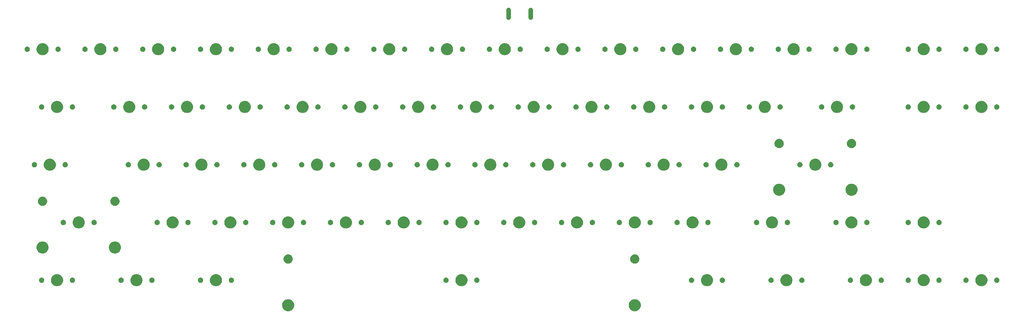
<source format=gbr>
G04 #@! TF.GenerationSoftware,KiCad,Pcbnew,(5.0.2)-1*
G04 #@! TF.CreationDate,2019-10-15T21:32:32+05:30*
G04 #@! TF.ProjectId,keyboard,6b657962-6f61-4726-942e-6b696361645f,rev?*
G04 #@! TF.SameCoordinates,Original*
G04 #@! TF.FileFunction,Soldermask,Top*
G04 #@! TF.FilePolarity,Negative*
%FSLAX46Y46*%
G04 Gerber Fmt 4.6, Leading zero omitted, Abs format (unit mm)*
G04 Created by KiCad (PCBNEW (5.0.2)-1) date 10/15/2019 9:32:32 PM*
%MOMM*%
%LPD*%
G01*
G04 APERTURE LIST*
%ADD10C,0.100000*%
G04 APERTURE END LIST*
D10*
G36*
X262939099Y-130132724D02*
X263301966Y-130283028D01*
X263628537Y-130501236D01*
X263906264Y-130778963D01*
X264124472Y-131105534D01*
X264274776Y-131468401D01*
X264351400Y-131853618D01*
X264351400Y-132246382D01*
X264274776Y-132631599D01*
X264124472Y-132994466D01*
X263906264Y-133321037D01*
X263628537Y-133598764D01*
X263301966Y-133816972D01*
X262939099Y-133967276D01*
X262553882Y-134043900D01*
X262161118Y-134043900D01*
X261775901Y-133967276D01*
X261413034Y-133816972D01*
X261086463Y-133598764D01*
X260808736Y-133321037D01*
X260590528Y-132994466D01*
X260440224Y-132631599D01*
X260363600Y-132246382D01*
X260363600Y-131853618D01*
X260440224Y-131468401D01*
X260590528Y-131105534D01*
X260808736Y-130778963D01*
X261086463Y-130501236D01*
X261413034Y-130283028D01*
X261775901Y-130132724D01*
X262161118Y-130056100D01*
X262553882Y-130056100D01*
X262939099Y-130132724D01*
X262939099Y-130132724D01*
G37*
G36*
X148639099Y-130132724D02*
X149001966Y-130283028D01*
X149328537Y-130501236D01*
X149606264Y-130778963D01*
X149824472Y-131105534D01*
X149974776Y-131468401D01*
X150051400Y-131853618D01*
X150051400Y-132246382D01*
X149974776Y-132631599D01*
X149824472Y-132994466D01*
X149606264Y-133321037D01*
X149328537Y-133598764D01*
X149001966Y-133816972D01*
X148639099Y-133967276D01*
X148253882Y-134043900D01*
X147861118Y-134043900D01*
X147475901Y-133967276D01*
X147113034Y-133816972D01*
X146786463Y-133598764D01*
X146508736Y-133321037D01*
X146290528Y-132994466D01*
X146140224Y-132631599D01*
X146063600Y-132246382D01*
X146063600Y-131853618D01*
X146140224Y-131468401D01*
X146290528Y-131105534D01*
X146508736Y-130778963D01*
X146786463Y-130501236D01*
X147113034Y-130283028D01*
X147475901Y-130132724D01*
X147861118Y-130056100D01*
X148253882Y-130056100D01*
X148639099Y-130132724D01*
X148639099Y-130132724D01*
G37*
G36*
X377239099Y-121877724D02*
X377601966Y-122028028D01*
X377928537Y-122246236D01*
X378206264Y-122523963D01*
X378424472Y-122850534D01*
X378574776Y-123213401D01*
X378651400Y-123598618D01*
X378651400Y-123991382D01*
X378574776Y-124376599D01*
X378424472Y-124739466D01*
X378206264Y-125066037D01*
X377928537Y-125343764D01*
X377601966Y-125561972D01*
X377239099Y-125712276D01*
X376853882Y-125788900D01*
X376461118Y-125788900D01*
X376075901Y-125712276D01*
X375713034Y-125561972D01*
X375386463Y-125343764D01*
X375108736Y-125066037D01*
X374890528Y-124739466D01*
X374740224Y-124376599D01*
X374663600Y-123991382D01*
X374663600Y-123598618D01*
X374740224Y-123213401D01*
X374890528Y-122850534D01*
X375108736Y-122523963D01*
X375386463Y-122246236D01*
X375713034Y-122028028D01*
X376075901Y-121877724D01*
X376461118Y-121801100D01*
X376853882Y-121801100D01*
X377239099Y-121877724D01*
X377239099Y-121877724D01*
G37*
G36*
X358189099Y-121877724D02*
X358551966Y-122028028D01*
X358878537Y-122246236D01*
X359156264Y-122523963D01*
X359374472Y-122850534D01*
X359524776Y-123213401D01*
X359601400Y-123598618D01*
X359601400Y-123991382D01*
X359524776Y-124376599D01*
X359374472Y-124739466D01*
X359156264Y-125066037D01*
X358878537Y-125343764D01*
X358551966Y-125561972D01*
X358189099Y-125712276D01*
X357803882Y-125788900D01*
X357411118Y-125788900D01*
X357025901Y-125712276D01*
X356663034Y-125561972D01*
X356336463Y-125343764D01*
X356058736Y-125066037D01*
X355840528Y-124739466D01*
X355690224Y-124376599D01*
X355613600Y-123991382D01*
X355613600Y-123598618D01*
X355690224Y-123213401D01*
X355840528Y-122850534D01*
X356058736Y-122523963D01*
X356336463Y-122246236D01*
X356663034Y-122028028D01*
X357025901Y-121877724D01*
X357411118Y-121801100D01*
X357803882Y-121801100D01*
X358189099Y-121877724D01*
X358189099Y-121877724D01*
G37*
G36*
X339139099Y-121877724D02*
X339501966Y-122028028D01*
X339828537Y-122246236D01*
X340106264Y-122523963D01*
X340324472Y-122850534D01*
X340474776Y-123213401D01*
X340551400Y-123598618D01*
X340551400Y-123991382D01*
X340474776Y-124376599D01*
X340324472Y-124739466D01*
X340106264Y-125066037D01*
X339828537Y-125343764D01*
X339501966Y-125561972D01*
X339139099Y-125712276D01*
X338753882Y-125788900D01*
X338361118Y-125788900D01*
X337975901Y-125712276D01*
X337613034Y-125561972D01*
X337286463Y-125343764D01*
X337008736Y-125066037D01*
X336790528Y-124739466D01*
X336640224Y-124376599D01*
X336563600Y-123991382D01*
X336563600Y-123598618D01*
X336640224Y-123213401D01*
X336790528Y-122850534D01*
X337008736Y-122523963D01*
X337286463Y-122246236D01*
X337613034Y-122028028D01*
X337975901Y-121877724D01*
X338361118Y-121801100D01*
X338753882Y-121801100D01*
X339139099Y-121877724D01*
X339139099Y-121877724D01*
G37*
G36*
X286751599Y-121877724D02*
X287114466Y-122028028D01*
X287441037Y-122246236D01*
X287718764Y-122523963D01*
X287936972Y-122850534D01*
X288087276Y-123213401D01*
X288163900Y-123598618D01*
X288163900Y-123991382D01*
X288087276Y-124376599D01*
X287936972Y-124739466D01*
X287718764Y-125066037D01*
X287441037Y-125343764D01*
X287114466Y-125561972D01*
X286751599Y-125712276D01*
X286366382Y-125788900D01*
X285973618Y-125788900D01*
X285588401Y-125712276D01*
X285225534Y-125561972D01*
X284898963Y-125343764D01*
X284621236Y-125066037D01*
X284403028Y-124739466D01*
X284252724Y-124376599D01*
X284176100Y-123991382D01*
X284176100Y-123598618D01*
X284252724Y-123213401D01*
X284403028Y-122850534D01*
X284621236Y-122523963D01*
X284898963Y-122246236D01*
X285225534Y-122028028D01*
X285588401Y-121877724D01*
X285973618Y-121801100D01*
X286366382Y-121801100D01*
X286751599Y-121877724D01*
X286751599Y-121877724D01*
G37*
G36*
X205789099Y-121877724D02*
X206151966Y-122028028D01*
X206478537Y-122246236D01*
X206756264Y-122523963D01*
X206974472Y-122850534D01*
X207124776Y-123213401D01*
X207201400Y-123598618D01*
X207201400Y-123991382D01*
X207124776Y-124376599D01*
X206974472Y-124739466D01*
X206756264Y-125066037D01*
X206478537Y-125343764D01*
X206151966Y-125561972D01*
X205789099Y-125712276D01*
X205403882Y-125788900D01*
X205011118Y-125788900D01*
X204625901Y-125712276D01*
X204263034Y-125561972D01*
X203936463Y-125343764D01*
X203658736Y-125066037D01*
X203440528Y-124739466D01*
X203290224Y-124376599D01*
X203213600Y-123991382D01*
X203213600Y-123598618D01*
X203290224Y-123213401D01*
X203440528Y-122850534D01*
X203658736Y-122523963D01*
X203936463Y-122246236D01*
X204263034Y-122028028D01*
X204625901Y-121877724D01*
X205011118Y-121801100D01*
X205403882Y-121801100D01*
X205789099Y-121877724D01*
X205789099Y-121877724D01*
G37*
G36*
X124826599Y-121877724D02*
X125189466Y-122028028D01*
X125516037Y-122246236D01*
X125793764Y-122523963D01*
X126011972Y-122850534D01*
X126162276Y-123213401D01*
X126238900Y-123598618D01*
X126238900Y-123991382D01*
X126162276Y-124376599D01*
X126011972Y-124739466D01*
X125793764Y-125066037D01*
X125516037Y-125343764D01*
X125189466Y-125561972D01*
X124826599Y-125712276D01*
X124441382Y-125788900D01*
X124048618Y-125788900D01*
X123663401Y-125712276D01*
X123300534Y-125561972D01*
X122973963Y-125343764D01*
X122696236Y-125066037D01*
X122478028Y-124739466D01*
X122327724Y-124376599D01*
X122251100Y-123991382D01*
X122251100Y-123598618D01*
X122327724Y-123213401D01*
X122478028Y-122850534D01*
X122696236Y-122523963D01*
X122973963Y-122246236D01*
X123300534Y-122028028D01*
X123663401Y-121877724D01*
X124048618Y-121801100D01*
X124441382Y-121801100D01*
X124826599Y-121877724D01*
X124826599Y-121877724D01*
G37*
G36*
X98632849Y-121877724D02*
X98995716Y-122028028D01*
X99322287Y-122246236D01*
X99600014Y-122523963D01*
X99818222Y-122850534D01*
X99968526Y-123213401D01*
X100045150Y-123598618D01*
X100045150Y-123991382D01*
X99968526Y-124376599D01*
X99818222Y-124739466D01*
X99600014Y-125066037D01*
X99322287Y-125343764D01*
X98995716Y-125561972D01*
X98632849Y-125712276D01*
X98247632Y-125788900D01*
X97854868Y-125788900D01*
X97469651Y-125712276D01*
X97106784Y-125561972D01*
X96780213Y-125343764D01*
X96502486Y-125066037D01*
X96284278Y-124739466D01*
X96133974Y-124376599D01*
X96057350Y-123991382D01*
X96057350Y-123598618D01*
X96133974Y-123213401D01*
X96284278Y-122850534D01*
X96502486Y-122523963D01*
X96780213Y-122246236D01*
X97106784Y-122028028D01*
X97469651Y-121877724D01*
X97854868Y-121801100D01*
X98247632Y-121801100D01*
X98632849Y-121877724D01*
X98632849Y-121877724D01*
G37*
G36*
X72439099Y-121877724D02*
X72801966Y-122028028D01*
X73128537Y-122246236D01*
X73406264Y-122523963D01*
X73624472Y-122850534D01*
X73774776Y-123213401D01*
X73851400Y-123598618D01*
X73851400Y-123991382D01*
X73774776Y-124376599D01*
X73624472Y-124739466D01*
X73406264Y-125066037D01*
X73128537Y-125343764D01*
X72801966Y-125561972D01*
X72439099Y-125712276D01*
X72053882Y-125788900D01*
X71661118Y-125788900D01*
X71275901Y-125712276D01*
X70913034Y-125561972D01*
X70586463Y-125343764D01*
X70308736Y-125066037D01*
X70090528Y-124739466D01*
X69940224Y-124376599D01*
X69863600Y-123991382D01*
X69863600Y-123598618D01*
X69940224Y-123213401D01*
X70090528Y-122850534D01*
X70308736Y-122523963D01*
X70586463Y-122246236D01*
X70913034Y-122028028D01*
X71275901Y-121877724D01*
X71661118Y-121801100D01*
X72053882Y-121801100D01*
X72439099Y-121877724D01*
X72439099Y-121877724D01*
G37*
G36*
X312945349Y-121877724D02*
X313308216Y-122028028D01*
X313634787Y-122246236D01*
X313912514Y-122523963D01*
X314130722Y-122850534D01*
X314281026Y-123213401D01*
X314357650Y-123598618D01*
X314357650Y-123991382D01*
X314281026Y-124376599D01*
X314130722Y-124739466D01*
X313912514Y-125066037D01*
X313634787Y-125343764D01*
X313308216Y-125561972D01*
X312945349Y-125712276D01*
X312560132Y-125788900D01*
X312167368Y-125788900D01*
X311782151Y-125712276D01*
X311419284Y-125561972D01*
X311092713Y-125343764D01*
X310814986Y-125066037D01*
X310596778Y-124739466D01*
X310446474Y-124376599D01*
X310369850Y-123991382D01*
X310369850Y-123598618D01*
X310446474Y-123213401D01*
X310596778Y-122850534D01*
X310814986Y-122523963D01*
X311092713Y-122246236D01*
X311419284Y-122028028D01*
X311782151Y-121877724D01*
X312167368Y-121801100D01*
X312560132Y-121801100D01*
X312945349Y-121877724D01*
X312945349Y-121877724D01*
G37*
G36*
X200382728Y-122953625D02*
X200541967Y-123019584D01*
X200685283Y-123115345D01*
X200807155Y-123237217D01*
X200902916Y-123380533D01*
X200968875Y-123539772D01*
X201002500Y-123708819D01*
X201002500Y-123881181D01*
X200968875Y-124050228D01*
X200902916Y-124209467D01*
X200807155Y-124352783D01*
X200685283Y-124474655D01*
X200541967Y-124570416D01*
X200382728Y-124636375D01*
X200213681Y-124670000D01*
X200041319Y-124670000D01*
X199872272Y-124636375D01*
X199713033Y-124570416D01*
X199569717Y-124474655D01*
X199447845Y-124352783D01*
X199352084Y-124209467D01*
X199286125Y-124050228D01*
X199252500Y-123881181D01*
X199252500Y-123708819D01*
X199286125Y-123539772D01*
X199352084Y-123380533D01*
X199447845Y-123237217D01*
X199569717Y-123115345D01*
X199713033Y-123019584D01*
X199872272Y-122953625D01*
X200041319Y-122920000D01*
X200213681Y-122920000D01*
X200382728Y-122953625D01*
X200382728Y-122953625D01*
G37*
G36*
X307538978Y-122953625D02*
X307698217Y-123019584D01*
X307841533Y-123115345D01*
X307963405Y-123237217D01*
X308059166Y-123380533D01*
X308125125Y-123539772D01*
X308158750Y-123708819D01*
X308158750Y-123881181D01*
X308125125Y-124050228D01*
X308059166Y-124209467D01*
X307963405Y-124352783D01*
X307841533Y-124474655D01*
X307698217Y-124570416D01*
X307538978Y-124636375D01*
X307369931Y-124670000D01*
X307197569Y-124670000D01*
X307028522Y-124636375D01*
X306869283Y-124570416D01*
X306725967Y-124474655D01*
X306604095Y-124352783D01*
X306508334Y-124209467D01*
X306442375Y-124050228D01*
X306408750Y-123881181D01*
X306408750Y-123708819D01*
X306442375Y-123539772D01*
X306508334Y-123380533D01*
X306604095Y-123237217D01*
X306725967Y-123115345D01*
X306869283Y-123019584D01*
X307028522Y-122953625D01*
X307197569Y-122920000D01*
X307369931Y-122920000D01*
X307538978Y-122953625D01*
X307538978Y-122953625D01*
G37*
G36*
X77192728Y-122953625D02*
X77351967Y-123019584D01*
X77495283Y-123115345D01*
X77617155Y-123237217D01*
X77712916Y-123380533D01*
X77778875Y-123539772D01*
X77812500Y-123708819D01*
X77812500Y-123881181D01*
X77778875Y-124050228D01*
X77712916Y-124209467D01*
X77617155Y-124352783D01*
X77495283Y-124474655D01*
X77351967Y-124570416D01*
X77192728Y-124636375D01*
X77023681Y-124670000D01*
X76851319Y-124670000D01*
X76682272Y-124636375D01*
X76523033Y-124570416D01*
X76379717Y-124474655D01*
X76257845Y-124352783D01*
X76162084Y-124209467D01*
X76096125Y-124050228D01*
X76062500Y-123881181D01*
X76062500Y-123708819D01*
X76096125Y-123539772D01*
X76162084Y-123380533D01*
X76257845Y-123237217D01*
X76379717Y-123115345D01*
X76523033Y-123019584D01*
X76682272Y-122953625D01*
X76851319Y-122920000D01*
X77023681Y-122920000D01*
X77192728Y-122953625D01*
X77192728Y-122953625D01*
G37*
G36*
X129580228Y-122953625D02*
X129739467Y-123019584D01*
X129882783Y-123115345D01*
X130004655Y-123237217D01*
X130100416Y-123380533D01*
X130166375Y-123539772D01*
X130200000Y-123708819D01*
X130200000Y-123881181D01*
X130166375Y-124050228D01*
X130100416Y-124209467D01*
X130004655Y-124352783D01*
X129882783Y-124474655D01*
X129739467Y-124570416D01*
X129580228Y-124636375D01*
X129411181Y-124670000D01*
X129238819Y-124670000D01*
X129069772Y-124636375D01*
X128910533Y-124570416D01*
X128767217Y-124474655D01*
X128645345Y-124352783D01*
X128549584Y-124209467D01*
X128483625Y-124050228D01*
X128450000Y-123881181D01*
X128450000Y-123708819D01*
X128483625Y-123539772D01*
X128549584Y-123380533D01*
X128645345Y-123237217D01*
X128767217Y-123115345D01*
X128910533Y-123019584D01*
X129069772Y-122953625D01*
X129238819Y-122920000D01*
X129411181Y-122920000D01*
X129580228Y-122953625D01*
X129580228Y-122953625D01*
G37*
G36*
X119420228Y-122953625D02*
X119579467Y-123019584D01*
X119722783Y-123115345D01*
X119844655Y-123237217D01*
X119940416Y-123380533D01*
X120006375Y-123539772D01*
X120040000Y-123708819D01*
X120040000Y-123881181D01*
X120006375Y-124050228D01*
X119940416Y-124209467D01*
X119844655Y-124352783D01*
X119722783Y-124474655D01*
X119579467Y-124570416D01*
X119420228Y-124636375D01*
X119251181Y-124670000D01*
X119078819Y-124670000D01*
X118909772Y-124636375D01*
X118750533Y-124570416D01*
X118607217Y-124474655D01*
X118485345Y-124352783D01*
X118389584Y-124209467D01*
X118323625Y-124050228D01*
X118290000Y-123881181D01*
X118290000Y-123708819D01*
X118323625Y-123539772D01*
X118389584Y-123380533D01*
X118485345Y-123237217D01*
X118607217Y-123115345D01*
X118750533Y-123019584D01*
X118909772Y-122953625D01*
X119078819Y-122920000D01*
X119251181Y-122920000D01*
X119420228Y-122953625D01*
X119420228Y-122953625D01*
G37*
G36*
X103386478Y-122953625D02*
X103545717Y-123019584D01*
X103689033Y-123115345D01*
X103810905Y-123237217D01*
X103906666Y-123380533D01*
X103972625Y-123539772D01*
X104006250Y-123708819D01*
X104006250Y-123881181D01*
X103972625Y-124050228D01*
X103906666Y-124209467D01*
X103810905Y-124352783D01*
X103689033Y-124474655D01*
X103545717Y-124570416D01*
X103386478Y-124636375D01*
X103217431Y-124670000D01*
X103045069Y-124670000D01*
X102876022Y-124636375D01*
X102716783Y-124570416D01*
X102573467Y-124474655D01*
X102451595Y-124352783D01*
X102355834Y-124209467D01*
X102289875Y-124050228D01*
X102256250Y-123881181D01*
X102256250Y-123708819D01*
X102289875Y-123539772D01*
X102355834Y-123380533D01*
X102451595Y-123237217D01*
X102573467Y-123115345D01*
X102716783Y-123019584D01*
X102876022Y-122953625D01*
X103045069Y-122920000D01*
X103217431Y-122920000D01*
X103386478Y-122953625D01*
X103386478Y-122953625D01*
G37*
G36*
X371832728Y-122953625D02*
X371991967Y-123019584D01*
X372135283Y-123115345D01*
X372257155Y-123237217D01*
X372352916Y-123380533D01*
X372418875Y-123539772D01*
X372452500Y-123708819D01*
X372452500Y-123881181D01*
X372418875Y-124050228D01*
X372352916Y-124209467D01*
X372257155Y-124352783D01*
X372135283Y-124474655D01*
X371991967Y-124570416D01*
X371832728Y-124636375D01*
X371663681Y-124670000D01*
X371491319Y-124670000D01*
X371322272Y-124636375D01*
X371163033Y-124570416D01*
X371019717Y-124474655D01*
X370897845Y-124352783D01*
X370802084Y-124209467D01*
X370736125Y-124050228D01*
X370702500Y-123881181D01*
X370702500Y-123708819D01*
X370736125Y-123539772D01*
X370802084Y-123380533D01*
X370897845Y-123237217D01*
X371019717Y-123115345D01*
X371163033Y-123019584D01*
X371322272Y-122953625D01*
X371491319Y-122920000D01*
X371663681Y-122920000D01*
X371832728Y-122953625D01*
X371832728Y-122953625D01*
G37*
G36*
X381992728Y-122953625D02*
X382151967Y-123019584D01*
X382295283Y-123115345D01*
X382417155Y-123237217D01*
X382512916Y-123380533D01*
X382578875Y-123539772D01*
X382612500Y-123708819D01*
X382612500Y-123881181D01*
X382578875Y-124050228D01*
X382512916Y-124209467D01*
X382417155Y-124352783D01*
X382295283Y-124474655D01*
X382151967Y-124570416D01*
X381992728Y-124636375D01*
X381823681Y-124670000D01*
X381651319Y-124670000D01*
X381482272Y-124636375D01*
X381323033Y-124570416D01*
X381179717Y-124474655D01*
X381057845Y-124352783D01*
X380962084Y-124209467D01*
X380896125Y-124050228D01*
X380862500Y-123881181D01*
X380862500Y-123708819D01*
X380896125Y-123539772D01*
X380962084Y-123380533D01*
X381057845Y-123237217D01*
X381179717Y-123115345D01*
X381323033Y-123019584D01*
X381482272Y-122953625D01*
X381651319Y-122920000D01*
X381823681Y-122920000D01*
X381992728Y-122953625D01*
X381992728Y-122953625D01*
G37*
G36*
X362942728Y-122953625D02*
X363101967Y-123019584D01*
X363245283Y-123115345D01*
X363367155Y-123237217D01*
X363462916Y-123380533D01*
X363528875Y-123539772D01*
X363562500Y-123708819D01*
X363562500Y-123881181D01*
X363528875Y-124050228D01*
X363462916Y-124209467D01*
X363367155Y-124352783D01*
X363245283Y-124474655D01*
X363101967Y-124570416D01*
X362942728Y-124636375D01*
X362773681Y-124670000D01*
X362601319Y-124670000D01*
X362432272Y-124636375D01*
X362273033Y-124570416D01*
X362129717Y-124474655D01*
X362007845Y-124352783D01*
X361912084Y-124209467D01*
X361846125Y-124050228D01*
X361812500Y-123881181D01*
X361812500Y-123708819D01*
X361846125Y-123539772D01*
X361912084Y-123380533D01*
X362007845Y-123237217D01*
X362129717Y-123115345D01*
X362273033Y-123019584D01*
X362432272Y-122953625D01*
X362601319Y-122920000D01*
X362773681Y-122920000D01*
X362942728Y-122953625D01*
X362942728Y-122953625D01*
G37*
G36*
X210542728Y-122953625D02*
X210701967Y-123019584D01*
X210845283Y-123115345D01*
X210967155Y-123237217D01*
X211062916Y-123380533D01*
X211128875Y-123539772D01*
X211162500Y-123708819D01*
X211162500Y-123881181D01*
X211128875Y-124050228D01*
X211062916Y-124209467D01*
X210967155Y-124352783D01*
X210845283Y-124474655D01*
X210701967Y-124570416D01*
X210542728Y-124636375D01*
X210373681Y-124670000D01*
X210201319Y-124670000D01*
X210032272Y-124636375D01*
X209873033Y-124570416D01*
X209729717Y-124474655D01*
X209607845Y-124352783D01*
X209512084Y-124209467D01*
X209446125Y-124050228D01*
X209412500Y-123881181D01*
X209412500Y-123708819D01*
X209446125Y-123539772D01*
X209512084Y-123380533D01*
X209607845Y-123237217D01*
X209729717Y-123115345D01*
X209873033Y-123019584D01*
X210032272Y-122953625D01*
X210201319Y-122920000D01*
X210373681Y-122920000D01*
X210542728Y-122953625D01*
X210542728Y-122953625D01*
G37*
G36*
X67032728Y-122953625D02*
X67191967Y-123019584D01*
X67335283Y-123115345D01*
X67457155Y-123237217D01*
X67552916Y-123380533D01*
X67618875Y-123539772D01*
X67652500Y-123708819D01*
X67652500Y-123881181D01*
X67618875Y-124050228D01*
X67552916Y-124209467D01*
X67457155Y-124352783D01*
X67335283Y-124474655D01*
X67191967Y-124570416D01*
X67032728Y-124636375D01*
X66863681Y-124670000D01*
X66691319Y-124670000D01*
X66522272Y-124636375D01*
X66363033Y-124570416D01*
X66219717Y-124474655D01*
X66097845Y-124352783D01*
X66002084Y-124209467D01*
X65936125Y-124050228D01*
X65902500Y-123881181D01*
X65902500Y-123708819D01*
X65936125Y-123539772D01*
X66002084Y-123380533D01*
X66097845Y-123237217D01*
X66219717Y-123115345D01*
X66363033Y-123019584D01*
X66522272Y-122953625D01*
X66691319Y-122920000D01*
X66863681Y-122920000D01*
X67032728Y-122953625D01*
X67032728Y-122953625D01*
G37*
G36*
X93226478Y-122953625D02*
X93385717Y-123019584D01*
X93529033Y-123115345D01*
X93650905Y-123237217D01*
X93746666Y-123380533D01*
X93812625Y-123539772D01*
X93846250Y-123708819D01*
X93846250Y-123881181D01*
X93812625Y-124050228D01*
X93746666Y-124209467D01*
X93650905Y-124352783D01*
X93529033Y-124474655D01*
X93385717Y-124570416D01*
X93226478Y-124636375D01*
X93057431Y-124670000D01*
X92885069Y-124670000D01*
X92716022Y-124636375D01*
X92556783Y-124570416D01*
X92413467Y-124474655D01*
X92291595Y-124352783D01*
X92195834Y-124209467D01*
X92129875Y-124050228D01*
X92096250Y-123881181D01*
X92096250Y-123708819D01*
X92129875Y-123539772D01*
X92195834Y-123380533D01*
X92291595Y-123237217D01*
X92413467Y-123115345D01*
X92556783Y-123019584D01*
X92716022Y-122953625D01*
X92885069Y-122920000D01*
X93057431Y-122920000D01*
X93226478Y-122953625D01*
X93226478Y-122953625D01*
G37*
G36*
X291505228Y-122953625D02*
X291664467Y-123019584D01*
X291807783Y-123115345D01*
X291929655Y-123237217D01*
X292025416Y-123380533D01*
X292091375Y-123539772D01*
X292125000Y-123708819D01*
X292125000Y-123881181D01*
X292091375Y-124050228D01*
X292025416Y-124209467D01*
X291929655Y-124352783D01*
X291807783Y-124474655D01*
X291664467Y-124570416D01*
X291505228Y-124636375D01*
X291336181Y-124670000D01*
X291163819Y-124670000D01*
X290994772Y-124636375D01*
X290835533Y-124570416D01*
X290692217Y-124474655D01*
X290570345Y-124352783D01*
X290474584Y-124209467D01*
X290408625Y-124050228D01*
X290375000Y-123881181D01*
X290375000Y-123708819D01*
X290408625Y-123539772D01*
X290474584Y-123380533D01*
X290570345Y-123237217D01*
X290692217Y-123115345D01*
X290835533Y-123019584D01*
X290994772Y-122953625D01*
X291163819Y-122920000D01*
X291336181Y-122920000D01*
X291505228Y-122953625D01*
X291505228Y-122953625D01*
G37*
G36*
X333732728Y-122953625D02*
X333891967Y-123019584D01*
X334035283Y-123115345D01*
X334157155Y-123237217D01*
X334252916Y-123380533D01*
X334318875Y-123539772D01*
X334352500Y-123708819D01*
X334352500Y-123881181D01*
X334318875Y-124050228D01*
X334252916Y-124209467D01*
X334157155Y-124352783D01*
X334035283Y-124474655D01*
X333891967Y-124570416D01*
X333732728Y-124636375D01*
X333563681Y-124670000D01*
X333391319Y-124670000D01*
X333222272Y-124636375D01*
X333063033Y-124570416D01*
X332919717Y-124474655D01*
X332797845Y-124352783D01*
X332702084Y-124209467D01*
X332636125Y-124050228D01*
X332602500Y-123881181D01*
X332602500Y-123708819D01*
X332636125Y-123539772D01*
X332702084Y-123380533D01*
X332797845Y-123237217D01*
X332919717Y-123115345D01*
X333063033Y-123019584D01*
X333222272Y-122953625D01*
X333391319Y-122920000D01*
X333563681Y-122920000D01*
X333732728Y-122953625D01*
X333732728Y-122953625D01*
G37*
G36*
X343892728Y-122953625D02*
X344051967Y-123019584D01*
X344195283Y-123115345D01*
X344317155Y-123237217D01*
X344412916Y-123380533D01*
X344478875Y-123539772D01*
X344512500Y-123708819D01*
X344512500Y-123881181D01*
X344478875Y-124050228D01*
X344412916Y-124209467D01*
X344317155Y-124352783D01*
X344195283Y-124474655D01*
X344051967Y-124570416D01*
X343892728Y-124636375D01*
X343723681Y-124670000D01*
X343551319Y-124670000D01*
X343382272Y-124636375D01*
X343223033Y-124570416D01*
X343079717Y-124474655D01*
X342957845Y-124352783D01*
X342862084Y-124209467D01*
X342796125Y-124050228D01*
X342762500Y-123881181D01*
X342762500Y-123708819D01*
X342796125Y-123539772D01*
X342862084Y-123380533D01*
X342957845Y-123237217D01*
X343079717Y-123115345D01*
X343223033Y-123019584D01*
X343382272Y-122953625D01*
X343551319Y-122920000D01*
X343723681Y-122920000D01*
X343892728Y-122953625D01*
X343892728Y-122953625D01*
G37*
G36*
X317698978Y-122953625D02*
X317858217Y-123019584D01*
X318001533Y-123115345D01*
X318123405Y-123237217D01*
X318219166Y-123380533D01*
X318285125Y-123539772D01*
X318318750Y-123708819D01*
X318318750Y-123881181D01*
X318285125Y-124050228D01*
X318219166Y-124209467D01*
X318123405Y-124352783D01*
X318001533Y-124474655D01*
X317858217Y-124570416D01*
X317698978Y-124636375D01*
X317529931Y-124670000D01*
X317357569Y-124670000D01*
X317188522Y-124636375D01*
X317029283Y-124570416D01*
X316885967Y-124474655D01*
X316764095Y-124352783D01*
X316668334Y-124209467D01*
X316602375Y-124050228D01*
X316568750Y-123881181D01*
X316568750Y-123708819D01*
X316602375Y-123539772D01*
X316668334Y-123380533D01*
X316764095Y-123237217D01*
X316885967Y-123115345D01*
X317029283Y-123019584D01*
X317188522Y-122953625D01*
X317357569Y-122920000D01*
X317529931Y-122920000D01*
X317698978Y-122953625D01*
X317698978Y-122953625D01*
G37*
G36*
X352782728Y-122953625D02*
X352941967Y-123019584D01*
X353085283Y-123115345D01*
X353207155Y-123237217D01*
X353302916Y-123380533D01*
X353368875Y-123539772D01*
X353402500Y-123708819D01*
X353402500Y-123881181D01*
X353368875Y-124050228D01*
X353302916Y-124209467D01*
X353207155Y-124352783D01*
X353085283Y-124474655D01*
X352941967Y-124570416D01*
X352782728Y-124636375D01*
X352613681Y-124670000D01*
X352441319Y-124670000D01*
X352272272Y-124636375D01*
X352113033Y-124570416D01*
X351969717Y-124474655D01*
X351847845Y-124352783D01*
X351752084Y-124209467D01*
X351686125Y-124050228D01*
X351652500Y-123881181D01*
X351652500Y-123708819D01*
X351686125Y-123539772D01*
X351752084Y-123380533D01*
X351847845Y-123237217D01*
X351969717Y-123115345D01*
X352113033Y-123019584D01*
X352272272Y-122953625D01*
X352441319Y-122920000D01*
X352613681Y-122920000D01*
X352782728Y-122953625D01*
X352782728Y-122953625D01*
G37*
G36*
X281345228Y-122953625D02*
X281504467Y-123019584D01*
X281647783Y-123115345D01*
X281769655Y-123237217D01*
X281865416Y-123380533D01*
X281931375Y-123539772D01*
X281965000Y-123708819D01*
X281965000Y-123881181D01*
X281931375Y-124050228D01*
X281865416Y-124209467D01*
X281769655Y-124352783D01*
X281647783Y-124474655D01*
X281504467Y-124570416D01*
X281345228Y-124636375D01*
X281176181Y-124670000D01*
X281003819Y-124670000D01*
X280834772Y-124636375D01*
X280675533Y-124570416D01*
X280532217Y-124474655D01*
X280410345Y-124352783D01*
X280314584Y-124209467D01*
X280248625Y-124050228D01*
X280215000Y-123881181D01*
X280215000Y-123708819D01*
X280248625Y-123539772D01*
X280314584Y-123380533D01*
X280410345Y-123237217D01*
X280532217Y-123115345D01*
X280675533Y-123019584D01*
X280834772Y-122953625D01*
X281003819Y-122920000D01*
X281176181Y-122920000D01*
X281345228Y-122953625D01*
X281345228Y-122953625D01*
G37*
G36*
X262605745Y-115305522D02*
X262802034Y-115344566D01*
X263079385Y-115459449D01*
X263328996Y-115626234D01*
X263541266Y-115838504D01*
X263541268Y-115838507D01*
X263708051Y-116088115D01*
X263822934Y-116365466D01*
X263881500Y-116659899D01*
X263881500Y-116960101D01*
X263822934Y-117254534D01*
X263708051Y-117531885D01*
X263541266Y-117781496D01*
X263328996Y-117993766D01*
X263328993Y-117993768D01*
X263079385Y-118160551D01*
X262802034Y-118275434D01*
X262605745Y-118314478D01*
X262507602Y-118334000D01*
X262207398Y-118334000D01*
X262109255Y-118314478D01*
X261912966Y-118275434D01*
X261635615Y-118160551D01*
X261386007Y-117993768D01*
X261386004Y-117993766D01*
X261173734Y-117781496D01*
X261006949Y-117531885D01*
X260892066Y-117254534D01*
X260833500Y-116960101D01*
X260833500Y-116659899D01*
X260892066Y-116365466D01*
X261006949Y-116088115D01*
X261173732Y-115838507D01*
X261173734Y-115838504D01*
X261386004Y-115626234D01*
X261635615Y-115459449D01*
X261912966Y-115344566D01*
X262109255Y-115305522D01*
X262207398Y-115286000D01*
X262507602Y-115286000D01*
X262605745Y-115305522D01*
X262605745Y-115305522D01*
G37*
G36*
X148305745Y-115305522D02*
X148502034Y-115344566D01*
X148779385Y-115459449D01*
X149028996Y-115626234D01*
X149241266Y-115838504D01*
X149241268Y-115838507D01*
X149408051Y-116088115D01*
X149522934Y-116365466D01*
X149581500Y-116659899D01*
X149581500Y-116960101D01*
X149522934Y-117254534D01*
X149408051Y-117531885D01*
X149241266Y-117781496D01*
X149028996Y-117993766D01*
X149028993Y-117993768D01*
X148779385Y-118160551D01*
X148502034Y-118275434D01*
X148305745Y-118314478D01*
X148207602Y-118334000D01*
X147907398Y-118334000D01*
X147809255Y-118314478D01*
X147612966Y-118275434D01*
X147335615Y-118160551D01*
X147086007Y-117993768D01*
X147086004Y-117993766D01*
X146873734Y-117781496D01*
X146706949Y-117531885D01*
X146592066Y-117254534D01*
X146533500Y-116960101D01*
X146533500Y-116659899D01*
X146592066Y-116365466D01*
X146706949Y-116088115D01*
X146873732Y-115838507D01*
X146873734Y-115838504D01*
X147086004Y-115626234D01*
X147335615Y-115459449D01*
X147612966Y-115344566D01*
X147809255Y-115305522D01*
X147907398Y-115286000D01*
X148207602Y-115286000D01*
X148305745Y-115305522D01*
X148305745Y-115305522D01*
G37*
G36*
X67644849Y-111082724D02*
X68007716Y-111233028D01*
X68334287Y-111451236D01*
X68612014Y-111728963D01*
X68830222Y-112055534D01*
X68980526Y-112418401D01*
X69057150Y-112803618D01*
X69057150Y-113196382D01*
X68980526Y-113581599D01*
X68830222Y-113944466D01*
X68612014Y-114271037D01*
X68334287Y-114548764D01*
X68007716Y-114766972D01*
X67644849Y-114917276D01*
X67259632Y-114993900D01*
X66866868Y-114993900D01*
X66481651Y-114917276D01*
X66118784Y-114766972D01*
X65792213Y-114548764D01*
X65514486Y-114271037D01*
X65296278Y-113944466D01*
X65145974Y-113581599D01*
X65069350Y-113196382D01*
X65069350Y-112803618D01*
X65145974Y-112418401D01*
X65296278Y-112055534D01*
X65514486Y-111728963D01*
X65792213Y-111451236D01*
X66118784Y-111233028D01*
X66481651Y-111082724D01*
X66866868Y-111006100D01*
X67259632Y-111006100D01*
X67644849Y-111082724D01*
X67644849Y-111082724D01*
G37*
G36*
X91520849Y-111082724D02*
X91883716Y-111233028D01*
X92210287Y-111451236D01*
X92488014Y-111728963D01*
X92706222Y-112055534D01*
X92856526Y-112418401D01*
X92933150Y-112803618D01*
X92933150Y-113196382D01*
X92856526Y-113581599D01*
X92706222Y-113944466D01*
X92488014Y-114271037D01*
X92210287Y-114548764D01*
X91883716Y-114766972D01*
X91520849Y-114917276D01*
X91135632Y-114993900D01*
X90742868Y-114993900D01*
X90357651Y-114917276D01*
X89994784Y-114766972D01*
X89668213Y-114548764D01*
X89390486Y-114271037D01*
X89172278Y-113944466D01*
X89021974Y-113581599D01*
X88945350Y-113196382D01*
X88945350Y-112803618D01*
X89021974Y-112418401D01*
X89172278Y-112055534D01*
X89390486Y-111728963D01*
X89668213Y-111451236D01*
X89994784Y-111233028D01*
X90357651Y-111082724D01*
X90742868Y-111006100D01*
X91135632Y-111006100D01*
X91520849Y-111082724D01*
X91520849Y-111082724D01*
G37*
G36*
X334376599Y-102827724D02*
X334739466Y-102978028D01*
X335066037Y-103196236D01*
X335343764Y-103473963D01*
X335561972Y-103800534D01*
X335712276Y-104163401D01*
X335788900Y-104548618D01*
X335788900Y-104941382D01*
X335712276Y-105326599D01*
X335561972Y-105689466D01*
X335343764Y-106016037D01*
X335066037Y-106293764D01*
X334739466Y-106511972D01*
X334376599Y-106662276D01*
X333991382Y-106738900D01*
X333598618Y-106738900D01*
X333213401Y-106662276D01*
X332850534Y-106511972D01*
X332523963Y-106293764D01*
X332246236Y-106016037D01*
X332028028Y-105689466D01*
X331877724Y-105326599D01*
X331801100Y-104941382D01*
X331801100Y-104548618D01*
X331877724Y-104163401D01*
X332028028Y-103800534D01*
X332246236Y-103473963D01*
X332523963Y-103196236D01*
X332850534Y-102978028D01*
X333213401Y-102827724D01*
X333598618Y-102751100D01*
X333991382Y-102751100D01*
X334376599Y-102827724D01*
X334376599Y-102827724D01*
G37*
G36*
X358189099Y-102827724D02*
X358551966Y-102978028D01*
X358878537Y-103196236D01*
X359156264Y-103473963D01*
X359374472Y-103800534D01*
X359524776Y-104163401D01*
X359601400Y-104548618D01*
X359601400Y-104941382D01*
X359524776Y-105326599D01*
X359374472Y-105689466D01*
X359156264Y-106016037D01*
X358878537Y-106293764D01*
X358551966Y-106511972D01*
X358189099Y-106662276D01*
X357803882Y-106738900D01*
X357411118Y-106738900D01*
X357025901Y-106662276D01*
X356663034Y-106511972D01*
X356336463Y-106293764D01*
X356058736Y-106016037D01*
X355840528Y-105689466D01*
X355690224Y-105326599D01*
X355613600Y-104941382D01*
X355613600Y-104548618D01*
X355690224Y-104163401D01*
X355840528Y-103800534D01*
X356058736Y-103473963D01*
X356336463Y-103196236D01*
X356663034Y-102978028D01*
X357025901Y-102827724D01*
X357411118Y-102751100D01*
X357803882Y-102751100D01*
X358189099Y-102827724D01*
X358189099Y-102827724D01*
G37*
G36*
X308182849Y-102827724D02*
X308545716Y-102978028D01*
X308872287Y-103196236D01*
X309150014Y-103473963D01*
X309368222Y-103800534D01*
X309518526Y-104163401D01*
X309595150Y-104548618D01*
X309595150Y-104941382D01*
X309518526Y-105326599D01*
X309368222Y-105689466D01*
X309150014Y-106016037D01*
X308872287Y-106293764D01*
X308545716Y-106511972D01*
X308182849Y-106662276D01*
X307797632Y-106738900D01*
X307404868Y-106738900D01*
X307019651Y-106662276D01*
X306656784Y-106511972D01*
X306330213Y-106293764D01*
X306052486Y-106016037D01*
X305834278Y-105689466D01*
X305683974Y-105326599D01*
X305607350Y-104941382D01*
X305607350Y-104548618D01*
X305683974Y-104163401D01*
X305834278Y-103800534D01*
X306052486Y-103473963D01*
X306330213Y-103196236D01*
X306656784Y-102978028D01*
X307019651Y-102827724D01*
X307404868Y-102751100D01*
X307797632Y-102751100D01*
X308182849Y-102827724D01*
X308182849Y-102827724D01*
G37*
G36*
X281989099Y-102827724D02*
X282351966Y-102978028D01*
X282678537Y-103196236D01*
X282956264Y-103473963D01*
X283174472Y-103800534D01*
X283324776Y-104163401D01*
X283401400Y-104548618D01*
X283401400Y-104941382D01*
X283324776Y-105326599D01*
X283174472Y-105689466D01*
X282956264Y-106016037D01*
X282678537Y-106293764D01*
X282351966Y-106511972D01*
X281989099Y-106662276D01*
X281603882Y-106738900D01*
X281211118Y-106738900D01*
X280825901Y-106662276D01*
X280463034Y-106511972D01*
X280136463Y-106293764D01*
X279858736Y-106016037D01*
X279640528Y-105689466D01*
X279490224Y-105326599D01*
X279413600Y-104941382D01*
X279413600Y-104548618D01*
X279490224Y-104163401D01*
X279640528Y-103800534D01*
X279858736Y-103473963D01*
X280136463Y-103196236D01*
X280463034Y-102978028D01*
X280825901Y-102827724D01*
X281211118Y-102751100D01*
X281603882Y-102751100D01*
X281989099Y-102827724D01*
X281989099Y-102827724D01*
G37*
G36*
X262939099Y-102827724D02*
X263301966Y-102978028D01*
X263628537Y-103196236D01*
X263906264Y-103473963D01*
X264124472Y-103800534D01*
X264274776Y-104163401D01*
X264351400Y-104548618D01*
X264351400Y-104941382D01*
X264274776Y-105326599D01*
X264124472Y-105689466D01*
X263906264Y-106016037D01*
X263628537Y-106293764D01*
X263301966Y-106511972D01*
X262939099Y-106662276D01*
X262553882Y-106738900D01*
X262161118Y-106738900D01*
X261775901Y-106662276D01*
X261413034Y-106511972D01*
X261086463Y-106293764D01*
X260808736Y-106016037D01*
X260590528Y-105689466D01*
X260440224Y-105326599D01*
X260363600Y-104941382D01*
X260363600Y-104548618D01*
X260440224Y-104163401D01*
X260590528Y-103800534D01*
X260808736Y-103473963D01*
X261086463Y-103196236D01*
X261413034Y-102978028D01*
X261775901Y-102827724D01*
X262161118Y-102751100D01*
X262553882Y-102751100D01*
X262939099Y-102827724D01*
X262939099Y-102827724D01*
G37*
G36*
X243889099Y-102827724D02*
X244251966Y-102978028D01*
X244578537Y-103196236D01*
X244856264Y-103473963D01*
X245074472Y-103800534D01*
X245224776Y-104163401D01*
X245301400Y-104548618D01*
X245301400Y-104941382D01*
X245224776Y-105326599D01*
X245074472Y-105689466D01*
X244856264Y-106016037D01*
X244578537Y-106293764D01*
X244251966Y-106511972D01*
X243889099Y-106662276D01*
X243503882Y-106738900D01*
X243111118Y-106738900D01*
X242725901Y-106662276D01*
X242363034Y-106511972D01*
X242036463Y-106293764D01*
X241758736Y-106016037D01*
X241540528Y-105689466D01*
X241390224Y-105326599D01*
X241313600Y-104941382D01*
X241313600Y-104548618D01*
X241390224Y-104163401D01*
X241540528Y-103800534D01*
X241758736Y-103473963D01*
X242036463Y-103196236D01*
X242363034Y-102978028D01*
X242725901Y-102827724D01*
X243111118Y-102751100D01*
X243503882Y-102751100D01*
X243889099Y-102827724D01*
X243889099Y-102827724D01*
G37*
G36*
X186739099Y-102827724D02*
X187101966Y-102978028D01*
X187428537Y-103196236D01*
X187706264Y-103473963D01*
X187924472Y-103800534D01*
X188074776Y-104163401D01*
X188151400Y-104548618D01*
X188151400Y-104941382D01*
X188074776Y-105326599D01*
X187924472Y-105689466D01*
X187706264Y-106016037D01*
X187428537Y-106293764D01*
X187101966Y-106511972D01*
X186739099Y-106662276D01*
X186353882Y-106738900D01*
X185961118Y-106738900D01*
X185575901Y-106662276D01*
X185213034Y-106511972D01*
X184886463Y-106293764D01*
X184608736Y-106016037D01*
X184390528Y-105689466D01*
X184240224Y-105326599D01*
X184163600Y-104941382D01*
X184163600Y-104548618D01*
X184240224Y-104163401D01*
X184390528Y-103800534D01*
X184608736Y-103473963D01*
X184886463Y-103196236D01*
X185213034Y-102978028D01*
X185575901Y-102827724D01*
X185961118Y-102751100D01*
X186353882Y-102751100D01*
X186739099Y-102827724D01*
X186739099Y-102827724D01*
G37*
G36*
X129589099Y-102827724D02*
X129951966Y-102978028D01*
X130278537Y-103196236D01*
X130556264Y-103473963D01*
X130774472Y-103800534D01*
X130924776Y-104163401D01*
X131001400Y-104548618D01*
X131001400Y-104941382D01*
X130924776Y-105326599D01*
X130774472Y-105689466D01*
X130556264Y-106016037D01*
X130278537Y-106293764D01*
X129951966Y-106511972D01*
X129589099Y-106662276D01*
X129203882Y-106738900D01*
X128811118Y-106738900D01*
X128425901Y-106662276D01*
X128063034Y-106511972D01*
X127736463Y-106293764D01*
X127458736Y-106016037D01*
X127240528Y-105689466D01*
X127090224Y-105326599D01*
X127013600Y-104941382D01*
X127013600Y-104548618D01*
X127090224Y-104163401D01*
X127240528Y-103800534D01*
X127458736Y-103473963D01*
X127736463Y-103196236D01*
X128063034Y-102978028D01*
X128425901Y-102827724D01*
X128811118Y-102751100D01*
X129203882Y-102751100D01*
X129589099Y-102827724D01*
X129589099Y-102827724D01*
G37*
G36*
X110539099Y-102827724D02*
X110901966Y-102978028D01*
X111228537Y-103196236D01*
X111506264Y-103473963D01*
X111724472Y-103800534D01*
X111874776Y-104163401D01*
X111951400Y-104548618D01*
X111951400Y-104941382D01*
X111874776Y-105326599D01*
X111724472Y-105689466D01*
X111506264Y-106016037D01*
X111228537Y-106293764D01*
X110901966Y-106511972D01*
X110539099Y-106662276D01*
X110153882Y-106738900D01*
X109761118Y-106738900D01*
X109375901Y-106662276D01*
X109013034Y-106511972D01*
X108686463Y-106293764D01*
X108408736Y-106016037D01*
X108190528Y-105689466D01*
X108040224Y-105326599D01*
X107963600Y-104941382D01*
X107963600Y-104548618D01*
X108040224Y-104163401D01*
X108190528Y-103800534D01*
X108408736Y-103473963D01*
X108686463Y-103196236D01*
X109013034Y-102978028D01*
X109375901Y-102827724D01*
X109761118Y-102751100D01*
X110153882Y-102751100D01*
X110539099Y-102827724D01*
X110539099Y-102827724D01*
G37*
G36*
X148639099Y-102827724D02*
X149001966Y-102978028D01*
X149328537Y-103196236D01*
X149606264Y-103473963D01*
X149824472Y-103800534D01*
X149974776Y-104163401D01*
X150051400Y-104548618D01*
X150051400Y-104941382D01*
X149974776Y-105326599D01*
X149824472Y-105689466D01*
X149606264Y-106016037D01*
X149328537Y-106293764D01*
X149001966Y-106511972D01*
X148639099Y-106662276D01*
X148253882Y-106738900D01*
X147861118Y-106738900D01*
X147475901Y-106662276D01*
X147113034Y-106511972D01*
X146786463Y-106293764D01*
X146508736Y-106016037D01*
X146290528Y-105689466D01*
X146140224Y-105326599D01*
X146063600Y-104941382D01*
X146063600Y-104548618D01*
X146140224Y-104163401D01*
X146290528Y-103800534D01*
X146508736Y-103473963D01*
X146786463Y-103196236D01*
X147113034Y-102978028D01*
X147475901Y-102827724D01*
X147861118Y-102751100D01*
X148253882Y-102751100D01*
X148639099Y-102827724D01*
X148639099Y-102827724D01*
G37*
G36*
X79582849Y-102827724D02*
X79945716Y-102978028D01*
X80272287Y-103196236D01*
X80550014Y-103473963D01*
X80768222Y-103800534D01*
X80918526Y-104163401D01*
X80995150Y-104548618D01*
X80995150Y-104941382D01*
X80918526Y-105326599D01*
X80768222Y-105689466D01*
X80550014Y-106016037D01*
X80272287Y-106293764D01*
X79945716Y-106511972D01*
X79582849Y-106662276D01*
X79197632Y-106738900D01*
X78804868Y-106738900D01*
X78419651Y-106662276D01*
X78056784Y-106511972D01*
X77730213Y-106293764D01*
X77452486Y-106016037D01*
X77234278Y-105689466D01*
X77083974Y-105326599D01*
X77007350Y-104941382D01*
X77007350Y-104548618D01*
X77083974Y-104163401D01*
X77234278Y-103800534D01*
X77452486Y-103473963D01*
X77730213Y-103196236D01*
X78056784Y-102978028D01*
X78419651Y-102827724D01*
X78804868Y-102751100D01*
X79197632Y-102751100D01*
X79582849Y-102827724D01*
X79582849Y-102827724D01*
G37*
G36*
X167689099Y-102827724D02*
X168051966Y-102978028D01*
X168378537Y-103196236D01*
X168656264Y-103473963D01*
X168874472Y-103800534D01*
X169024776Y-104163401D01*
X169101400Y-104548618D01*
X169101400Y-104941382D01*
X169024776Y-105326599D01*
X168874472Y-105689466D01*
X168656264Y-106016037D01*
X168378537Y-106293764D01*
X168051966Y-106511972D01*
X167689099Y-106662276D01*
X167303882Y-106738900D01*
X166911118Y-106738900D01*
X166525901Y-106662276D01*
X166163034Y-106511972D01*
X165836463Y-106293764D01*
X165558736Y-106016037D01*
X165340528Y-105689466D01*
X165190224Y-105326599D01*
X165113600Y-104941382D01*
X165113600Y-104548618D01*
X165190224Y-104163401D01*
X165340528Y-103800534D01*
X165558736Y-103473963D01*
X165836463Y-103196236D01*
X166163034Y-102978028D01*
X166525901Y-102827724D01*
X166911118Y-102751100D01*
X167303882Y-102751100D01*
X167689099Y-102827724D01*
X167689099Y-102827724D01*
G37*
G36*
X224839099Y-102827724D02*
X225201966Y-102978028D01*
X225528537Y-103196236D01*
X225806264Y-103473963D01*
X226024472Y-103800534D01*
X226174776Y-104163401D01*
X226251400Y-104548618D01*
X226251400Y-104941382D01*
X226174776Y-105326599D01*
X226024472Y-105689466D01*
X225806264Y-106016037D01*
X225528537Y-106293764D01*
X225201966Y-106511972D01*
X224839099Y-106662276D01*
X224453882Y-106738900D01*
X224061118Y-106738900D01*
X223675901Y-106662276D01*
X223313034Y-106511972D01*
X222986463Y-106293764D01*
X222708736Y-106016037D01*
X222490528Y-105689466D01*
X222340224Y-105326599D01*
X222263600Y-104941382D01*
X222263600Y-104548618D01*
X222340224Y-104163401D01*
X222490528Y-103800534D01*
X222708736Y-103473963D01*
X222986463Y-103196236D01*
X223313034Y-102978028D01*
X223675901Y-102827724D01*
X224061118Y-102751100D01*
X224453882Y-102751100D01*
X224839099Y-102827724D01*
X224839099Y-102827724D01*
G37*
G36*
X205789099Y-102827724D02*
X206151966Y-102978028D01*
X206478537Y-103196236D01*
X206756264Y-103473963D01*
X206974472Y-103800534D01*
X207124776Y-104163401D01*
X207201400Y-104548618D01*
X207201400Y-104941382D01*
X207124776Y-105326599D01*
X206974472Y-105689466D01*
X206756264Y-106016037D01*
X206478537Y-106293764D01*
X206151966Y-106511972D01*
X205789099Y-106662276D01*
X205403882Y-106738900D01*
X205011118Y-106738900D01*
X204625901Y-106662276D01*
X204263034Y-106511972D01*
X203936463Y-106293764D01*
X203658736Y-106016037D01*
X203440528Y-105689466D01*
X203290224Y-105326599D01*
X203213600Y-104941382D01*
X203213600Y-104548618D01*
X203290224Y-104163401D01*
X203440528Y-103800534D01*
X203658736Y-103473963D01*
X203936463Y-103196236D01*
X204263034Y-102978028D01*
X204625901Y-102827724D01*
X205011118Y-102751100D01*
X205403882Y-102751100D01*
X205789099Y-102827724D01*
X205789099Y-102827724D01*
G37*
G36*
X286742728Y-103903625D02*
X286901967Y-103969584D01*
X287045283Y-104065345D01*
X287167155Y-104187217D01*
X287262916Y-104330533D01*
X287328875Y-104489772D01*
X287362500Y-104658819D01*
X287362500Y-104831181D01*
X287328875Y-105000228D01*
X287262916Y-105159467D01*
X287167155Y-105302783D01*
X287045283Y-105424655D01*
X286901967Y-105520416D01*
X286742728Y-105586375D01*
X286573681Y-105620000D01*
X286401319Y-105620000D01*
X286232272Y-105586375D01*
X286073033Y-105520416D01*
X285929717Y-105424655D01*
X285807845Y-105302783D01*
X285712084Y-105159467D01*
X285646125Y-105000228D01*
X285612500Y-104831181D01*
X285612500Y-104658819D01*
X285646125Y-104489772D01*
X285712084Y-104330533D01*
X285807845Y-104187217D01*
X285929717Y-104065345D01*
X286073033Y-103969584D01*
X286232272Y-103903625D01*
X286401319Y-103870000D01*
X286573681Y-103870000D01*
X286742728Y-103903625D01*
X286742728Y-103903625D01*
G37*
G36*
X302776478Y-103903625D02*
X302935717Y-103969584D01*
X303079033Y-104065345D01*
X303200905Y-104187217D01*
X303296666Y-104330533D01*
X303362625Y-104489772D01*
X303396250Y-104658819D01*
X303396250Y-104831181D01*
X303362625Y-105000228D01*
X303296666Y-105159467D01*
X303200905Y-105302783D01*
X303079033Y-105424655D01*
X302935717Y-105520416D01*
X302776478Y-105586375D01*
X302607431Y-105620000D01*
X302435069Y-105620000D01*
X302266022Y-105586375D01*
X302106783Y-105520416D01*
X301963467Y-105424655D01*
X301841595Y-105302783D01*
X301745834Y-105159467D01*
X301679875Y-105000228D01*
X301646250Y-104831181D01*
X301646250Y-104658819D01*
X301679875Y-104489772D01*
X301745834Y-104330533D01*
X301841595Y-104187217D01*
X301963467Y-104065345D01*
X302106783Y-103969584D01*
X302266022Y-103903625D01*
X302435069Y-103870000D01*
X302607431Y-103870000D01*
X302776478Y-103903625D01*
X302776478Y-103903625D01*
G37*
G36*
X312936478Y-103903625D02*
X313095717Y-103969584D01*
X313239033Y-104065345D01*
X313360905Y-104187217D01*
X313456666Y-104330533D01*
X313522625Y-104489772D01*
X313556250Y-104658819D01*
X313556250Y-104831181D01*
X313522625Y-105000228D01*
X313456666Y-105159467D01*
X313360905Y-105302783D01*
X313239033Y-105424655D01*
X313095717Y-105520416D01*
X312936478Y-105586375D01*
X312767431Y-105620000D01*
X312595069Y-105620000D01*
X312426022Y-105586375D01*
X312266783Y-105520416D01*
X312123467Y-105424655D01*
X312001595Y-105302783D01*
X311905834Y-105159467D01*
X311839875Y-105000228D01*
X311806250Y-104831181D01*
X311806250Y-104658819D01*
X311839875Y-104489772D01*
X311905834Y-104330533D01*
X312001595Y-104187217D01*
X312123467Y-104065345D01*
X312266783Y-103969584D01*
X312426022Y-103903625D01*
X312595069Y-103870000D01*
X312767431Y-103870000D01*
X312936478Y-103903625D01*
X312936478Y-103903625D01*
G37*
G36*
X328970228Y-103903625D02*
X329129467Y-103969584D01*
X329272783Y-104065345D01*
X329394655Y-104187217D01*
X329490416Y-104330533D01*
X329556375Y-104489772D01*
X329590000Y-104658819D01*
X329590000Y-104831181D01*
X329556375Y-105000228D01*
X329490416Y-105159467D01*
X329394655Y-105302783D01*
X329272783Y-105424655D01*
X329129467Y-105520416D01*
X328970228Y-105586375D01*
X328801181Y-105620000D01*
X328628819Y-105620000D01*
X328459772Y-105586375D01*
X328300533Y-105520416D01*
X328157217Y-105424655D01*
X328035345Y-105302783D01*
X327939584Y-105159467D01*
X327873625Y-105000228D01*
X327840000Y-104831181D01*
X327840000Y-104658819D01*
X327873625Y-104489772D01*
X327939584Y-104330533D01*
X328035345Y-104187217D01*
X328157217Y-104065345D01*
X328300533Y-103969584D01*
X328459772Y-103903625D01*
X328628819Y-103870000D01*
X328801181Y-103870000D01*
X328970228Y-103903625D01*
X328970228Y-103903625D01*
G37*
G36*
X105132728Y-103903625D02*
X105291967Y-103969584D01*
X105435283Y-104065345D01*
X105557155Y-104187217D01*
X105652916Y-104330533D01*
X105718875Y-104489772D01*
X105752500Y-104658819D01*
X105752500Y-104831181D01*
X105718875Y-105000228D01*
X105652916Y-105159467D01*
X105557155Y-105302783D01*
X105435283Y-105424655D01*
X105291967Y-105520416D01*
X105132728Y-105586375D01*
X104963681Y-105620000D01*
X104791319Y-105620000D01*
X104622272Y-105586375D01*
X104463033Y-105520416D01*
X104319717Y-105424655D01*
X104197845Y-105302783D01*
X104102084Y-105159467D01*
X104036125Y-105000228D01*
X104002500Y-104831181D01*
X104002500Y-104658819D01*
X104036125Y-104489772D01*
X104102084Y-104330533D01*
X104197845Y-104187217D01*
X104319717Y-104065345D01*
X104463033Y-103969584D01*
X104622272Y-103903625D01*
X104791319Y-103870000D01*
X104963681Y-103870000D01*
X105132728Y-103903625D01*
X105132728Y-103903625D01*
G37*
G36*
X84336478Y-103903625D02*
X84495717Y-103969584D01*
X84639033Y-104065345D01*
X84760905Y-104187217D01*
X84856666Y-104330533D01*
X84922625Y-104489772D01*
X84956250Y-104658819D01*
X84956250Y-104831181D01*
X84922625Y-105000228D01*
X84856666Y-105159467D01*
X84760905Y-105302783D01*
X84639033Y-105424655D01*
X84495717Y-105520416D01*
X84336478Y-105586375D01*
X84167431Y-105620000D01*
X83995069Y-105620000D01*
X83826022Y-105586375D01*
X83666783Y-105520416D01*
X83523467Y-105424655D01*
X83401595Y-105302783D01*
X83305834Y-105159467D01*
X83239875Y-105000228D01*
X83206250Y-104831181D01*
X83206250Y-104658819D01*
X83239875Y-104489772D01*
X83305834Y-104330533D01*
X83401595Y-104187217D01*
X83523467Y-104065345D01*
X83666783Y-103969584D01*
X83826022Y-103903625D01*
X83995069Y-103870000D01*
X84167431Y-103870000D01*
X84336478Y-103903625D01*
X84336478Y-103903625D01*
G37*
G36*
X74176478Y-103903625D02*
X74335717Y-103969584D01*
X74479033Y-104065345D01*
X74600905Y-104187217D01*
X74696666Y-104330533D01*
X74762625Y-104489772D01*
X74796250Y-104658819D01*
X74796250Y-104831181D01*
X74762625Y-105000228D01*
X74696666Y-105159467D01*
X74600905Y-105302783D01*
X74479033Y-105424655D01*
X74335717Y-105520416D01*
X74176478Y-105586375D01*
X74007431Y-105620000D01*
X73835069Y-105620000D01*
X73666022Y-105586375D01*
X73506783Y-105520416D01*
X73363467Y-105424655D01*
X73241595Y-105302783D01*
X73145834Y-105159467D01*
X73079875Y-105000228D01*
X73046250Y-104831181D01*
X73046250Y-104658819D01*
X73079875Y-104489772D01*
X73145834Y-104330533D01*
X73241595Y-104187217D01*
X73363467Y-104065345D01*
X73506783Y-103969584D01*
X73666022Y-103903625D01*
X73835069Y-103870000D01*
X74007431Y-103870000D01*
X74176478Y-103903625D01*
X74176478Y-103903625D01*
G37*
G36*
X143232728Y-103903625D02*
X143391967Y-103969584D01*
X143535283Y-104065345D01*
X143657155Y-104187217D01*
X143752916Y-104330533D01*
X143818875Y-104489772D01*
X143852500Y-104658819D01*
X143852500Y-104831181D01*
X143818875Y-105000228D01*
X143752916Y-105159467D01*
X143657155Y-105302783D01*
X143535283Y-105424655D01*
X143391967Y-105520416D01*
X143232728Y-105586375D01*
X143063681Y-105620000D01*
X142891319Y-105620000D01*
X142722272Y-105586375D01*
X142563033Y-105520416D01*
X142419717Y-105424655D01*
X142297845Y-105302783D01*
X142202084Y-105159467D01*
X142136125Y-105000228D01*
X142102500Y-104831181D01*
X142102500Y-104658819D01*
X142136125Y-104489772D01*
X142202084Y-104330533D01*
X142297845Y-104187217D01*
X142419717Y-104065345D01*
X142563033Y-103969584D01*
X142722272Y-103903625D01*
X142891319Y-103870000D01*
X143063681Y-103870000D01*
X143232728Y-103903625D01*
X143232728Y-103903625D01*
G37*
G36*
X134342728Y-103903625D02*
X134501967Y-103969584D01*
X134645283Y-104065345D01*
X134767155Y-104187217D01*
X134862916Y-104330533D01*
X134928875Y-104489772D01*
X134962500Y-104658819D01*
X134962500Y-104831181D01*
X134928875Y-105000228D01*
X134862916Y-105159467D01*
X134767155Y-105302783D01*
X134645283Y-105424655D01*
X134501967Y-105520416D01*
X134342728Y-105586375D01*
X134173681Y-105620000D01*
X134001319Y-105620000D01*
X133832272Y-105586375D01*
X133673033Y-105520416D01*
X133529717Y-105424655D01*
X133407845Y-105302783D01*
X133312084Y-105159467D01*
X133246125Y-105000228D01*
X133212500Y-104831181D01*
X133212500Y-104658819D01*
X133246125Y-104489772D01*
X133312084Y-104330533D01*
X133407845Y-104187217D01*
X133529717Y-104065345D01*
X133673033Y-103969584D01*
X133832272Y-103903625D01*
X134001319Y-103870000D01*
X134173681Y-103870000D01*
X134342728Y-103903625D01*
X134342728Y-103903625D01*
G37*
G36*
X162282728Y-103903625D02*
X162441967Y-103969584D01*
X162585283Y-104065345D01*
X162707155Y-104187217D01*
X162802916Y-104330533D01*
X162868875Y-104489772D01*
X162902500Y-104658819D01*
X162902500Y-104831181D01*
X162868875Y-105000228D01*
X162802916Y-105159467D01*
X162707155Y-105302783D01*
X162585283Y-105424655D01*
X162441967Y-105520416D01*
X162282728Y-105586375D01*
X162113681Y-105620000D01*
X161941319Y-105620000D01*
X161772272Y-105586375D01*
X161613033Y-105520416D01*
X161469717Y-105424655D01*
X161347845Y-105302783D01*
X161252084Y-105159467D01*
X161186125Y-105000228D01*
X161152500Y-104831181D01*
X161152500Y-104658819D01*
X161186125Y-104489772D01*
X161252084Y-104330533D01*
X161347845Y-104187217D01*
X161469717Y-104065345D01*
X161613033Y-103969584D01*
X161772272Y-103903625D01*
X161941319Y-103870000D01*
X162113681Y-103870000D01*
X162282728Y-103903625D01*
X162282728Y-103903625D01*
G37*
G36*
X172442728Y-103903625D02*
X172601967Y-103969584D01*
X172745283Y-104065345D01*
X172867155Y-104187217D01*
X172962916Y-104330533D01*
X173028875Y-104489772D01*
X173062500Y-104658819D01*
X173062500Y-104831181D01*
X173028875Y-105000228D01*
X172962916Y-105159467D01*
X172867155Y-105302783D01*
X172745283Y-105424655D01*
X172601967Y-105520416D01*
X172442728Y-105586375D01*
X172273681Y-105620000D01*
X172101319Y-105620000D01*
X171932272Y-105586375D01*
X171773033Y-105520416D01*
X171629717Y-105424655D01*
X171507845Y-105302783D01*
X171412084Y-105159467D01*
X171346125Y-105000228D01*
X171312500Y-104831181D01*
X171312500Y-104658819D01*
X171346125Y-104489772D01*
X171412084Y-104330533D01*
X171507845Y-104187217D01*
X171629717Y-104065345D01*
X171773033Y-103969584D01*
X171932272Y-103903625D01*
X172101319Y-103870000D01*
X172273681Y-103870000D01*
X172442728Y-103903625D01*
X172442728Y-103903625D01*
G37*
G36*
X124182728Y-103903625D02*
X124341967Y-103969584D01*
X124485283Y-104065345D01*
X124607155Y-104187217D01*
X124702916Y-104330533D01*
X124768875Y-104489772D01*
X124802500Y-104658819D01*
X124802500Y-104831181D01*
X124768875Y-105000228D01*
X124702916Y-105159467D01*
X124607155Y-105302783D01*
X124485283Y-105424655D01*
X124341967Y-105520416D01*
X124182728Y-105586375D01*
X124013681Y-105620000D01*
X123841319Y-105620000D01*
X123672272Y-105586375D01*
X123513033Y-105520416D01*
X123369717Y-105424655D01*
X123247845Y-105302783D01*
X123152084Y-105159467D01*
X123086125Y-105000228D01*
X123052500Y-104831181D01*
X123052500Y-104658819D01*
X123086125Y-104489772D01*
X123152084Y-104330533D01*
X123247845Y-104187217D01*
X123369717Y-104065345D01*
X123513033Y-103969584D01*
X123672272Y-103903625D01*
X123841319Y-103870000D01*
X124013681Y-103870000D01*
X124182728Y-103903625D01*
X124182728Y-103903625D01*
G37*
G36*
X153392728Y-103903625D02*
X153551967Y-103969584D01*
X153695283Y-104065345D01*
X153817155Y-104187217D01*
X153912916Y-104330533D01*
X153978875Y-104489772D01*
X154012500Y-104658819D01*
X154012500Y-104831181D01*
X153978875Y-105000228D01*
X153912916Y-105159467D01*
X153817155Y-105302783D01*
X153695283Y-105424655D01*
X153551967Y-105520416D01*
X153392728Y-105586375D01*
X153223681Y-105620000D01*
X153051319Y-105620000D01*
X152882272Y-105586375D01*
X152723033Y-105520416D01*
X152579717Y-105424655D01*
X152457845Y-105302783D01*
X152362084Y-105159467D01*
X152296125Y-105000228D01*
X152262500Y-104831181D01*
X152262500Y-104658819D01*
X152296125Y-104489772D01*
X152362084Y-104330533D01*
X152457845Y-104187217D01*
X152579717Y-104065345D01*
X152723033Y-103969584D01*
X152882272Y-103903625D01*
X153051319Y-103870000D01*
X153223681Y-103870000D01*
X153392728Y-103903625D01*
X153392728Y-103903625D01*
G37*
G36*
X191492728Y-103903625D02*
X191651967Y-103969584D01*
X191795283Y-104065345D01*
X191917155Y-104187217D01*
X192012916Y-104330533D01*
X192078875Y-104489772D01*
X192112500Y-104658819D01*
X192112500Y-104831181D01*
X192078875Y-105000228D01*
X192012916Y-105159467D01*
X191917155Y-105302783D01*
X191795283Y-105424655D01*
X191651967Y-105520416D01*
X191492728Y-105586375D01*
X191323681Y-105620000D01*
X191151319Y-105620000D01*
X190982272Y-105586375D01*
X190823033Y-105520416D01*
X190679717Y-105424655D01*
X190557845Y-105302783D01*
X190462084Y-105159467D01*
X190396125Y-105000228D01*
X190362500Y-104831181D01*
X190362500Y-104658819D01*
X190396125Y-104489772D01*
X190462084Y-104330533D01*
X190557845Y-104187217D01*
X190679717Y-104065345D01*
X190823033Y-103969584D01*
X190982272Y-103903625D01*
X191151319Y-103870000D01*
X191323681Y-103870000D01*
X191492728Y-103903625D01*
X191492728Y-103903625D01*
G37*
G36*
X267692728Y-103903625D02*
X267851967Y-103969584D01*
X267995283Y-104065345D01*
X268117155Y-104187217D01*
X268212916Y-104330533D01*
X268278875Y-104489772D01*
X268312500Y-104658819D01*
X268312500Y-104831181D01*
X268278875Y-105000228D01*
X268212916Y-105159467D01*
X268117155Y-105302783D01*
X267995283Y-105424655D01*
X267851967Y-105520416D01*
X267692728Y-105586375D01*
X267523681Y-105620000D01*
X267351319Y-105620000D01*
X267182272Y-105586375D01*
X267023033Y-105520416D01*
X266879717Y-105424655D01*
X266757845Y-105302783D01*
X266662084Y-105159467D01*
X266596125Y-105000228D01*
X266562500Y-104831181D01*
X266562500Y-104658819D01*
X266596125Y-104489772D01*
X266662084Y-104330533D01*
X266757845Y-104187217D01*
X266879717Y-104065345D01*
X267023033Y-103969584D01*
X267182272Y-103903625D01*
X267351319Y-103870000D01*
X267523681Y-103870000D01*
X267692728Y-103903625D01*
X267692728Y-103903625D01*
G37*
G36*
X115292728Y-103903625D02*
X115451967Y-103969584D01*
X115595283Y-104065345D01*
X115717155Y-104187217D01*
X115812916Y-104330533D01*
X115878875Y-104489772D01*
X115912500Y-104658819D01*
X115912500Y-104831181D01*
X115878875Y-105000228D01*
X115812916Y-105159467D01*
X115717155Y-105302783D01*
X115595283Y-105424655D01*
X115451967Y-105520416D01*
X115292728Y-105586375D01*
X115123681Y-105620000D01*
X114951319Y-105620000D01*
X114782272Y-105586375D01*
X114623033Y-105520416D01*
X114479717Y-105424655D01*
X114357845Y-105302783D01*
X114262084Y-105159467D01*
X114196125Y-105000228D01*
X114162500Y-104831181D01*
X114162500Y-104658819D01*
X114196125Y-104489772D01*
X114262084Y-104330533D01*
X114357845Y-104187217D01*
X114479717Y-104065345D01*
X114623033Y-103969584D01*
X114782272Y-103903625D01*
X114951319Y-103870000D01*
X115123681Y-103870000D01*
X115292728Y-103903625D01*
X115292728Y-103903625D01*
G37*
G36*
X339130228Y-103903625D02*
X339289467Y-103969584D01*
X339432783Y-104065345D01*
X339554655Y-104187217D01*
X339650416Y-104330533D01*
X339716375Y-104489772D01*
X339750000Y-104658819D01*
X339750000Y-104831181D01*
X339716375Y-105000228D01*
X339650416Y-105159467D01*
X339554655Y-105302783D01*
X339432783Y-105424655D01*
X339289467Y-105520416D01*
X339130228Y-105586375D01*
X338961181Y-105620000D01*
X338788819Y-105620000D01*
X338619772Y-105586375D01*
X338460533Y-105520416D01*
X338317217Y-105424655D01*
X338195345Y-105302783D01*
X338099584Y-105159467D01*
X338033625Y-105000228D01*
X338000000Y-104831181D01*
X338000000Y-104658819D01*
X338033625Y-104489772D01*
X338099584Y-104330533D01*
X338195345Y-104187217D01*
X338317217Y-104065345D01*
X338460533Y-103969584D01*
X338619772Y-103903625D01*
X338788819Y-103870000D01*
X338961181Y-103870000D01*
X339130228Y-103903625D01*
X339130228Y-103903625D01*
G37*
G36*
X181332728Y-103903625D02*
X181491967Y-103969584D01*
X181635283Y-104065345D01*
X181757155Y-104187217D01*
X181852916Y-104330533D01*
X181918875Y-104489772D01*
X181952500Y-104658819D01*
X181952500Y-104831181D01*
X181918875Y-105000228D01*
X181852916Y-105159467D01*
X181757155Y-105302783D01*
X181635283Y-105424655D01*
X181491967Y-105520416D01*
X181332728Y-105586375D01*
X181163681Y-105620000D01*
X180991319Y-105620000D01*
X180822272Y-105586375D01*
X180663033Y-105520416D01*
X180519717Y-105424655D01*
X180397845Y-105302783D01*
X180302084Y-105159467D01*
X180236125Y-105000228D01*
X180202500Y-104831181D01*
X180202500Y-104658819D01*
X180236125Y-104489772D01*
X180302084Y-104330533D01*
X180397845Y-104187217D01*
X180519717Y-104065345D01*
X180663033Y-103969584D01*
X180822272Y-103903625D01*
X180991319Y-103870000D01*
X181163681Y-103870000D01*
X181332728Y-103903625D01*
X181332728Y-103903625D01*
G37*
G36*
X352782728Y-103903625D02*
X352941967Y-103969584D01*
X353085283Y-104065345D01*
X353207155Y-104187217D01*
X353302916Y-104330533D01*
X353368875Y-104489772D01*
X353402500Y-104658819D01*
X353402500Y-104831181D01*
X353368875Y-105000228D01*
X353302916Y-105159467D01*
X353207155Y-105302783D01*
X353085283Y-105424655D01*
X352941967Y-105520416D01*
X352782728Y-105586375D01*
X352613681Y-105620000D01*
X352441319Y-105620000D01*
X352272272Y-105586375D01*
X352113033Y-105520416D01*
X351969717Y-105424655D01*
X351847845Y-105302783D01*
X351752084Y-105159467D01*
X351686125Y-105000228D01*
X351652500Y-104831181D01*
X351652500Y-104658819D01*
X351686125Y-104489772D01*
X351752084Y-104330533D01*
X351847845Y-104187217D01*
X351969717Y-104065345D01*
X352113033Y-103969584D01*
X352272272Y-103903625D01*
X352441319Y-103870000D01*
X352613681Y-103870000D01*
X352782728Y-103903625D01*
X352782728Y-103903625D01*
G37*
G36*
X362942728Y-103903625D02*
X363101967Y-103969584D01*
X363245283Y-104065345D01*
X363367155Y-104187217D01*
X363462916Y-104330533D01*
X363528875Y-104489772D01*
X363562500Y-104658819D01*
X363562500Y-104831181D01*
X363528875Y-105000228D01*
X363462916Y-105159467D01*
X363367155Y-105302783D01*
X363245283Y-105424655D01*
X363101967Y-105520416D01*
X362942728Y-105586375D01*
X362773681Y-105620000D01*
X362601319Y-105620000D01*
X362432272Y-105586375D01*
X362273033Y-105520416D01*
X362129717Y-105424655D01*
X362007845Y-105302783D01*
X361912084Y-105159467D01*
X361846125Y-105000228D01*
X361812500Y-104831181D01*
X361812500Y-104658819D01*
X361846125Y-104489772D01*
X361912084Y-104330533D01*
X362007845Y-104187217D01*
X362129717Y-104065345D01*
X362273033Y-103969584D01*
X362432272Y-103903625D01*
X362601319Y-103870000D01*
X362773681Y-103870000D01*
X362942728Y-103903625D01*
X362942728Y-103903625D01*
G37*
G36*
X276582728Y-103903625D02*
X276741967Y-103969584D01*
X276885283Y-104065345D01*
X277007155Y-104187217D01*
X277102916Y-104330533D01*
X277168875Y-104489772D01*
X277202500Y-104658819D01*
X277202500Y-104831181D01*
X277168875Y-105000228D01*
X277102916Y-105159467D01*
X277007155Y-105302783D01*
X276885283Y-105424655D01*
X276741967Y-105520416D01*
X276582728Y-105586375D01*
X276413681Y-105620000D01*
X276241319Y-105620000D01*
X276072272Y-105586375D01*
X275913033Y-105520416D01*
X275769717Y-105424655D01*
X275647845Y-105302783D01*
X275552084Y-105159467D01*
X275486125Y-105000228D01*
X275452500Y-104831181D01*
X275452500Y-104658819D01*
X275486125Y-104489772D01*
X275552084Y-104330533D01*
X275647845Y-104187217D01*
X275769717Y-104065345D01*
X275913033Y-103969584D01*
X276072272Y-103903625D01*
X276241319Y-103870000D01*
X276413681Y-103870000D01*
X276582728Y-103903625D01*
X276582728Y-103903625D01*
G37*
G36*
X200382728Y-103903625D02*
X200541967Y-103969584D01*
X200685283Y-104065345D01*
X200807155Y-104187217D01*
X200902916Y-104330533D01*
X200968875Y-104489772D01*
X201002500Y-104658819D01*
X201002500Y-104831181D01*
X200968875Y-105000228D01*
X200902916Y-105159467D01*
X200807155Y-105302783D01*
X200685283Y-105424655D01*
X200541967Y-105520416D01*
X200382728Y-105586375D01*
X200213681Y-105620000D01*
X200041319Y-105620000D01*
X199872272Y-105586375D01*
X199713033Y-105520416D01*
X199569717Y-105424655D01*
X199447845Y-105302783D01*
X199352084Y-105159467D01*
X199286125Y-105000228D01*
X199252500Y-104831181D01*
X199252500Y-104658819D01*
X199286125Y-104489772D01*
X199352084Y-104330533D01*
X199447845Y-104187217D01*
X199569717Y-104065345D01*
X199713033Y-103969584D01*
X199872272Y-103903625D01*
X200041319Y-103870000D01*
X200213681Y-103870000D01*
X200382728Y-103903625D01*
X200382728Y-103903625D01*
G37*
G36*
X219432728Y-103903625D02*
X219591967Y-103969584D01*
X219735283Y-104065345D01*
X219857155Y-104187217D01*
X219952916Y-104330533D01*
X220018875Y-104489772D01*
X220052500Y-104658819D01*
X220052500Y-104831181D01*
X220018875Y-105000228D01*
X219952916Y-105159467D01*
X219857155Y-105302783D01*
X219735283Y-105424655D01*
X219591967Y-105520416D01*
X219432728Y-105586375D01*
X219263681Y-105620000D01*
X219091319Y-105620000D01*
X218922272Y-105586375D01*
X218763033Y-105520416D01*
X218619717Y-105424655D01*
X218497845Y-105302783D01*
X218402084Y-105159467D01*
X218336125Y-105000228D01*
X218302500Y-104831181D01*
X218302500Y-104658819D01*
X218336125Y-104489772D01*
X218402084Y-104330533D01*
X218497845Y-104187217D01*
X218619717Y-104065345D01*
X218763033Y-103969584D01*
X218922272Y-103903625D01*
X219091319Y-103870000D01*
X219263681Y-103870000D01*
X219432728Y-103903625D01*
X219432728Y-103903625D01*
G37*
G36*
X229592728Y-103903625D02*
X229751967Y-103969584D01*
X229895283Y-104065345D01*
X230017155Y-104187217D01*
X230112916Y-104330533D01*
X230178875Y-104489772D01*
X230212500Y-104658819D01*
X230212500Y-104831181D01*
X230178875Y-105000228D01*
X230112916Y-105159467D01*
X230017155Y-105302783D01*
X229895283Y-105424655D01*
X229751967Y-105520416D01*
X229592728Y-105586375D01*
X229423681Y-105620000D01*
X229251319Y-105620000D01*
X229082272Y-105586375D01*
X228923033Y-105520416D01*
X228779717Y-105424655D01*
X228657845Y-105302783D01*
X228562084Y-105159467D01*
X228496125Y-105000228D01*
X228462500Y-104831181D01*
X228462500Y-104658819D01*
X228496125Y-104489772D01*
X228562084Y-104330533D01*
X228657845Y-104187217D01*
X228779717Y-104065345D01*
X228923033Y-103969584D01*
X229082272Y-103903625D01*
X229251319Y-103870000D01*
X229423681Y-103870000D01*
X229592728Y-103903625D01*
X229592728Y-103903625D01*
G37*
G36*
X238482728Y-103903625D02*
X238641967Y-103969584D01*
X238785283Y-104065345D01*
X238907155Y-104187217D01*
X239002916Y-104330533D01*
X239068875Y-104489772D01*
X239102500Y-104658819D01*
X239102500Y-104831181D01*
X239068875Y-105000228D01*
X239002916Y-105159467D01*
X238907155Y-105302783D01*
X238785283Y-105424655D01*
X238641967Y-105520416D01*
X238482728Y-105586375D01*
X238313681Y-105620000D01*
X238141319Y-105620000D01*
X237972272Y-105586375D01*
X237813033Y-105520416D01*
X237669717Y-105424655D01*
X237547845Y-105302783D01*
X237452084Y-105159467D01*
X237386125Y-105000228D01*
X237352500Y-104831181D01*
X237352500Y-104658819D01*
X237386125Y-104489772D01*
X237452084Y-104330533D01*
X237547845Y-104187217D01*
X237669717Y-104065345D01*
X237813033Y-103969584D01*
X237972272Y-103903625D01*
X238141319Y-103870000D01*
X238313681Y-103870000D01*
X238482728Y-103903625D01*
X238482728Y-103903625D01*
G37*
G36*
X248642728Y-103903625D02*
X248801967Y-103969584D01*
X248945283Y-104065345D01*
X249067155Y-104187217D01*
X249162916Y-104330533D01*
X249228875Y-104489772D01*
X249262500Y-104658819D01*
X249262500Y-104831181D01*
X249228875Y-105000228D01*
X249162916Y-105159467D01*
X249067155Y-105302783D01*
X248945283Y-105424655D01*
X248801967Y-105520416D01*
X248642728Y-105586375D01*
X248473681Y-105620000D01*
X248301319Y-105620000D01*
X248132272Y-105586375D01*
X247973033Y-105520416D01*
X247829717Y-105424655D01*
X247707845Y-105302783D01*
X247612084Y-105159467D01*
X247546125Y-105000228D01*
X247512500Y-104831181D01*
X247512500Y-104658819D01*
X247546125Y-104489772D01*
X247612084Y-104330533D01*
X247707845Y-104187217D01*
X247829717Y-104065345D01*
X247973033Y-103969584D01*
X248132272Y-103903625D01*
X248301319Y-103870000D01*
X248473681Y-103870000D01*
X248642728Y-103903625D01*
X248642728Y-103903625D01*
G37*
G36*
X257532728Y-103903625D02*
X257691967Y-103969584D01*
X257835283Y-104065345D01*
X257957155Y-104187217D01*
X258052916Y-104330533D01*
X258118875Y-104489772D01*
X258152500Y-104658819D01*
X258152500Y-104831181D01*
X258118875Y-105000228D01*
X258052916Y-105159467D01*
X257957155Y-105302783D01*
X257835283Y-105424655D01*
X257691967Y-105520416D01*
X257532728Y-105586375D01*
X257363681Y-105620000D01*
X257191319Y-105620000D01*
X257022272Y-105586375D01*
X256863033Y-105520416D01*
X256719717Y-105424655D01*
X256597845Y-105302783D01*
X256502084Y-105159467D01*
X256436125Y-105000228D01*
X256402500Y-104831181D01*
X256402500Y-104658819D01*
X256436125Y-104489772D01*
X256502084Y-104330533D01*
X256597845Y-104187217D01*
X256719717Y-104065345D01*
X256863033Y-103969584D01*
X257022272Y-103903625D01*
X257191319Y-103870000D01*
X257363681Y-103870000D01*
X257532728Y-103903625D01*
X257532728Y-103903625D01*
G37*
G36*
X210542728Y-103903625D02*
X210701967Y-103969584D01*
X210845283Y-104065345D01*
X210967155Y-104187217D01*
X211062916Y-104330533D01*
X211128875Y-104489772D01*
X211162500Y-104658819D01*
X211162500Y-104831181D01*
X211128875Y-105000228D01*
X211062916Y-105159467D01*
X210967155Y-105302783D01*
X210845283Y-105424655D01*
X210701967Y-105520416D01*
X210542728Y-105586375D01*
X210373681Y-105620000D01*
X210201319Y-105620000D01*
X210032272Y-105586375D01*
X209873033Y-105520416D01*
X209729717Y-105424655D01*
X209607845Y-105302783D01*
X209512084Y-105159467D01*
X209446125Y-105000228D01*
X209412500Y-104831181D01*
X209412500Y-104658819D01*
X209446125Y-104489772D01*
X209512084Y-104330533D01*
X209607845Y-104187217D01*
X209729717Y-104065345D01*
X209873033Y-103969584D01*
X210032272Y-103903625D01*
X210201319Y-103870000D01*
X210373681Y-103870000D01*
X210542728Y-103903625D01*
X210542728Y-103903625D01*
G37*
G36*
X91187495Y-96255522D02*
X91383784Y-96294566D01*
X91661135Y-96409449D01*
X91910746Y-96576234D01*
X92123016Y-96788504D01*
X92123018Y-96788507D01*
X92289801Y-97038115D01*
X92404684Y-97315466D01*
X92463250Y-97609899D01*
X92463250Y-97910101D01*
X92404684Y-98204534D01*
X92289801Y-98481885D01*
X92123016Y-98731496D01*
X91910746Y-98943766D01*
X91910743Y-98943768D01*
X91661135Y-99110551D01*
X91383784Y-99225434D01*
X91187495Y-99264478D01*
X91089352Y-99284000D01*
X90789148Y-99284000D01*
X90691005Y-99264478D01*
X90494716Y-99225434D01*
X90217365Y-99110551D01*
X89967757Y-98943768D01*
X89967754Y-98943766D01*
X89755484Y-98731496D01*
X89588699Y-98481885D01*
X89473816Y-98204534D01*
X89415250Y-97910101D01*
X89415250Y-97609899D01*
X89473816Y-97315466D01*
X89588699Y-97038115D01*
X89755482Y-96788507D01*
X89755484Y-96788504D01*
X89967754Y-96576234D01*
X90217365Y-96409449D01*
X90494716Y-96294566D01*
X90691005Y-96255522D01*
X90789148Y-96236000D01*
X91089352Y-96236000D01*
X91187495Y-96255522D01*
X91187495Y-96255522D01*
G37*
G36*
X67311495Y-96255522D02*
X67507784Y-96294566D01*
X67785135Y-96409449D01*
X68034746Y-96576234D01*
X68247016Y-96788504D01*
X68247018Y-96788507D01*
X68413801Y-97038115D01*
X68528684Y-97315466D01*
X68587250Y-97609899D01*
X68587250Y-97910101D01*
X68528684Y-98204534D01*
X68413801Y-98481885D01*
X68247016Y-98731496D01*
X68034746Y-98943766D01*
X68034743Y-98943768D01*
X67785135Y-99110551D01*
X67507784Y-99225434D01*
X67311495Y-99264478D01*
X67213352Y-99284000D01*
X66913148Y-99284000D01*
X66815005Y-99264478D01*
X66618716Y-99225434D01*
X66341365Y-99110551D01*
X66091757Y-98943768D01*
X66091754Y-98943766D01*
X65879484Y-98731496D01*
X65712699Y-98481885D01*
X65597816Y-98204534D01*
X65539250Y-97910101D01*
X65539250Y-97609899D01*
X65597816Y-97315466D01*
X65712699Y-97038115D01*
X65879482Y-96788507D01*
X65879484Y-96788504D01*
X66091754Y-96576234D01*
X66341365Y-96409449D01*
X66618716Y-96294566D01*
X66815005Y-96255522D01*
X66913148Y-96236000D01*
X67213352Y-96236000D01*
X67311495Y-96255522D01*
X67311495Y-96255522D01*
G37*
G36*
X310532349Y-92032724D02*
X310895216Y-92183028D01*
X311221787Y-92401236D01*
X311499514Y-92678963D01*
X311717722Y-93005534D01*
X311868026Y-93368401D01*
X311944650Y-93753618D01*
X311944650Y-94146382D01*
X311868026Y-94531599D01*
X311717722Y-94894466D01*
X311499514Y-95221037D01*
X311221787Y-95498764D01*
X310895216Y-95716972D01*
X310532349Y-95867276D01*
X310147132Y-95943900D01*
X309754368Y-95943900D01*
X309369151Y-95867276D01*
X309006284Y-95716972D01*
X308679713Y-95498764D01*
X308401986Y-95221037D01*
X308183778Y-94894466D01*
X308033474Y-94531599D01*
X307956850Y-94146382D01*
X307956850Y-93753618D01*
X308033474Y-93368401D01*
X308183778Y-93005534D01*
X308401986Y-92678963D01*
X308679713Y-92401236D01*
X309006284Y-92183028D01*
X309369151Y-92032724D01*
X309754368Y-91956100D01*
X310147132Y-91956100D01*
X310532349Y-92032724D01*
X310532349Y-92032724D01*
G37*
G36*
X334408349Y-92032724D02*
X334771216Y-92183028D01*
X335097787Y-92401236D01*
X335375514Y-92678963D01*
X335593722Y-93005534D01*
X335744026Y-93368401D01*
X335820650Y-93753618D01*
X335820650Y-94146382D01*
X335744026Y-94531599D01*
X335593722Y-94894466D01*
X335375514Y-95221037D01*
X335097787Y-95498764D01*
X334771216Y-95716972D01*
X334408349Y-95867276D01*
X334023132Y-95943900D01*
X333630368Y-95943900D01*
X333245151Y-95867276D01*
X332882284Y-95716972D01*
X332555713Y-95498764D01*
X332277986Y-95221037D01*
X332059778Y-94894466D01*
X331909474Y-94531599D01*
X331832850Y-94146382D01*
X331832850Y-93753618D01*
X331909474Y-93368401D01*
X332059778Y-93005534D01*
X332277986Y-92678963D01*
X332555713Y-92401236D01*
X332882284Y-92183028D01*
X333245151Y-92032724D01*
X333630368Y-91956100D01*
X334023132Y-91956100D01*
X334408349Y-92032724D01*
X334408349Y-92032724D01*
G37*
G36*
X253414099Y-83777724D02*
X253776966Y-83928028D01*
X254103537Y-84146236D01*
X254381264Y-84423963D01*
X254599472Y-84750534D01*
X254749776Y-85113401D01*
X254826400Y-85498618D01*
X254826400Y-85891382D01*
X254749776Y-86276599D01*
X254599472Y-86639466D01*
X254381264Y-86966037D01*
X254103537Y-87243764D01*
X253776966Y-87461972D01*
X253414099Y-87612276D01*
X253028882Y-87688900D01*
X252636118Y-87688900D01*
X252250901Y-87612276D01*
X251888034Y-87461972D01*
X251561463Y-87243764D01*
X251283736Y-86966037D01*
X251065528Y-86639466D01*
X250915224Y-86276599D01*
X250838600Y-85891382D01*
X250838600Y-85498618D01*
X250915224Y-85113401D01*
X251065528Y-84750534D01*
X251283736Y-84423963D01*
X251561463Y-84146236D01*
X251888034Y-83928028D01*
X252250901Y-83777724D01*
X252636118Y-83701100D01*
X253028882Y-83701100D01*
X253414099Y-83777724D01*
X253414099Y-83777724D01*
G37*
G36*
X322470349Y-83777724D02*
X322833216Y-83928028D01*
X323159787Y-84146236D01*
X323437514Y-84423963D01*
X323655722Y-84750534D01*
X323806026Y-85113401D01*
X323882650Y-85498618D01*
X323882650Y-85891382D01*
X323806026Y-86276599D01*
X323655722Y-86639466D01*
X323437514Y-86966037D01*
X323159787Y-87243764D01*
X322833216Y-87461972D01*
X322470349Y-87612276D01*
X322085132Y-87688900D01*
X321692368Y-87688900D01*
X321307151Y-87612276D01*
X320944284Y-87461972D01*
X320617713Y-87243764D01*
X320339986Y-86966037D01*
X320121778Y-86639466D01*
X319971474Y-86276599D01*
X319894850Y-85891382D01*
X319894850Y-85498618D01*
X319971474Y-85113401D01*
X320121778Y-84750534D01*
X320339986Y-84423963D01*
X320617713Y-84146236D01*
X320944284Y-83928028D01*
X321307151Y-83777724D01*
X321692368Y-83701100D01*
X322085132Y-83701100D01*
X322470349Y-83777724D01*
X322470349Y-83777724D01*
G37*
G36*
X291514099Y-83777724D02*
X291876966Y-83928028D01*
X292203537Y-84146236D01*
X292481264Y-84423963D01*
X292699472Y-84750534D01*
X292849776Y-85113401D01*
X292926400Y-85498618D01*
X292926400Y-85891382D01*
X292849776Y-86276599D01*
X292699472Y-86639466D01*
X292481264Y-86966037D01*
X292203537Y-87243764D01*
X291876966Y-87461972D01*
X291514099Y-87612276D01*
X291128882Y-87688900D01*
X290736118Y-87688900D01*
X290350901Y-87612276D01*
X289988034Y-87461972D01*
X289661463Y-87243764D01*
X289383736Y-86966037D01*
X289165528Y-86639466D01*
X289015224Y-86276599D01*
X288938600Y-85891382D01*
X288938600Y-85498618D01*
X289015224Y-85113401D01*
X289165528Y-84750534D01*
X289383736Y-84423963D01*
X289661463Y-84146236D01*
X289988034Y-83928028D01*
X290350901Y-83777724D01*
X290736118Y-83701100D01*
X291128882Y-83701100D01*
X291514099Y-83777724D01*
X291514099Y-83777724D01*
G37*
G36*
X139114099Y-83777724D02*
X139476966Y-83928028D01*
X139803537Y-84146236D01*
X140081264Y-84423963D01*
X140299472Y-84750534D01*
X140449776Y-85113401D01*
X140526400Y-85498618D01*
X140526400Y-85891382D01*
X140449776Y-86276599D01*
X140299472Y-86639466D01*
X140081264Y-86966037D01*
X139803537Y-87243764D01*
X139476966Y-87461972D01*
X139114099Y-87612276D01*
X138728882Y-87688900D01*
X138336118Y-87688900D01*
X137950901Y-87612276D01*
X137588034Y-87461972D01*
X137261463Y-87243764D01*
X136983736Y-86966037D01*
X136765528Y-86639466D01*
X136615224Y-86276599D01*
X136538600Y-85891382D01*
X136538600Y-85498618D01*
X136615224Y-85113401D01*
X136765528Y-84750534D01*
X136983736Y-84423963D01*
X137261463Y-84146236D01*
X137588034Y-83928028D01*
X137950901Y-83777724D01*
X138336118Y-83701100D01*
X138728882Y-83701100D01*
X139114099Y-83777724D01*
X139114099Y-83777724D01*
G37*
G36*
X70057849Y-83777724D02*
X70420716Y-83928028D01*
X70747287Y-84146236D01*
X71025014Y-84423963D01*
X71243222Y-84750534D01*
X71393526Y-85113401D01*
X71470150Y-85498618D01*
X71470150Y-85891382D01*
X71393526Y-86276599D01*
X71243222Y-86639466D01*
X71025014Y-86966037D01*
X70747287Y-87243764D01*
X70420716Y-87461972D01*
X70057849Y-87612276D01*
X69672632Y-87688900D01*
X69279868Y-87688900D01*
X68894651Y-87612276D01*
X68531784Y-87461972D01*
X68205213Y-87243764D01*
X67927486Y-86966037D01*
X67709278Y-86639466D01*
X67558974Y-86276599D01*
X67482350Y-85891382D01*
X67482350Y-85498618D01*
X67558974Y-85113401D01*
X67709278Y-84750534D01*
X67927486Y-84423963D01*
X68205213Y-84146236D01*
X68531784Y-83928028D01*
X68894651Y-83777724D01*
X69279868Y-83701100D01*
X69672632Y-83701100D01*
X70057849Y-83777724D01*
X70057849Y-83777724D01*
G37*
G36*
X272464099Y-83777724D02*
X272826966Y-83928028D01*
X273153537Y-84146236D01*
X273431264Y-84423963D01*
X273649472Y-84750534D01*
X273799776Y-85113401D01*
X273876400Y-85498618D01*
X273876400Y-85891382D01*
X273799776Y-86276599D01*
X273649472Y-86639466D01*
X273431264Y-86966037D01*
X273153537Y-87243764D01*
X272826966Y-87461972D01*
X272464099Y-87612276D01*
X272078882Y-87688900D01*
X271686118Y-87688900D01*
X271300901Y-87612276D01*
X270938034Y-87461972D01*
X270611463Y-87243764D01*
X270333736Y-86966037D01*
X270115528Y-86639466D01*
X269965224Y-86276599D01*
X269888600Y-85891382D01*
X269888600Y-85498618D01*
X269965224Y-85113401D01*
X270115528Y-84750534D01*
X270333736Y-84423963D01*
X270611463Y-84146236D01*
X270938034Y-83928028D01*
X271300901Y-83777724D01*
X271686118Y-83701100D01*
X272078882Y-83701100D01*
X272464099Y-83777724D01*
X272464099Y-83777724D01*
G37*
G36*
X196264099Y-83777724D02*
X196626966Y-83928028D01*
X196953537Y-84146236D01*
X197231264Y-84423963D01*
X197449472Y-84750534D01*
X197599776Y-85113401D01*
X197676400Y-85498618D01*
X197676400Y-85891382D01*
X197599776Y-86276599D01*
X197449472Y-86639466D01*
X197231264Y-86966037D01*
X196953537Y-87243764D01*
X196626966Y-87461972D01*
X196264099Y-87612276D01*
X195878882Y-87688900D01*
X195486118Y-87688900D01*
X195100901Y-87612276D01*
X194738034Y-87461972D01*
X194411463Y-87243764D01*
X194133736Y-86966037D01*
X193915528Y-86639466D01*
X193765224Y-86276599D01*
X193688600Y-85891382D01*
X193688600Y-85498618D01*
X193765224Y-85113401D01*
X193915528Y-84750534D01*
X194133736Y-84423963D01*
X194411463Y-84146236D01*
X194738034Y-83928028D01*
X195100901Y-83777724D01*
X195486118Y-83701100D01*
X195878882Y-83701100D01*
X196264099Y-83777724D01*
X196264099Y-83777724D01*
G37*
G36*
X234364099Y-83777724D02*
X234726966Y-83928028D01*
X235053537Y-84146236D01*
X235331264Y-84423963D01*
X235549472Y-84750534D01*
X235699776Y-85113401D01*
X235776400Y-85498618D01*
X235776400Y-85891382D01*
X235699776Y-86276599D01*
X235549472Y-86639466D01*
X235331264Y-86966037D01*
X235053537Y-87243764D01*
X234726966Y-87461972D01*
X234364099Y-87612276D01*
X233978882Y-87688900D01*
X233586118Y-87688900D01*
X233200901Y-87612276D01*
X232838034Y-87461972D01*
X232511463Y-87243764D01*
X232233736Y-86966037D01*
X232015528Y-86639466D01*
X231865224Y-86276599D01*
X231788600Y-85891382D01*
X231788600Y-85498618D01*
X231865224Y-85113401D01*
X232015528Y-84750534D01*
X232233736Y-84423963D01*
X232511463Y-84146236D01*
X232838034Y-83928028D01*
X233200901Y-83777724D01*
X233586118Y-83701100D01*
X233978882Y-83701100D01*
X234364099Y-83777724D01*
X234364099Y-83777724D01*
G37*
G36*
X101014099Y-83777724D02*
X101376966Y-83928028D01*
X101703537Y-84146236D01*
X101981264Y-84423963D01*
X102199472Y-84750534D01*
X102349776Y-85113401D01*
X102426400Y-85498618D01*
X102426400Y-85891382D01*
X102349776Y-86276599D01*
X102199472Y-86639466D01*
X101981264Y-86966037D01*
X101703537Y-87243764D01*
X101376966Y-87461972D01*
X101014099Y-87612276D01*
X100628882Y-87688900D01*
X100236118Y-87688900D01*
X99850901Y-87612276D01*
X99488034Y-87461972D01*
X99161463Y-87243764D01*
X98883736Y-86966037D01*
X98665528Y-86639466D01*
X98515224Y-86276599D01*
X98438600Y-85891382D01*
X98438600Y-85498618D01*
X98515224Y-85113401D01*
X98665528Y-84750534D01*
X98883736Y-84423963D01*
X99161463Y-84146236D01*
X99488034Y-83928028D01*
X99850901Y-83777724D01*
X100236118Y-83701100D01*
X100628882Y-83701100D01*
X101014099Y-83777724D01*
X101014099Y-83777724D01*
G37*
G36*
X120064099Y-83777724D02*
X120426966Y-83928028D01*
X120753537Y-84146236D01*
X121031264Y-84423963D01*
X121249472Y-84750534D01*
X121399776Y-85113401D01*
X121476400Y-85498618D01*
X121476400Y-85891382D01*
X121399776Y-86276599D01*
X121249472Y-86639466D01*
X121031264Y-86966037D01*
X120753537Y-87243764D01*
X120426966Y-87461972D01*
X120064099Y-87612276D01*
X119678882Y-87688900D01*
X119286118Y-87688900D01*
X118900901Y-87612276D01*
X118538034Y-87461972D01*
X118211463Y-87243764D01*
X117933736Y-86966037D01*
X117715528Y-86639466D01*
X117565224Y-86276599D01*
X117488600Y-85891382D01*
X117488600Y-85498618D01*
X117565224Y-85113401D01*
X117715528Y-84750534D01*
X117933736Y-84423963D01*
X118211463Y-84146236D01*
X118538034Y-83928028D01*
X118900901Y-83777724D01*
X119286118Y-83701100D01*
X119678882Y-83701100D01*
X120064099Y-83777724D01*
X120064099Y-83777724D01*
G37*
G36*
X177214099Y-83777724D02*
X177576966Y-83928028D01*
X177903537Y-84146236D01*
X178181264Y-84423963D01*
X178399472Y-84750534D01*
X178549776Y-85113401D01*
X178626400Y-85498618D01*
X178626400Y-85891382D01*
X178549776Y-86276599D01*
X178399472Y-86639466D01*
X178181264Y-86966037D01*
X177903537Y-87243764D01*
X177576966Y-87461972D01*
X177214099Y-87612276D01*
X176828882Y-87688900D01*
X176436118Y-87688900D01*
X176050901Y-87612276D01*
X175688034Y-87461972D01*
X175361463Y-87243764D01*
X175083736Y-86966037D01*
X174865528Y-86639466D01*
X174715224Y-86276599D01*
X174638600Y-85891382D01*
X174638600Y-85498618D01*
X174715224Y-85113401D01*
X174865528Y-84750534D01*
X175083736Y-84423963D01*
X175361463Y-84146236D01*
X175688034Y-83928028D01*
X176050901Y-83777724D01*
X176436118Y-83701100D01*
X176828882Y-83701100D01*
X177214099Y-83777724D01*
X177214099Y-83777724D01*
G37*
G36*
X158164099Y-83777724D02*
X158526966Y-83928028D01*
X158853537Y-84146236D01*
X159131264Y-84423963D01*
X159349472Y-84750534D01*
X159499776Y-85113401D01*
X159576400Y-85498618D01*
X159576400Y-85891382D01*
X159499776Y-86276599D01*
X159349472Y-86639466D01*
X159131264Y-86966037D01*
X158853537Y-87243764D01*
X158526966Y-87461972D01*
X158164099Y-87612276D01*
X157778882Y-87688900D01*
X157386118Y-87688900D01*
X157000901Y-87612276D01*
X156638034Y-87461972D01*
X156311463Y-87243764D01*
X156033736Y-86966037D01*
X155815528Y-86639466D01*
X155665224Y-86276599D01*
X155588600Y-85891382D01*
X155588600Y-85498618D01*
X155665224Y-85113401D01*
X155815528Y-84750534D01*
X156033736Y-84423963D01*
X156311463Y-84146236D01*
X156638034Y-83928028D01*
X157000901Y-83777724D01*
X157386118Y-83701100D01*
X157778882Y-83701100D01*
X158164099Y-83777724D01*
X158164099Y-83777724D01*
G37*
G36*
X215314099Y-83777724D02*
X215676966Y-83928028D01*
X216003537Y-84146236D01*
X216281264Y-84423963D01*
X216499472Y-84750534D01*
X216649776Y-85113401D01*
X216726400Y-85498618D01*
X216726400Y-85891382D01*
X216649776Y-86276599D01*
X216499472Y-86639466D01*
X216281264Y-86966037D01*
X216003537Y-87243764D01*
X215676966Y-87461972D01*
X215314099Y-87612276D01*
X214928882Y-87688900D01*
X214536118Y-87688900D01*
X214150901Y-87612276D01*
X213788034Y-87461972D01*
X213461463Y-87243764D01*
X213183736Y-86966037D01*
X212965528Y-86639466D01*
X212815224Y-86276599D01*
X212738600Y-85891382D01*
X212738600Y-85498618D01*
X212815224Y-85113401D01*
X212965528Y-84750534D01*
X213183736Y-84423963D01*
X213461463Y-84146236D01*
X213788034Y-83928028D01*
X214150901Y-83777724D01*
X214536118Y-83701100D01*
X214928882Y-83701100D01*
X215314099Y-83777724D01*
X215314099Y-83777724D01*
G37*
G36*
X124817728Y-84853625D02*
X124976967Y-84919584D01*
X125120283Y-85015345D01*
X125242155Y-85137217D01*
X125337916Y-85280533D01*
X125403875Y-85439772D01*
X125437500Y-85608819D01*
X125437500Y-85781181D01*
X125403875Y-85950228D01*
X125337916Y-86109467D01*
X125242155Y-86252783D01*
X125120283Y-86374655D01*
X124976967Y-86470416D01*
X124817728Y-86536375D01*
X124648681Y-86570000D01*
X124476319Y-86570000D01*
X124307272Y-86536375D01*
X124148033Y-86470416D01*
X124004717Y-86374655D01*
X123882845Y-86252783D01*
X123787084Y-86109467D01*
X123721125Y-85950228D01*
X123687500Y-85781181D01*
X123687500Y-85608819D01*
X123721125Y-85439772D01*
X123787084Y-85280533D01*
X123882845Y-85137217D01*
X124004717Y-85015345D01*
X124148033Y-84919584D01*
X124307272Y-84853625D01*
X124476319Y-84820000D01*
X124648681Y-84820000D01*
X124817728Y-84853625D01*
X124817728Y-84853625D01*
G37*
G36*
X64651478Y-84853625D02*
X64810717Y-84919584D01*
X64954033Y-85015345D01*
X65075905Y-85137217D01*
X65171666Y-85280533D01*
X65237625Y-85439772D01*
X65271250Y-85608819D01*
X65271250Y-85781181D01*
X65237625Y-85950228D01*
X65171666Y-86109467D01*
X65075905Y-86252783D01*
X64954033Y-86374655D01*
X64810717Y-86470416D01*
X64651478Y-86536375D01*
X64482431Y-86570000D01*
X64310069Y-86570000D01*
X64141022Y-86536375D01*
X63981783Y-86470416D01*
X63838467Y-86374655D01*
X63716595Y-86252783D01*
X63620834Y-86109467D01*
X63554875Y-85950228D01*
X63521250Y-85781181D01*
X63521250Y-85608819D01*
X63554875Y-85439772D01*
X63620834Y-85280533D01*
X63716595Y-85137217D01*
X63838467Y-85015345D01*
X63981783Y-84919584D01*
X64141022Y-84853625D01*
X64310069Y-84820000D01*
X64482431Y-84820000D01*
X64651478Y-84853625D01*
X64651478Y-84853625D01*
G37*
G36*
X74811478Y-84853625D02*
X74970717Y-84919584D01*
X75114033Y-85015345D01*
X75235905Y-85137217D01*
X75331666Y-85280533D01*
X75397625Y-85439772D01*
X75431250Y-85608819D01*
X75431250Y-85781181D01*
X75397625Y-85950228D01*
X75331666Y-86109467D01*
X75235905Y-86252783D01*
X75114033Y-86374655D01*
X74970717Y-86470416D01*
X74811478Y-86536375D01*
X74642431Y-86570000D01*
X74470069Y-86570000D01*
X74301022Y-86536375D01*
X74141783Y-86470416D01*
X73998467Y-86374655D01*
X73876595Y-86252783D01*
X73780834Y-86109467D01*
X73714875Y-85950228D01*
X73681250Y-85781181D01*
X73681250Y-85608819D01*
X73714875Y-85439772D01*
X73780834Y-85280533D01*
X73876595Y-85137217D01*
X73998467Y-85015345D01*
X74141783Y-84919584D01*
X74301022Y-84853625D01*
X74470069Y-84820000D01*
X74642431Y-84820000D01*
X74811478Y-84853625D01*
X74811478Y-84853625D01*
G37*
G36*
X95607728Y-84853625D02*
X95766967Y-84919584D01*
X95910283Y-85015345D01*
X96032155Y-85137217D01*
X96127916Y-85280533D01*
X96193875Y-85439772D01*
X96227500Y-85608819D01*
X96227500Y-85781181D01*
X96193875Y-85950228D01*
X96127916Y-86109467D01*
X96032155Y-86252783D01*
X95910283Y-86374655D01*
X95766967Y-86470416D01*
X95607728Y-86536375D01*
X95438681Y-86570000D01*
X95266319Y-86570000D01*
X95097272Y-86536375D01*
X94938033Y-86470416D01*
X94794717Y-86374655D01*
X94672845Y-86252783D01*
X94577084Y-86109467D01*
X94511125Y-85950228D01*
X94477500Y-85781181D01*
X94477500Y-85608819D01*
X94511125Y-85439772D01*
X94577084Y-85280533D01*
X94672845Y-85137217D01*
X94794717Y-85015345D01*
X94938033Y-84919584D01*
X95097272Y-84853625D01*
X95266319Y-84820000D01*
X95438681Y-84820000D01*
X95607728Y-84853625D01*
X95607728Y-84853625D01*
G37*
G36*
X105767728Y-84853625D02*
X105926967Y-84919584D01*
X106070283Y-85015345D01*
X106192155Y-85137217D01*
X106287916Y-85280533D01*
X106353875Y-85439772D01*
X106387500Y-85608819D01*
X106387500Y-85781181D01*
X106353875Y-85950228D01*
X106287916Y-86109467D01*
X106192155Y-86252783D01*
X106070283Y-86374655D01*
X105926967Y-86470416D01*
X105767728Y-86536375D01*
X105598681Y-86570000D01*
X105426319Y-86570000D01*
X105257272Y-86536375D01*
X105098033Y-86470416D01*
X104954717Y-86374655D01*
X104832845Y-86252783D01*
X104737084Y-86109467D01*
X104671125Y-85950228D01*
X104637500Y-85781181D01*
X104637500Y-85608819D01*
X104671125Y-85439772D01*
X104737084Y-85280533D01*
X104832845Y-85137217D01*
X104954717Y-85015345D01*
X105098033Y-84919584D01*
X105257272Y-84853625D01*
X105426319Y-84820000D01*
X105598681Y-84820000D01*
X105767728Y-84853625D01*
X105767728Y-84853625D01*
G37*
G36*
X228957728Y-84853625D02*
X229116967Y-84919584D01*
X229260283Y-85015345D01*
X229382155Y-85137217D01*
X229477916Y-85280533D01*
X229543875Y-85439772D01*
X229577500Y-85608819D01*
X229577500Y-85781181D01*
X229543875Y-85950228D01*
X229477916Y-86109467D01*
X229382155Y-86252783D01*
X229260283Y-86374655D01*
X229116967Y-86470416D01*
X228957728Y-86536375D01*
X228788681Y-86570000D01*
X228616319Y-86570000D01*
X228447272Y-86536375D01*
X228288033Y-86470416D01*
X228144717Y-86374655D01*
X228022845Y-86252783D01*
X227927084Y-86109467D01*
X227861125Y-85950228D01*
X227827500Y-85781181D01*
X227827500Y-85608819D01*
X227861125Y-85439772D01*
X227927084Y-85280533D01*
X228022845Y-85137217D01*
X228144717Y-85015345D01*
X228288033Y-84919584D01*
X228447272Y-84853625D01*
X228616319Y-84820000D01*
X228788681Y-84820000D01*
X228957728Y-84853625D01*
X228957728Y-84853625D01*
G37*
G36*
X239117728Y-84853625D02*
X239276967Y-84919584D01*
X239420283Y-85015345D01*
X239542155Y-85137217D01*
X239637916Y-85280533D01*
X239703875Y-85439772D01*
X239737500Y-85608819D01*
X239737500Y-85781181D01*
X239703875Y-85950228D01*
X239637916Y-86109467D01*
X239542155Y-86252783D01*
X239420283Y-86374655D01*
X239276967Y-86470416D01*
X239117728Y-86536375D01*
X238948681Y-86570000D01*
X238776319Y-86570000D01*
X238607272Y-86536375D01*
X238448033Y-86470416D01*
X238304717Y-86374655D01*
X238182845Y-86252783D01*
X238087084Y-86109467D01*
X238021125Y-85950228D01*
X237987500Y-85781181D01*
X237987500Y-85608819D01*
X238021125Y-85439772D01*
X238087084Y-85280533D01*
X238182845Y-85137217D01*
X238304717Y-85015345D01*
X238448033Y-84919584D01*
X238607272Y-84853625D01*
X238776319Y-84820000D01*
X238948681Y-84820000D01*
X239117728Y-84853625D01*
X239117728Y-84853625D01*
G37*
G36*
X114657728Y-84853625D02*
X114816967Y-84919584D01*
X114960283Y-85015345D01*
X115082155Y-85137217D01*
X115177916Y-85280533D01*
X115243875Y-85439772D01*
X115277500Y-85608819D01*
X115277500Y-85781181D01*
X115243875Y-85950228D01*
X115177916Y-86109467D01*
X115082155Y-86252783D01*
X114960283Y-86374655D01*
X114816967Y-86470416D01*
X114657728Y-86536375D01*
X114488681Y-86570000D01*
X114316319Y-86570000D01*
X114147272Y-86536375D01*
X113988033Y-86470416D01*
X113844717Y-86374655D01*
X113722845Y-86252783D01*
X113627084Y-86109467D01*
X113561125Y-85950228D01*
X113527500Y-85781181D01*
X113527500Y-85608819D01*
X113561125Y-85439772D01*
X113627084Y-85280533D01*
X113722845Y-85137217D01*
X113844717Y-85015345D01*
X113988033Y-84919584D01*
X114147272Y-84853625D01*
X114316319Y-84820000D01*
X114488681Y-84820000D01*
X114657728Y-84853625D01*
X114657728Y-84853625D01*
G37*
G36*
X258167728Y-84853625D02*
X258326967Y-84919584D01*
X258470283Y-85015345D01*
X258592155Y-85137217D01*
X258687916Y-85280533D01*
X258753875Y-85439772D01*
X258787500Y-85608819D01*
X258787500Y-85781181D01*
X258753875Y-85950228D01*
X258687916Y-86109467D01*
X258592155Y-86252783D01*
X258470283Y-86374655D01*
X258326967Y-86470416D01*
X258167728Y-86536375D01*
X257998681Y-86570000D01*
X257826319Y-86570000D01*
X257657272Y-86536375D01*
X257498033Y-86470416D01*
X257354717Y-86374655D01*
X257232845Y-86252783D01*
X257137084Y-86109467D01*
X257071125Y-85950228D01*
X257037500Y-85781181D01*
X257037500Y-85608819D01*
X257071125Y-85439772D01*
X257137084Y-85280533D01*
X257232845Y-85137217D01*
X257354717Y-85015345D01*
X257498033Y-84919584D01*
X257657272Y-84853625D01*
X257826319Y-84820000D01*
X257998681Y-84820000D01*
X258167728Y-84853625D01*
X258167728Y-84853625D01*
G37*
G36*
X267057728Y-84853625D02*
X267216967Y-84919584D01*
X267360283Y-85015345D01*
X267482155Y-85137217D01*
X267577916Y-85280533D01*
X267643875Y-85439772D01*
X267677500Y-85608819D01*
X267677500Y-85781181D01*
X267643875Y-85950228D01*
X267577916Y-86109467D01*
X267482155Y-86252783D01*
X267360283Y-86374655D01*
X267216967Y-86470416D01*
X267057728Y-86536375D01*
X266888681Y-86570000D01*
X266716319Y-86570000D01*
X266547272Y-86536375D01*
X266388033Y-86470416D01*
X266244717Y-86374655D01*
X266122845Y-86252783D01*
X266027084Y-86109467D01*
X265961125Y-85950228D01*
X265927500Y-85781181D01*
X265927500Y-85608819D01*
X265961125Y-85439772D01*
X266027084Y-85280533D01*
X266122845Y-85137217D01*
X266244717Y-85015345D01*
X266388033Y-84919584D01*
X266547272Y-84853625D01*
X266716319Y-84820000D01*
X266888681Y-84820000D01*
X267057728Y-84853625D01*
X267057728Y-84853625D01*
G37*
G36*
X277217728Y-84853625D02*
X277376967Y-84919584D01*
X277520283Y-85015345D01*
X277642155Y-85137217D01*
X277737916Y-85280533D01*
X277803875Y-85439772D01*
X277837500Y-85608819D01*
X277837500Y-85781181D01*
X277803875Y-85950228D01*
X277737916Y-86109467D01*
X277642155Y-86252783D01*
X277520283Y-86374655D01*
X277376967Y-86470416D01*
X277217728Y-86536375D01*
X277048681Y-86570000D01*
X276876319Y-86570000D01*
X276707272Y-86536375D01*
X276548033Y-86470416D01*
X276404717Y-86374655D01*
X276282845Y-86252783D01*
X276187084Y-86109467D01*
X276121125Y-85950228D01*
X276087500Y-85781181D01*
X276087500Y-85608819D01*
X276121125Y-85439772D01*
X276187084Y-85280533D01*
X276282845Y-85137217D01*
X276404717Y-85015345D01*
X276548033Y-84919584D01*
X276707272Y-84853625D01*
X276876319Y-84820000D01*
X277048681Y-84820000D01*
X277217728Y-84853625D01*
X277217728Y-84853625D01*
G37*
G36*
X286107728Y-84853625D02*
X286266967Y-84919584D01*
X286410283Y-85015345D01*
X286532155Y-85137217D01*
X286627916Y-85280533D01*
X286693875Y-85439772D01*
X286727500Y-85608819D01*
X286727500Y-85781181D01*
X286693875Y-85950228D01*
X286627916Y-86109467D01*
X286532155Y-86252783D01*
X286410283Y-86374655D01*
X286266967Y-86470416D01*
X286107728Y-86536375D01*
X285938681Y-86570000D01*
X285766319Y-86570000D01*
X285597272Y-86536375D01*
X285438033Y-86470416D01*
X285294717Y-86374655D01*
X285172845Y-86252783D01*
X285077084Y-86109467D01*
X285011125Y-85950228D01*
X284977500Y-85781181D01*
X284977500Y-85608819D01*
X285011125Y-85439772D01*
X285077084Y-85280533D01*
X285172845Y-85137217D01*
X285294717Y-85015345D01*
X285438033Y-84919584D01*
X285597272Y-84853625D01*
X285766319Y-84820000D01*
X285938681Y-84820000D01*
X286107728Y-84853625D01*
X286107728Y-84853625D01*
G37*
G36*
X296267728Y-84853625D02*
X296426967Y-84919584D01*
X296570283Y-85015345D01*
X296692155Y-85137217D01*
X296787916Y-85280533D01*
X296853875Y-85439772D01*
X296887500Y-85608819D01*
X296887500Y-85781181D01*
X296853875Y-85950228D01*
X296787916Y-86109467D01*
X296692155Y-86252783D01*
X296570283Y-86374655D01*
X296426967Y-86470416D01*
X296267728Y-86536375D01*
X296098681Y-86570000D01*
X295926319Y-86570000D01*
X295757272Y-86536375D01*
X295598033Y-86470416D01*
X295454717Y-86374655D01*
X295332845Y-86252783D01*
X295237084Y-86109467D01*
X295171125Y-85950228D01*
X295137500Y-85781181D01*
X295137500Y-85608819D01*
X295171125Y-85439772D01*
X295237084Y-85280533D01*
X295332845Y-85137217D01*
X295454717Y-85015345D01*
X295598033Y-84919584D01*
X295757272Y-84853625D01*
X295926319Y-84820000D01*
X296098681Y-84820000D01*
X296267728Y-84853625D01*
X296267728Y-84853625D01*
G37*
G36*
X248007728Y-84853625D02*
X248166967Y-84919584D01*
X248310283Y-85015345D01*
X248432155Y-85137217D01*
X248527916Y-85280533D01*
X248593875Y-85439772D01*
X248627500Y-85608819D01*
X248627500Y-85781181D01*
X248593875Y-85950228D01*
X248527916Y-86109467D01*
X248432155Y-86252783D01*
X248310283Y-86374655D01*
X248166967Y-86470416D01*
X248007728Y-86536375D01*
X247838681Y-86570000D01*
X247666319Y-86570000D01*
X247497272Y-86536375D01*
X247338033Y-86470416D01*
X247194717Y-86374655D01*
X247072845Y-86252783D01*
X246977084Y-86109467D01*
X246911125Y-85950228D01*
X246877500Y-85781181D01*
X246877500Y-85608819D01*
X246911125Y-85439772D01*
X246977084Y-85280533D01*
X247072845Y-85137217D01*
X247194717Y-85015345D01*
X247338033Y-84919584D01*
X247497272Y-84853625D01*
X247666319Y-84820000D01*
X247838681Y-84820000D01*
X248007728Y-84853625D01*
X248007728Y-84853625D01*
G37*
G36*
X327223978Y-84853625D02*
X327383217Y-84919584D01*
X327526533Y-85015345D01*
X327648405Y-85137217D01*
X327744166Y-85280533D01*
X327810125Y-85439772D01*
X327843750Y-85608819D01*
X327843750Y-85781181D01*
X327810125Y-85950228D01*
X327744166Y-86109467D01*
X327648405Y-86252783D01*
X327526533Y-86374655D01*
X327383217Y-86470416D01*
X327223978Y-86536375D01*
X327054931Y-86570000D01*
X326882569Y-86570000D01*
X326713522Y-86536375D01*
X326554283Y-86470416D01*
X326410967Y-86374655D01*
X326289095Y-86252783D01*
X326193334Y-86109467D01*
X326127375Y-85950228D01*
X326093750Y-85781181D01*
X326093750Y-85608819D01*
X326127375Y-85439772D01*
X326193334Y-85280533D01*
X326289095Y-85137217D01*
X326410967Y-85015345D01*
X326554283Y-84919584D01*
X326713522Y-84853625D01*
X326882569Y-84820000D01*
X327054931Y-84820000D01*
X327223978Y-84853625D01*
X327223978Y-84853625D01*
G37*
G36*
X317063978Y-84853625D02*
X317223217Y-84919584D01*
X317366533Y-85015345D01*
X317488405Y-85137217D01*
X317584166Y-85280533D01*
X317650125Y-85439772D01*
X317683750Y-85608819D01*
X317683750Y-85781181D01*
X317650125Y-85950228D01*
X317584166Y-86109467D01*
X317488405Y-86252783D01*
X317366533Y-86374655D01*
X317223217Y-86470416D01*
X317063978Y-86536375D01*
X316894931Y-86570000D01*
X316722569Y-86570000D01*
X316553522Y-86536375D01*
X316394283Y-86470416D01*
X316250967Y-86374655D01*
X316129095Y-86252783D01*
X316033334Y-86109467D01*
X315967375Y-85950228D01*
X315933750Y-85781181D01*
X315933750Y-85608819D01*
X315967375Y-85439772D01*
X316033334Y-85280533D01*
X316129095Y-85137217D01*
X316250967Y-85015345D01*
X316394283Y-84919584D01*
X316553522Y-84853625D01*
X316722569Y-84820000D01*
X316894931Y-84820000D01*
X317063978Y-84853625D01*
X317063978Y-84853625D01*
G37*
G36*
X133707728Y-84853625D02*
X133866967Y-84919584D01*
X134010283Y-85015345D01*
X134132155Y-85137217D01*
X134227916Y-85280533D01*
X134293875Y-85439772D01*
X134327500Y-85608819D01*
X134327500Y-85781181D01*
X134293875Y-85950228D01*
X134227916Y-86109467D01*
X134132155Y-86252783D01*
X134010283Y-86374655D01*
X133866967Y-86470416D01*
X133707728Y-86536375D01*
X133538681Y-86570000D01*
X133366319Y-86570000D01*
X133197272Y-86536375D01*
X133038033Y-86470416D01*
X132894717Y-86374655D01*
X132772845Y-86252783D01*
X132677084Y-86109467D01*
X132611125Y-85950228D01*
X132577500Y-85781181D01*
X132577500Y-85608819D01*
X132611125Y-85439772D01*
X132677084Y-85280533D01*
X132772845Y-85137217D01*
X132894717Y-85015345D01*
X133038033Y-84919584D01*
X133197272Y-84853625D01*
X133366319Y-84820000D01*
X133538681Y-84820000D01*
X133707728Y-84853625D01*
X133707728Y-84853625D01*
G37*
G36*
X143867728Y-84853625D02*
X144026967Y-84919584D01*
X144170283Y-85015345D01*
X144292155Y-85137217D01*
X144387916Y-85280533D01*
X144453875Y-85439772D01*
X144487500Y-85608819D01*
X144487500Y-85781181D01*
X144453875Y-85950228D01*
X144387916Y-86109467D01*
X144292155Y-86252783D01*
X144170283Y-86374655D01*
X144026967Y-86470416D01*
X143867728Y-86536375D01*
X143698681Y-86570000D01*
X143526319Y-86570000D01*
X143357272Y-86536375D01*
X143198033Y-86470416D01*
X143054717Y-86374655D01*
X142932845Y-86252783D01*
X142837084Y-86109467D01*
X142771125Y-85950228D01*
X142737500Y-85781181D01*
X142737500Y-85608819D01*
X142771125Y-85439772D01*
X142837084Y-85280533D01*
X142932845Y-85137217D01*
X143054717Y-85015345D01*
X143198033Y-84919584D01*
X143357272Y-84853625D01*
X143526319Y-84820000D01*
X143698681Y-84820000D01*
X143867728Y-84853625D01*
X143867728Y-84853625D01*
G37*
G36*
X152757728Y-84853625D02*
X152916967Y-84919584D01*
X153060283Y-85015345D01*
X153182155Y-85137217D01*
X153277916Y-85280533D01*
X153343875Y-85439772D01*
X153377500Y-85608819D01*
X153377500Y-85781181D01*
X153343875Y-85950228D01*
X153277916Y-86109467D01*
X153182155Y-86252783D01*
X153060283Y-86374655D01*
X152916967Y-86470416D01*
X152757728Y-86536375D01*
X152588681Y-86570000D01*
X152416319Y-86570000D01*
X152247272Y-86536375D01*
X152088033Y-86470416D01*
X151944717Y-86374655D01*
X151822845Y-86252783D01*
X151727084Y-86109467D01*
X151661125Y-85950228D01*
X151627500Y-85781181D01*
X151627500Y-85608819D01*
X151661125Y-85439772D01*
X151727084Y-85280533D01*
X151822845Y-85137217D01*
X151944717Y-85015345D01*
X152088033Y-84919584D01*
X152247272Y-84853625D01*
X152416319Y-84820000D01*
X152588681Y-84820000D01*
X152757728Y-84853625D01*
X152757728Y-84853625D01*
G37*
G36*
X162917728Y-84853625D02*
X163076967Y-84919584D01*
X163220283Y-85015345D01*
X163342155Y-85137217D01*
X163437916Y-85280533D01*
X163503875Y-85439772D01*
X163537500Y-85608819D01*
X163537500Y-85781181D01*
X163503875Y-85950228D01*
X163437916Y-86109467D01*
X163342155Y-86252783D01*
X163220283Y-86374655D01*
X163076967Y-86470416D01*
X162917728Y-86536375D01*
X162748681Y-86570000D01*
X162576319Y-86570000D01*
X162407272Y-86536375D01*
X162248033Y-86470416D01*
X162104717Y-86374655D01*
X161982845Y-86252783D01*
X161887084Y-86109467D01*
X161821125Y-85950228D01*
X161787500Y-85781181D01*
X161787500Y-85608819D01*
X161821125Y-85439772D01*
X161887084Y-85280533D01*
X161982845Y-85137217D01*
X162104717Y-85015345D01*
X162248033Y-84919584D01*
X162407272Y-84853625D01*
X162576319Y-84820000D01*
X162748681Y-84820000D01*
X162917728Y-84853625D01*
X162917728Y-84853625D01*
G37*
G36*
X171807728Y-84853625D02*
X171966967Y-84919584D01*
X172110283Y-85015345D01*
X172232155Y-85137217D01*
X172327916Y-85280533D01*
X172393875Y-85439772D01*
X172427500Y-85608819D01*
X172427500Y-85781181D01*
X172393875Y-85950228D01*
X172327916Y-86109467D01*
X172232155Y-86252783D01*
X172110283Y-86374655D01*
X171966967Y-86470416D01*
X171807728Y-86536375D01*
X171638681Y-86570000D01*
X171466319Y-86570000D01*
X171297272Y-86536375D01*
X171138033Y-86470416D01*
X170994717Y-86374655D01*
X170872845Y-86252783D01*
X170777084Y-86109467D01*
X170711125Y-85950228D01*
X170677500Y-85781181D01*
X170677500Y-85608819D01*
X170711125Y-85439772D01*
X170777084Y-85280533D01*
X170872845Y-85137217D01*
X170994717Y-85015345D01*
X171138033Y-84919584D01*
X171297272Y-84853625D01*
X171466319Y-84820000D01*
X171638681Y-84820000D01*
X171807728Y-84853625D01*
X171807728Y-84853625D01*
G37*
G36*
X181967728Y-84853625D02*
X182126967Y-84919584D01*
X182270283Y-85015345D01*
X182392155Y-85137217D01*
X182487916Y-85280533D01*
X182553875Y-85439772D01*
X182587500Y-85608819D01*
X182587500Y-85781181D01*
X182553875Y-85950228D01*
X182487916Y-86109467D01*
X182392155Y-86252783D01*
X182270283Y-86374655D01*
X182126967Y-86470416D01*
X181967728Y-86536375D01*
X181798681Y-86570000D01*
X181626319Y-86570000D01*
X181457272Y-86536375D01*
X181298033Y-86470416D01*
X181154717Y-86374655D01*
X181032845Y-86252783D01*
X180937084Y-86109467D01*
X180871125Y-85950228D01*
X180837500Y-85781181D01*
X180837500Y-85608819D01*
X180871125Y-85439772D01*
X180937084Y-85280533D01*
X181032845Y-85137217D01*
X181154717Y-85015345D01*
X181298033Y-84919584D01*
X181457272Y-84853625D01*
X181626319Y-84820000D01*
X181798681Y-84820000D01*
X181967728Y-84853625D01*
X181967728Y-84853625D01*
G37*
G36*
X190857728Y-84853625D02*
X191016967Y-84919584D01*
X191160283Y-85015345D01*
X191282155Y-85137217D01*
X191377916Y-85280533D01*
X191443875Y-85439772D01*
X191477500Y-85608819D01*
X191477500Y-85781181D01*
X191443875Y-85950228D01*
X191377916Y-86109467D01*
X191282155Y-86252783D01*
X191160283Y-86374655D01*
X191016967Y-86470416D01*
X190857728Y-86536375D01*
X190688681Y-86570000D01*
X190516319Y-86570000D01*
X190347272Y-86536375D01*
X190188033Y-86470416D01*
X190044717Y-86374655D01*
X189922845Y-86252783D01*
X189827084Y-86109467D01*
X189761125Y-85950228D01*
X189727500Y-85781181D01*
X189727500Y-85608819D01*
X189761125Y-85439772D01*
X189827084Y-85280533D01*
X189922845Y-85137217D01*
X190044717Y-85015345D01*
X190188033Y-84919584D01*
X190347272Y-84853625D01*
X190516319Y-84820000D01*
X190688681Y-84820000D01*
X190857728Y-84853625D01*
X190857728Y-84853625D01*
G37*
G36*
X201017728Y-84853625D02*
X201176967Y-84919584D01*
X201320283Y-85015345D01*
X201442155Y-85137217D01*
X201537916Y-85280533D01*
X201603875Y-85439772D01*
X201637500Y-85608819D01*
X201637500Y-85781181D01*
X201603875Y-85950228D01*
X201537916Y-86109467D01*
X201442155Y-86252783D01*
X201320283Y-86374655D01*
X201176967Y-86470416D01*
X201017728Y-86536375D01*
X200848681Y-86570000D01*
X200676319Y-86570000D01*
X200507272Y-86536375D01*
X200348033Y-86470416D01*
X200204717Y-86374655D01*
X200082845Y-86252783D01*
X199987084Y-86109467D01*
X199921125Y-85950228D01*
X199887500Y-85781181D01*
X199887500Y-85608819D01*
X199921125Y-85439772D01*
X199987084Y-85280533D01*
X200082845Y-85137217D01*
X200204717Y-85015345D01*
X200348033Y-84919584D01*
X200507272Y-84853625D01*
X200676319Y-84820000D01*
X200848681Y-84820000D01*
X201017728Y-84853625D01*
X201017728Y-84853625D01*
G37*
G36*
X209907728Y-84853625D02*
X210066967Y-84919584D01*
X210210283Y-85015345D01*
X210332155Y-85137217D01*
X210427916Y-85280533D01*
X210493875Y-85439772D01*
X210527500Y-85608819D01*
X210527500Y-85781181D01*
X210493875Y-85950228D01*
X210427916Y-86109467D01*
X210332155Y-86252783D01*
X210210283Y-86374655D01*
X210066967Y-86470416D01*
X209907728Y-86536375D01*
X209738681Y-86570000D01*
X209566319Y-86570000D01*
X209397272Y-86536375D01*
X209238033Y-86470416D01*
X209094717Y-86374655D01*
X208972845Y-86252783D01*
X208877084Y-86109467D01*
X208811125Y-85950228D01*
X208777500Y-85781181D01*
X208777500Y-85608819D01*
X208811125Y-85439772D01*
X208877084Y-85280533D01*
X208972845Y-85137217D01*
X209094717Y-85015345D01*
X209238033Y-84919584D01*
X209397272Y-84853625D01*
X209566319Y-84820000D01*
X209738681Y-84820000D01*
X209907728Y-84853625D01*
X209907728Y-84853625D01*
G37*
G36*
X220067728Y-84853625D02*
X220226967Y-84919584D01*
X220370283Y-85015345D01*
X220492155Y-85137217D01*
X220587916Y-85280533D01*
X220653875Y-85439772D01*
X220687500Y-85608819D01*
X220687500Y-85781181D01*
X220653875Y-85950228D01*
X220587916Y-86109467D01*
X220492155Y-86252783D01*
X220370283Y-86374655D01*
X220226967Y-86470416D01*
X220067728Y-86536375D01*
X219898681Y-86570000D01*
X219726319Y-86570000D01*
X219557272Y-86536375D01*
X219398033Y-86470416D01*
X219254717Y-86374655D01*
X219132845Y-86252783D01*
X219037084Y-86109467D01*
X218971125Y-85950228D01*
X218937500Y-85781181D01*
X218937500Y-85608819D01*
X218971125Y-85439772D01*
X219037084Y-85280533D01*
X219132845Y-85137217D01*
X219254717Y-85015345D01*
X219398033Y-84919584D01*
X219557272Y-84853625D01*
X219726319Y-84820000D01*
X219898681Y-84820000D01*
X220067728Y-84853625D01*
X220067728Y-84853625D01*
G37*
G36*
X334074995Y-77205522D02*
X334271284Y-77244566D01*
X334548635Y-77359449D01*
X334798246Y-77526234D01*
X335010516Y-77738504D01*
X335010518Y-77738507D01*
X335177301Y-77988115D01*
X335292184Y-78265466D01*
X335350750Y-78559899D01*
X335350750Y-78860101D01*
X335292184Y-79154534D01*
X335177301Y-79431885D01*
X335010516Y-79681496D01*
X334798246Y-79893766D01*
X334798243Y-79893768D01*
X334548635Y-80060551D01*
X334271284Y-80175434D01*
X334074995Y-80214478D01*
X333976852Y-80234000D01*
X333676648Y-80234000D01*
X333578505Y-80214478D01*
X333382216Y-80175434D01*
X333104865Y-80060551D01*
X332855257Y-79893768D01*
X332855254Y-79893766D01*
X332642984Y-79681496D01*
X332476199Y-79431885D01*
X332361316Y-79154534D01*
X332302750Y-78860101D01*
X332302750Y-78559899D01*
X332361316Y-78265466D01*
X332476199Y-77988115D01*
X332642982Y-77738507D01*
X332642984Y-77738504D01*
X332855254Y-77526234D01*
X333104865Y-77359449D01*
X333382216Y-77244566D01*
X333578505Y-77205522D01*
X333676648Y-77186000D01*
X333976852Y-77186000D01*
X334074995Y-77205522D01*
X334074995Y-77205522D01*
G37*
G36*
X310198995Y-77205522D02*
X310395284Y-77244566D01*
X310672635Y-77359449D01*
X310922246Y-77526234D01*
X311134516Y-77738504D01*
X311134518Y-77738507D01*
X311301301Y-77988115D01*
X311416184Y-78265466D01*
X311474750Y-78559899D01*
X311474750Y-78860101D01*
X311416184Y-79154534D01*
X311301301Y-79431885D01*
X311134516Y-79681496D01*
X310922246Y-79893766D01*
X310922243Y-79893768D01*
X310672635Y-80060551D01*
X310395284Y-80175434D01*
X310198995Y-80214478D01*
X310100852Y-80234000D01*
X309800648Y-80234000D01*
X309702505Y-80214478D01*
X309506216Y-80175434D01*
X309228865Y-80060551D01*
X308979257Y-79893768D01*
X308979254Y-79893766D01*
X308766984Y-79681496D01*
X308600199Y-79431885D01*
X308485316Y-79154534D01*
X308426750Y-78860101D01*
X308426750Y-78559899D01*
X308485316Y-78265466D01*
X308600199Y-77988115D01*
X308766982Y-77738507D01*
X308766984Y-77738504D01*
X308979254Y-77526234D01*
X309228865Y-77359449D01*
X309506216Y-77244566D01*
X309702505Y-77205522D01*
X309800648Y-77186000D01*
X310100852Y-77186000D01*
X310198995Y-77205522D01*
X310198995Y-77205522D01*
G37*
G36*
X305801599Y-64727724D02*
X306164466Y-64878028D01*
X306491037Y-65096236D01*
X306768764Y-65373963D01*
X306986972Y-65700534D01*
X307137276Y-66063401D01*
X307213900Y-66448618D01*
X307213900Y-66841382D01*
X307137276Y-67226599D01*
X306986972Y-67589466D01*
X306768764Y-67916037D01*
X306491037Y-68193764D01*
X306164466Y-68411972D01*
X305801599Y-68562276D01*
X305416382Y-68638900D01*
X305023618Y-68638900D01*
X304638401Y-68562276D01*
X304275534Y-68411972D01*
X303948963Y-68193764D01*
X303671236Y-67916037D01*
X303453028Y-67589466D01*
X303302724Y-67226599D01*
X303226100Y-66841382D01*
X303226100Y-66448618D01*
X303302724Y-66063401D01*
X303453028Y-65700534D01*
X303671236Y-65373963D01*
X303948963Y-65096236D01*
X304275534Y-64878028D01*
X304638401Y-64727724D01*
X305023618Y-64651100D01*
X305416382Y-64651100D01*
X305801599Y-64727724D01*
X305801599Y-64727724D01*
G37*
G36*
X210551599Y-64727724D02*
X210914466Y-64878028D01*
X211241037Y-65096236D01*
X211518764Y-65373963D01*
X211736972Y-65700534D01*
X211887276Y-66063401D01*
X211963900Y-66448618D01*
X211963900Y-66841382D01*
X211887276Y-67226599D01*
X211736972Y-67589466D01*
X211518764Y-67916037D01*
X211241037Y-68193764D01*
X210914466Y-68411972D01*
X210551599Y-68562276D01*
X210166382Y-68638900D01*
X209773618Y-68638900D01*
X209388401Y-68562276D01*
X209025534Y-68411972D01*
X208698963Y-68193764D01*
X208421236Y-67916037D01*
X208203028Y-67589466D01*
X208052724Y-67226599D01*
X207976100Y-66841382D01*
X207976100Y-66448618D01*
X208052724Y-66063401D01*
X208203028Y-65700534D01*
X208421236Y-65373963D01*
X208698963Y-65096236D01*
X209025534Y-64878028D01*
X209388401Y-64727724D01*
X209773618Y-64651100D01*
X210166382Y-64651100D01*
X210551599Y-64727724D01*
X210551599Y-64727724D01*
G37*
G36*
X229601599Y-64727724D02*
X229964466Y-64878028D01*
X230291037Y-65096236D01*
X230568764Y-65373963D01*
X230786972Y-65700534D01*
X230937276Y-66063401D01*
X231013900Y-66448618D01*
X231013900Y-66841382D01*
X230937276Y-67226599D01*
X230786972Y-67589466D01*
X230568764Y-67916037D01*
X230291037Y-68193764D01*
X229964466Y-68411972D01*
X229601599Y-68562276D01*
X229216382Y-68638900D01*
X228823618Y-68638900D01*
X228438401Y-68562276D01*
X228075534Y-68411972D01*
X227748963Y-68193764D01*
X227471236Y-67916037D01*
X227253028Y-67589466D01*
X227102724Y-67226599D01*
X227026100Y-66841382D01*
X227026100Y-66448618D01*
X227102724Y-66063401D01*
X227253028Y-65700534D01*
X227471236Y-65373963D01*
X227748963Y-65096236D01*
X228075534Y-64878028D01*
X228438401Y-64727724D01*
X228823618Y-64651100D01*
X229216382Y-64651100D01*
X229601599Y-64727724D01*
X229601599Y-64727724D01*
G37*
G36*
X248651599Y-64727724D02*
X249014466Y-64878028D01*
X249341037Y-65096236D01*
X249618764Y-65373963D01*
X249836972Y-65700534D01*
X249987276Y-66063401D01*
X250063900Y-66448618D01*
X250063900Y-66841382D01*
X249987276Y-67226599D01*
X249836972Y-67589466D01*
X249618764Y-67916037D01*
X249341037Y-68193764D01*
X249014466Y-68411972D01*
X248651599Y-68562276D01*
X248266382Y-68638900D01*
X247873618Y-68638900D01*
X247488401Y-68562276D01*
X247125534Y-68411972D01*
X246798963Y-68193764D01*
X246521236Y-67916037D01*
X246303028Y-67589466D01*
X246152724Y-67226599D01*
X246076100Y-66841382D01*
X246076100Y-66448618D01*
X246152724Y-66063401D01*
X246303028Y-65700534D01*
X246521236Y-65373963D01*
X246798963Y-65096236D01*
X247125534Y-64878028D01*
X247488401Y-64727724D01*
X247873618Y-64651100D01*
X248266382Y-64651100D01*
X248651599Y-64727724D01*
X248651599Y-64727724D01*
G37*
G36*
X267701599Y-64727724D02*
X268064466Y-64878028D01*
X268391037Y-65096236D01*
X268668764Y-65373963D01*
X268886972Y-65700534D01*
X269037276Y-66063401D01*
X269113900Y-66448618D01*
X269113900Y-66841382D01*
X269037276Y-67226599D01*
X268886972Y-67589466D01*
X268668764Y-67916037D01*
X268391037Y-68193764D01*
X268064466Y-68411972D01*
X267701599Y-68562276D01*
X267316382Y-68638900D01*
X266923618Y-68638900D01*
X266538401Y-68562276D01*
X266175534Y-68411972D01*
X265848963Y-68193764D01*
X265571236Y-67916037D01*
X265353028Y-67589466D01*
X265202724Y-67226599D01*
X265126100Y-66841382D01*
X265126100Y-66448618D01*
X265202724Y-66063401D01*
X265353028Y-65700534D01*
X265571236Y-65373963D01*
X265848963Y-65096236D01*
X266175534Y-64878028D01*
X266538401Y-64727724D01*
X266923618Y-64651100D01*
X267316382Y-64651100D01*
X267701599Y-64727724D01*
X267701599Y-64727724D01*
G37*
G36*
X377239099Y-64727724D02*
X377601966Y-64878028D01*
X377928537Y-65096236D01*
X378206264Y-65373963D01*
X378424472Y-65700534D01*
X378574776Y-66063401D01*
X378651400Y-66448618D01*
X378651400Y-66841382D01*
X378574776Y-67226599D01*
X378424472Y-67589466D01*
X378206264Y-67916037D01*
X377928537Y-68193764D01*
X377601966Y-68411972D01*
X377239099Y-68562276D01*
X376853882Y-68638900D01*
X376461118Y-68638900D01*
X376075901Y-68562276D01*
X375713034Y-68411972D01*
X375386463Y-68193764D01*
X375108736Y-67916037D01*
X374890528Y-67589466D01*
X374740224Y-67226599D01*
X374663600Y-66841382D01*
X374663600Y-66448618D01*
X374740224Y-66063401D01*
X374890528Y-65700534D01*
X375108736Y-65373963D01*
X375386463Y-65096236D01*
X375713034Y-64878028D01*
X376075901Y-64727724D01*
X376461118Y-64651100D01*
X376853882Y-64651100D01*
X377239099Y-64727724D01*
X377239099Y-64727724D01*
G37*
G36*
X286751599Y-64727724D02*
X287114466Y-64878028D01*
X287441037Y-65096236D01*
X287718764Y-65373963D01*
X287936972Y-65700534D01*
X288087276Y-66063401D01*
X288163900Y-66448618D01*
X288163900Y-66841382D01*
X288087276Y-67226599D01*
X287936972Y-67589466D01*
X287718764Y-67916037D01*
X287441037Y-68193764D01*
X287114466Y-68411972D01*
X286751599Y-68562276D01*
X286366382Y-68638900D01*
X285973618Y-68638900D01*
X285588401Y-68562276D01*
X285225534Y-68411972D01*
X284898963Y-68193764D01*
X284621236Y-67916037D01*
X284403028Y-67589466D01*
X284252724Y-67226599D01*
X284176100Y-66841382D01*
X284176100Y-66448618D01*
X284252724Y-66063401D01*
X284403028Y-65700534D01*
X284621236Y-65373963D01*
X284898963Y-65096236D01*
X285225534Y-64878028D01*
X285588401Y-64727724D01*
X285973618Y-64651100D01*
X286366382Y-64651100D01*
X286751599Y-64727724D01*
X286751599Y-64727724D01*
G37*
G36*
X329614099Y-64727724D02*
X329976966Y-64878028D01*
X330303537Y-65096236D01*
X330581264Y-65373963D01*
X330799472Y-65700534D01*
X330949776Y-66063401D01*
X331026400Y-66448618D01*
X331026400Y-66841382D01*
X330949776Y-67226599D01*
X330799472Y-67589466D01*
X330581264Y-67916037D01*
X330303537Y-68193764D01*
X329976966Y-68411972D01*
X329614099Y-68562276D01*
X329228882Y-68638900D01*
X328836118Y-68638900D01*
X328450901Y-68562276D01*
X328088034Y-68411972D01*
X327761463Y-68193764D01*
X327483736Y-67916037D01*
X327265528Y-67589466D01*
X327115224Y-67226599D01*
X327038600Y-66841382D01*
X327038600Y-66448618D01*
X327115224Y-66063401D01*
X327265528Y-65700534D01*
X327483736Y-65373963D01*
X327761463Y-65096236D01*
X328088034Y-64878028D01*
X328450901Y-64727724D01*
X328836118Y-64651100D01*
X329228882Y-64651100D01*
X329614099Y-64727724D01*
X329614099Y-64727724D01*
G37*
G36*
X191501599Y-64727724D02*
X191864466Y-64878028D01*
X192191037Y-65096236D01*
X192468764Y-65373963D01*
X192686972Y-65700534D01*
X192837276Y-66063401D01*
X192913900Y-66448618D01*
X192913900Y-66841382D01*
X192837276Y-67226599D01*
X192686972Y-67589466D01*
X192468764Y-67916037D01*
X192191037Y-68193764D01*
X191864466Y-68411972D01*
X191501599Y-68562276D01*
X191116382Y-68638900D01*
X190723618Y-68638900D01*
X190338401Y-68562276D01*
X189975534Y-68411972D01*
X189648963Y-68193764D01*
X189371236Y-67916037D01*
X189153028Y-67589466D01*
X189002724Y-67226599D01*
X188926100Y-66841382D01*
X188926100Y-66448618D01*
X189002724Y-66063401D01*
X189153028Y-65700534D01*
X189371236Y-65373963D01*
X189648963Y-65096236D01*
X189975534Y-64878028D01*
X190338401Y-64727724D01*
X190723618Y-64651100D01*
X191116382Y-64651100D01*
X191501599Y-64727724D01*
X191501599Y-64727724D01*
G37*
G36*
X358189099Y-64727724D02*
X358551966Y-64878028D01*
X358878537Y-65096236D01*
X359156264Y-65373963D01*
X359374472Y-65700534D01*
X359524776Y-66063401D01*
X359601400Y-66448618D01*
X359601400Y-66841382D01*
X359524776Y-67226599D01*
X359374472Y-67589466D01*
X359156264Y-67916037D01*
X358878537Y-68193764D01*
X358551966Y-68411972D01*
X358189099Y-68562276D01*
X357803882Y-68638900D01*
X357411118Y-68638900D01*
X357025901Y-68562276D01*
X356663034Y-68411972D01*
X356336463Y-68193764D01*
X356058736Y-67916037D01*
X355840528Y-67589466D01*
X355690224Y-67226599D01*
X355613600Y-66841382D01*
X355613600Y-66448618D01*
X355690224Y-66063401D01*
X355840528Y-65700534D01*
X356058736Y-65373963D01*
X356336463Y-65096236D01*
X356663034Y-64878028D01*
X357025901Y-64727724D01*
X357411118Y-64651100D01*
X357803882Y-64651100D01*
X358189099Y-64727724D01*
X358189099Y-64727724D01*
G37*
G36*
X172451599Y-64727724D02*
X172814466Y-64878028D01*
X173141037Y-65096236D01*
X173418764Y-65373963D01*
X173636972Y-65700534D01*
X173787276Y-66063401D01*
X173863900Y-66448618D01*
X173863900Y-66841382D01*
X173787276Y-67226599D01*
X173636972Y-67589466D01*
X173418764Y-67916037D01*
X173141037Y-68193764D01*
X172814466Y-68411972D01*
X172451599Y-68562276D01*
X172066382Y-68638900D01*
X171673618Y-68638900D01*
X171288401Y-68562276D01*
X170925534Y-68411972D01*
X170598963Y-68193764D01*
X170321236Y-67916037D01*
X170103028Y-67589466D01*
X169952724Y-67226599D01*
X169876100Y-66841382D01*
X169876100Y-66448618D01*
X169952724Y-66063401D01*
X170103028Y-65700534D01*
X170321236Y-65373963D01*
X170598963Y-65096236D01*
X170925534Y-64878028D01*
X171288401Y-64727724D01*
X171673618Y-64651100D01*
X172066382Y-64651100D01*
X172451599Y-64727724D01*
X172451599Y-64727724D01*
G37*
G36*
X153401599Y-64727724D02*
X153764466Y-64878028D01*
X154091037Y-65096236D01*
X154368764Y-65373963D01*
X154586972Y-65700534D01*
X154737276Y-66063401D01*
X154813900Y-66448618D01*
X154813900Y-66841382D01*
X154737276Y-67226599D01*
X154586972Y-67589466D01*
X154368764Y-67916037D01*
X154091037Y-68193764D01*
X153764466Y-68411972D01*
X153401599Y-68562276D01*
X153016382Y-68638900D01*
X152623618Y-68638900D01*
X152238401Y-68562276D01*
X151875534Y-68411972D01*
X151548963Y-68193764D01*
X151271236Y-67916037D01*
X151053028Y-67589466D01*
X150902724Y-67226599D01*
X150826100Y-66841382D01*
X150826100Y-66448618D01*
X150902724Y-66063401D01*
X151053028Y-65700534D01*
X151271236Y-65373963D01*
X151548963Y-65096236D01*
X151875534Y-64878028D01*
X152238401Y-64727724D01*
X152623618Y-64651100D01*
X153016382Y-64651100D01*
X153401599Y-64727724D01*
X153401599Y-64727724D01*
G37*
G36*
X134351599Y-64727724D02*
X134714466Y-64878028D01*
X135041037Y-65096236D01*
X135318764Y-65373963D01*
X135536972Y-65700534D01*
X135687276Y-66063401D01*
X135763900Y-66448618D01*
X135763900Y-66841382D01*
X135687276Y-67226599D01*
X135536972Y-67589466D01*
X135318764Y-67916037D01*
X135041037Y-68193764D01*
X134714466Y-68411972D01*
X134351599Y-68562276D01*
X133966382Y-68638900D01*
X133573618Y-68638900D01*
X133188401Y-68562276D01*
X132825534Y-68411972D01*
X132498963Y-68193764D01*
X132221236Y-67916037D01*
X132003028Y-67589466D01*
X131852724Y-67226599D01*
X131776100Y-66841382D01*
X131776100Y-66448618D01*
X131852724Y-66063401D01*
X132003028Y-65700534D01*
X132221236Y-65373963D01*
X132498963Y-65096236D01*
X132825534Y-64878028D01*
X133188401Y-64727724D01*
X133573618Y-64651100D01*
X133966382Y-64651100D01*
X134351599Y-64727724D01*
X134351599Y-64727724D01*
G37*
G36*
X96251599Y-64727724D02*
X96614466Y-64878028D01*
X96941037Y-65096236D01*
X97218764Y-65373963D01*
X97436972Y-65700534D01*
X97587276Y-66063401D01*
X97663900Y-66448618D01*
X97663900Y-66841382D01*
X97587276Y-67226599D01*
X97436972Y-67589466D01*
X97218764Y-67916037D01*
X96941037Y-68193764D01*
X96614466Y-68411972D01*
X96251599Y-68562276D01*
X95866382Y-68638900D01*
X95473618Y-68638900D01*
X95088401Y-68562276D01*
X94725534Y-68411972D01*
X94398963Y-68193764D01*
X94121236Y-67916037D01*
X93903028Y-67589466D01*
X93752724Y-67226599D01*
X93676100Y-66841382D01*
X93676100Y-66448618D01*
X93752724Y-66063401D01*
X93903028Y-65700534D01*
X94121236Y-65373963D01*
X94398963Y-65096236D01*
X94725534Y-64878028D01*
X95088401Y-64727724D01*
X95473618Y-64651100D01*
X95866382Y-64651100D01*
X96251599Y-64727724D01*
X96251599Y-64727724D01*
G37*
G36*
X72439099Y-64727724D02*
X72801966Y-64878028D01*
X73128537Y-65096236D01*
X73406264Y-65373963D01*
X73624472Y-65700534D01*
X73774776Y-66063401D01*
X73851400Y-66448618D01*
X73851400Y-66841382D01*
X73774776Y-67226599D01*
X73624472Y-67589466D01*
X73406264Y-67916037D01*
X73128537Y-68193764D01*
X72801966Y-68411972D01*
X72439099Y-68562276D01*
X72053882Y-68638900D01*
X71661118Y-68638900D01*
X71275901Y-68562276D01*
X70913034Y-68411972D01*
X70586463Y-68193764D01*
X70308736Y-67916037D01*
X70090528Y-67589466D01*
X69940224Y-67226599D01*
X69863600Y-66841382D01*
X69863600Y-66448618D01*
X69940224Y-66063401D01*
X70090528Y-65700534D01*
X70308736Y-65373963D01*
X70586463Y-65096236D01*
X70913034Y-64878028D01*
X71275901Y-64727724D01*
X71661118Y-64651100D01*
X72053882Y-64651100D01*
X72439099Y-64727724D01*
X72439099Y-64727724D01*
G37*
G36*
X115301599Y-64727724D02*
X115664466Y-64878028D01*
X115991037Y-65096236D01*
X116268764Y-65373963D01*
X116486972Y-65700534D01*
X116637276Y-66063401D01*
X116713900Y-66448618D01*
X116713900Y-66841382D01*
X116637276Y-67226599D01*
X116486972Y-67589466D01*
X116268764Y-67916037D01*
X115991037Y-68193764D01*
X115664466Y-68411972D01*
X115301599Y-68562276D01*
X114916382Y-68638900D01*
X114523618Y-68638900D01*
X114138401Y-68562276D01*
X113775534Y-68411972D01*
X113448963Y-68193764D01*
X113171236Y-67916037D01*
X112953028Y-67589466D01*
X112802724Y-67226599D01*
X112726100Y-66841382D01*
X112726100Y-66448618D01*
X112802724Y-66063401D01*
X112953028Y-65700534D01*
X113171236Y-65373963D01*
X113448963Y-65096236D01*
X113775534Y-64878028D01*
X114138401Y-64727724D01*
X114523618Y-64651100D01*
X114916382Y-64651100D01*
X115301599Y-64727724D01*
X115301599Y-64727724D01*
G37*
G36*
X324207728Y-65803625D02*
X324366967Y-65869584D01*
X324510283Y-65965345D01*
X324632155Y-66087217D01*
X324727916Y-66230533D01*
X324793875Y-66389772D01*
X324827500Y-66558819D01*
X324827500Y-66731181D01*
X324793875Y-66900228D01*
X324727916Y-67059467D01*
X324632155Y-67202783D01*
X324510283Y-67324655D01*
X324366967Y-67420416D01*
X324207728Y-67486375D01*
X324038681Y-67520000D01*
X323866319Y-67520000D01*
X323697272Y-67486375D01*
X323538033Y-67420416D01*
X323394717Y-67324655D01*
X323272845Y-67202783D01*
X323177084Y-67059467D01*
X323111125Y-66900228D01*
X323077500Y-66731181D01*
X323077500Y-66558819D01*
X323111125Y-66389772D01*
X323177084Y-66230533D01*
X323272845Y-66087217D01*
X323394717Y-65965345D01*
X323538033Y-65869584D01*
X323697272Y-65803625D01*
X323866319Y-65770000D01*
X324038681Y-65770000D01*
X324207728Y-65803625D01*
X324207728Y-65803625D01*
G37*
G36*
X158155228Y-65803625D02*
X158314467Y-65869584D01*
X158457783Y-65965345D01*
X158579655Y-66087217D01*
X158675416Y-66230533D01*
X158741375Y-66389772D01*
X158775000Y-66558819D01*
X158775000Y-66731181D01*
X158741375Y-66900228D01*
X158675416Y-67059467D01*
X158579655Y-67202783D01*
X158457783Y-67324655D01*
X158314467Y-67420416D01*
X158155228Y-67486375D01*
X157986181Y-67520000D01*
X157813819Y-67520000D01*
X157644772Y-67486375D01*
X157485533Y-67420416D01*
X157342217Y-67324655D01*
X157220345Y-67202783D01*
X157124584Y-67059467D01*
X157058625Y-66900228D01*
X157025000Y-66731181D01*
X157025000Y-66558819D01*
X157058625Y-66389772D01*
X157124584Y-66230533D01*
X157220345Y-66087217D01*
X157342217Y-65965345D01*
X157485533Y-65869584D01*
X157644772Y-65803625D01*
X157813819Y-65770000D01*
X157986181Y-65770000D01*
X158155228Y-65803625D01*
X158155228Y-65803625D01*
G37*
G36*
X310555228Y-65803625D02*
X310714467Y-65869584D01*
X310857783Y-65965345D01*
X310979655Y-66087217D01*
X311075416Y-66230533D01*
X311141375Y-66389772D01*
X311175000Y-66558819D01*
X311175000Y-66731181D01*
X311141375Y-66900228D01*
X311075416Y-67059467D01*
X310979655Y-67202783D01*
X310857783Y-67324655D01*
X310714467Y-67420416D01*
X310555228Y-67486375D01*
X310386181Y-67520000D01*
X310213819Y-67520000D01*
X310044772Y-67486375D01*
X309885533Y-67420416D01*
X309742217Y-67324655D01*
X309620345Y-67202783D01*
X309524584Y-67059467D01*
X309458625Y-66900228D01*
X309425000Y-66731181D01*
X309425000Y-66558819D01*
X309458625Y-66389772D01*
X309524584Y-66230533D01*
X309620345Y-66087217D01*
X309742217Y-65965345D01*
X309885533Y-65869584D01*
X310044772Y-65803625D01*
X310213819Y-65770000D01*
X310386181Y-65770000D01*
X310555228Y-65803625D01*
X310555228Y-65803625D01*
G37*
G36*
X215305228Y-65803625D02*
X215464467Y-65869584D01*
X215607783Y-65965345D01*
X215729655Y-66087217D01*
X215825416Y-66230533D01*
X215891375Y-66389772D01*
X215925000Y-66558819D01*
X215925000Y-66731181D01*
X215891375Y-66900228D01*
X215825416Y-67059467D01*
X215729655Y-67202783D01*
X215607783Y-67324655D01*
X215464467Y-67420416D01*
X215305228Y-67486375D01*
X215136181Y-67520000D01*
X214963819Y-67520000D01*
X214794772Y-67486375D01*
X214635533Y-67420416D01*
X214492217Y-67324655D01*
X214370345Y-67202783D01*
X214274584Y-67059467D01*
X214208625Y-66900228D01*
X214175000Y-66731181D01*
X214175000Y-66558819D01*
X214208625Y-66389772D01*
X214274584Y-66230533D01*
X214370345Y-66087217D01*
X214492217Y-65965345D01*
X214635533Y-65869584D01*
X214794772Y-65803625D01*
X214963819Y-65770000D01*
X215136181Y-65770000D01*
X215305228Y-65803625D01*
X215305228Y-65803625D01*
G37*
G36*
X300395228Y-65803625D02*
X300554467Y-65869584D01*
X300697783Y-65965345D01*
X300819655Y-66087217D01*
X300915416Y-66230533D01*
X300981375Y-66389772D01*
X301015000Y-66558819D01*
X301015000Y-66731181D01*
X300981375Y-66900228D01*
X300915416Y-67059467D01*
X300819655Y-67202783D01*
X300697783Y-67324655D01*
X300554467Y-67420416D01*
X300395228Y-67486375D01*
X300226181Y-67520000D01*
X300053819Y-67520000D01*
X299884772Y-67486375D01*
X299725533Y-67420416D01*
X299582217Y-67324655D01*
X299460345Y-67202783D01*
X299364584Y-67059467D01*
X299298625Y-66900228D01*
X299265000Y-66731181D01*
X299265000Y-66558819D01*
X299298625Y-66389772D01*
X299364584Y-66230533D01*
X299460345Y-66087217D01*
X299582217Y-65965345D01*
X299725533Y-65869584D01*
X299884772Y-65803625D01*
X300053819Y-65770000D01*
X300226181Y-65770000D01*
X300395228Y-65803625D01*
X300395228Y-65803625D01*
G37*
G36*
X272455228Y-65803625D02*
X272614467Y-65869584D01*
X272757783Y-65965345D01*
X272879655Y-66087217D01*
X272975416Y-66230533D01*
X273041375Y-66389772D01*
X273075000Y-66558819D01*
X273075000Y-66731181D01*
X273041375Y-66900228D01*
X272975416Y-67059467D01*
X272879655Y-67202783D01*
X272757783Y-67324655D01*
X272614467Y-67420416D01*
X272455228Y-67486375D01*
X272286181Y-67520000D01*
X272113819Y-67520000D01*
X271944772Y-67486375D01*
X271785533Y-67420416D01*
X271642217Y-67324655D01*
X271520345Y-67202783D01*
X271424584Y-67059467D01*
X271358625Y-66900228D01*
X271325000Y-66731181D01*
X271325000Y-66558819D01*
X271358625Y-66389772D01*
X271424584Y-66230533D01*
X271520345Y-66087217D01*
X271642217Y-65965345D01*
X271785533Y-65869584D01*
X271944772Y-65803625D01*
X272113819Y-65770000D01*
X272286181Y-65770000D01*
X272455228Y-65803625D01*
X272455228Y-65803625D01*
G37*
G36*
X167045228Y-65803625D02*
X167204467Y-65869584D01*
X167347783Y-65965345D01*
X167469655Y-66087217D01*
X167565416Y-66230533D01*
X167631375Y-66389772D01*
X167665000Y-66558819D01*
X167665000Y-66731181D01*
X167631375Y-66900228D01*
X167565416Y-67059467D01*
X167469655Y-67202783D01*
X167347783Y-67324655D01*
X167204467Y-67420416D01*
X167045228Y-67486375D01*
X166876181Y-67520000D01*
X166703819Y-67520000D01*
X166534772Y-67486375D01*
X166375533Y-67420416D01*
X166232217Y-67324655D01*
X166110345Y-67202783D01*
X166014584Y-67059467D01*
X165948625Y-66900228D01*
X165915000Y-66731181D01*
X165915000Y-66558819D01*
X165948625Y-66389772D01*
X166014584Y-66230533D01*
X166110345Y-66087217D01*
X166232217Y-65965345D01*
X166375533Y-65869584D01*
X166534772Y-65803625D01*
X166703819Y-65770000D01*
X166876181Y-65770000D01*
X167045228Y-65803625D01*
X167045228Y-65803625D01*
G37*
G36*
X291505228Y-65803625D02*
X291664467Y-65869584D01*
X291807783Y-65965345D01*
X291929655Y-66087217D01*
X292025416Y-66230533D01*
X292091375Y-66389772D01*
X292125000Y-66558819D01*
X292125000Y-66731181D01*
X292091375Y-66900228D01*
X292025416Y-67059467D01*
X291929655Y-67202783D01*
X291807783Y-67324655D01*
X291664467Y-67420416D01*
X291505228Y-67486375D01*
X291336181Y-67520000D01*
X291163819Y-67520000D01*
X290994772Y-67486375D01*
X290835533Y-67420416D01*
X290692217Y-67324655D01*
X290570345Y-67202783D01*
X290474584Y-67059467D01*
X290408625Y-66900228D01*
X290375000Y-66731181D01*
X290375000Y-66558819D01*
X290408625Y-66389772D01*
X290474584Y-66230533D01*
X290570345Y-66087217D01*
X290692217Y-65965345D01*
X290835533Y-65869584D01*
X290994772Y-65803625D01*
X291163819Y-65770000D01*
X291336181Y-65770000D01*
X291505228Y-65803625D01*
X291505228Y-65803625D01*
G37*
G36*
X281345228Y-65803625D02*
X281504467Y-65869584D01*
X281647783Y-65965345D01*
X281769655Y-66087217D01*
X281865416Y-66230533D01*
X281931375Y-66389772D01*
X281965000Y-66558819D01*
X281965000Y-66731181D01*
X281931375Y-66900228D01*
X281865416Y-67059467D01*
X281769655Y-67202783D01*
X281647783Y-67324655D01*
X281504467Y-67420416D01*
X281345228Y-67486375D01*
X281176181Y-67520000D01*
X281003819Y-67520000D01*
X280834772Y-67486375D01*
X280675533Y-67420416D01*
X280532217Y-67324655D01*
X280410345Y-67202783D01*
X280314584Y-67059467D01*
X280248625Y-66900228D01*
X280215000Y-66731181D01*
X280215000Y-66558819D01*
X280248625Y-66389772D01*
X280314584Y-66230533D01*
X280410345Y-66087217D01*
X280532217Y-65965345D01*
X280675533Y-65869584D01*
X280834772Y-65803625D01*
X281003819Y-65770000D01*
X281176181Y-65770000D01*
X281345228Y-65803625D01*
X281345228Y-65803625D01*
G37*
G36*
X177205228Y-65803625D02*
X177364467Y-65869584D01*
X177507783Y-65965345D01*
X177629655Y-66087217D01*
X177725416Y-66230533D01*
X177791375Y-66389772D01*
X177825000Y-66558819D01*
X177825000Y-66731181D01*
X177791375Y-66900228D01*
X177725416Y-67059467D01*
X177629655Y-67202783D01*
X177507783Y-67324655D01*
X177364467Y-67420416D01*
X177205228Y-67486375D01*
X177036181Y-67520000D01*
X176863819Y-67520000D01*
X176694772Y-67486375D01*
X176535533Y-67420416D01*
X176392217Y-67324655D01*
X176270345Y-67202783D01*
X176174584Y-67059467D01*
X176108625Y-66900228D01*
X176075000Y-66731181D01*
X176075000Y-66558819D01*
X176108625Y-66389772D01*
X176174584Y-66230533D01*
X176270345Y-66087217D01*
X176392217Y-65965345D01*
X176535533Y-65869584D01*
X176694772Y-65803625D01*
X176863819Y-65770000D01*
X177036181Y-65770000D01*
X177205228Y-65803625D01*
X177205228Y-65803625D01*
G37*
G36*
X253405228Y-65803625D02*
X253564467Y-65869584D01*
X253707783Y-65965345D01*
X253829655Y-66087217D01*
X253925416Y-66230533D01*
X253991375Y-66389772D01*
X254025000Y-66558819D01*
X254025000Y-66731181D01*
X253991375Y-66900228D01*
X253925416Y-67059467D01*
X253829655Y-67202783D01*
X253707783Y-67324655D01*
X253564467Y-67420416D01*
X253405228Y-67486375D01*
X253236181Y-67520000D01*
X253063819Y-67520000D01*
X252894772Y-67486375D01*
X252735533Y-67420416D01*
X252592217Y-67324655D01*
X252470345Y-67202783D01*
X252374584Y-67059467D01*
X252308625Y-66900228D01*
X252275000Y-66731181D01*
X252275000Y-66558819D01*
X252308625Y-66389772D01*
X252374584Y-66230533D01*
X252470345Y-66087217D01*
X252592217Y-65965345D01*
X252735533Y-65869584D01*
X252894772Y-65803625D01*
X253063819Y-65770000D01*
X253236181Y-65770000D01*
X253405228Y-65803625D01*
X253405228Y-65803625D01*
G37*
G36*
X243245228Y-65803625D02*
X243404467Y-65869584D01*
X243547783Y-65965345D01*
X243669655Y-66087217D01*
X243765416Y-66230533D01*
X243831375Y-66389772D01*
X243865000Y-66558819D01*
X243865000Y-66731181D01*
X243831375Y-66900228D01*
X243765416Y-67059467D01*
X243669655Y-67202783D01*
X243547783Y-67324655D01*
X243404467Y-67420416D01*
X243245228Y-67486375D01*
X243076181Y-67520000D01*
X242903819Y-67520000D01*
X242734772Y-67486375D01*
X242575533Y-67420416D01*
X242432217Y-67324655D01*
X242310345Y-67202783D01*
X242214584Y-67059467D01*
X242148625Y-66900228D01*
X242115000Y-66731181D01*
X242115000Y-66558819D01*
X242148625Y-66389772D01*
X242214584Y-66230533D01*
X242310345Y-66087217D01*
X242432217Y-65965345D01*
X242575533Y-65869584D01*
X242734772Y-65803625D01*
X242903819Y-65770000D01*
X243076181Y-65770000D01*
X243245228Y-65803625D01*
X243245228Y-65803625D01*
G37*
G36*
X90845228Y-65803625D02*
X91004467Y-65869584D01*
X91147783Y-65965345D01*
X91269655Y-66087217D01*
X91365416Y-66230533D01*
X91431375Y-66389772D01*
X91465000Y-66558819D01*
X91465000Y-66731181D01*
X91431375Y-66900228D01*
X91365416Y-67059467D01*
X91269655Y-67202783D01*
X91147783Y-67324655D01*
X91004467Y-67420416D01*
X90845228Y-67486375D01*
X90676181Y-67520000D01*
X90503819Y-67520000D01*
X90334772Y-67486375D01*
X90175533Y-67420416D01*
X90032217Y-67324655D01*
X89910345Y-67202783D01*
X89814584Y-67059467D01*
X89748625Y-66900228D01*
X89715000Y-66731181D01*
X89715000Y-66558819D01*
X89748625Y-66389772D01*
X89814584Y-66230533D01*
X89910345Y-66087217D01*
X90032217Y-65965345D01*
X90175533Y-65869584D01*
X90334772Y-65803625D01*
X90503819Y-65770000D01*
X90676181Y-65770000D01*
X90845228Y-65803625D01*
X90845228Y-65803625D01*
G37*
G36*
X67032728Y-65803625D02*
X67191967Y-65869584D01*
X67335283Y-65965345D01*
X67457155Y-66087217D01*
X67552916Y-66230533D01*
X67618875Y-66389772D01*
X67652500Y-66558819D01*
X67652500Y-66731181D01*
X67618875Y-66900228D01*
X67552916Y-67059467D01*
X67457155Y-67202783D01*
X67335283Y-67324655D01*
X67191967Y-67420416D01*
X67032728Y-67486375D01*
X66863681Y-67520000D01*
X66691319Y-67520000D01*
X66522272Y-67486375D01*
X66363033Y-67420416D01*
X66219717Y-67324655D01*
X66097845Y-67202783D01*
X66002084Y-67059467D01*
X65936125Y-66900228D01*
X65902500Y-66731181D01*
X65902500Y-66558819D01*
X65936125Y-66389772D01*
X66002084Y-66230533D01*
X66097845Y-66087217D01*
X66219717Y-65965345D01*
X66363033Y-65869584D01*
X66522272Y-65803625D01*
X66691319Y-65770000D01*
X66863681Y-65770000D01*
X67032728Y-65803625D01*
X67032728Y-65803625D01*
G37*
G36*
X77192728Y-65803625D02*
X77351967Y-65869584D01*
X77495283Y-65965345D01*
X77617155Y-66087217D01*
X77712916Y-66230533D01*
X77778875Y-66389772D01*
X77812500Y-66558819D01*
X77812500Y-66731181D01*
X77778875Y-66900228D01*
X77712916Y-67059467D01*
X77617155Y-67202783D01*
X77495283Y-67324655D01*
X77351967Y-67420416D01*
X77192728Y-67486375D01*
X77023681Y-67520000D01*
X76851319Y-67520000D01*
X76682272Y-67486375D01*
X76523033Y-67420416D01*
X76379717Y-67324655D01*
X76257845Y-67202783D01*
X76162084Y-67059467D01*
X76096125Y-66900228D01*
X76062500Y-66731181D01*
X76062500Y-66558819D01*
X76096125Y-66389772D01*
X76162084Y-66230533D01*
X76257845Y-66087217D01*
X76379717Y-65965345D01*
X76523033Y-65869584D01*
X76682272Y-65803625D01*
X76851319Y-65770000D01*
X77023681Y-65770000D01*
X77192728Y-65803625D01*
X77192728Y-65803625D01*
G37*
G36*
X101005228Y-65803625D02*
X101164467Y-65869584D01*
X101307783Y-65965345D01*
X101429655Y-66087217D01*
X101525416Y-66230533D01*
X101591375Y-66389772D01*
X101625000Y-66558819D01*
X101625000Y-66731181D01*
X101591375Y-66900228D01*
X101525416Y-67059467D01*
X101429655Y-67202783D01*
X101307783Y-67324655D01*
X101164467Y-67420416D01*
X101005228Y-67486375D01*
X100836181Y-67520000D01*
X100663819Y-67520000D01*
X100494772Y-67486375D01*
X100335533Y-67420416D01*
X100192217Y-67324655D01*
X100070345Y-67202783D01*
X99974584Y-67059467D01*
X99908625Y-66900228D01*
X99875000Y-66731181D01*
X99875000Y-66558819D01*
X99908625Y-66389772D01*
X99974584Y-66230533D01*
X100070345Y-66087217D01*
X100192217Y-65965345D01*
X100335533Y-65869584D01*
X100494772Y-65803625D01*
X100663819Y-65770000D01*
X100836181Y-65770000D01*
X101005228Y-65803625D01*
X101005228Y-65803625D01*
G37*
G36*
X262295228Y-65803625D02*
X262454467Y-65869584D01*
X262597783Y-65965345D01*
X262719655Y-66087217D01*
X262815416Y-66230533D01*
X262881375Y-66389772D01*
X262915000Y-66558819D01*
X262915000Y-66731181D01*
X262881375Y-66900228D01*
X262815416Y-67059467D01*
X262719655Y-67202783D01*
X262597783Y-67324655D01*
X262454467Y-67420416D01*
X262295228Y-67486375D01*
X262126181Y-67520000D01*
X261953819Y-67520000D01*
X261784772Y-67486375D01*
X261625533Y-67420416D01*
X261482217Y-67324655D01*
X261360345Y-67202783D01*
X261264584Y-67059467D01*
X261198625Y-66900228D01*
X261165000Y-66731181D01*
X261165000Y-66558819D01*
X261198625Y-66389772D01*
X261264584Y-66230533D01*
X261360345Y-66087217D01*
X261482217Y-65965345D01*
X261625533Y-65869584D01*
X261784772Y-65803625D01*
X261953819Y-65770000D01*
X262126181Y-65770000D01*
X262295228Y-65803625D01*
X262295228Y-65803625D01*
G37*
G36*
X334367728Y-65803625D02*
X334526967Y-65869584D01*
X334670283Y-65965345D01*
X334792155Y-66087217D01*
X334887916Y-66230533D01*
X334953875Y-66389772D01*
X334987500Y-66558819D01*
X334987500Y-66731181D01*
X334953875Y-66900228D01*
X334887916Y-67059467D01*
X334792155Y-67202783D01*
X334670283Y-67324655D01*
X334526967Y-67420416D01*
X334367728Y-67486375D01*
X334198681Y-67520000D01*
X334026319Y-67520000D01*
X333857272Y-67486375D01*
X333698033Y-67420416D01*
X333554717Y-67324655D01*
X333432845Y-67202783D01*
X333337084Y-67059467D01*
X333271125Y-66900228D01*
X333237500Y-66731181D01*
X333237500Y-66558819D01*
X333271125Y-66389772D01*
X333337084Y-66230533D01*
X333432845Y-66087217D01*
X333554717Y-65965345D01*
X333698033Y-65869584D01*
X333857272Y-65803625D01*
X334026319Y-65770000D01*
X334198681Y-65770000D01*
X334367728Y-65803625D01*
X334367728Y-65803625D01*
G37*
G36*
X362942728Y-65803625D02*
X363101967Y-65869584D01*
X363245283Y-65965345D01*
X363367155Y-66087217D01*
X363462916Y-66230533D01*
X363528875Y-66389772D01*
X363562500Y-66558819D01*
X363562500Y-66731181D01*
X363528875Y-66900228D01*
X363462916Y-67059467D01*
X363367155Y-67202783D01*
X363245283Y-67324655D01*
X363101967Y-67420416D01*
X362942728Y-67486375D01*
X362773681Y-67520000D01*
X362601319Y-67520000D01*
X362432272Y-67486375D01*
X362273033Y-67420416D01*
X362129717Y-67324655D01*
X362007845Y-67202783D01*
X361912084Y-67059467D01*
X361846125Y-66900228D01*
X361812500Y-66731181D01*
X361812500Y-66558819D01*
X361846125Y-66389772D01*
X361912084Y-66230533D01*
X362007845Y-66087217D01*
X362129717Y-65965345D01*
X362273033Y-65869584D01*
X362432272Y-65803625D01*
X362601319Y-65770000D01*
X362773681Y-65770000D01*
X362942728Y-65803625D01*
X362942728Y-65803625D01*
G37*
G36*
X352782728Y-65803625D02*
X352941967Y-65869584D01*
X353085283Y-65965345D01*
X353207155Y-66087217D01*
X353302916Y-66230533D01*
X353368875Y-66389772D01*
X353402500Y-66558819D01*
X353402500Y-66731181D01*
X353368875Y-66900228D01*
X353302916Y-67059467D01*
X353207155Y-67202783D01*
X353085283Y-67324655D01*
X352941967Y-67420416D01*
X352782728Y-67486375D01*
X352613681Y-67520000D01*
X352441319Y-67520000D01*
X352272272Y-67486375D01*
X352113033Y-67420416D01*
X351969717Y-67324655D01*
X351847845Y-67202783D01*
X351752084Y-67059467D01*
X351686125Y-66900228D01*
X351652500Y-66731181D01*
X351652500Y-66558819D01*
X351686125Y-66389772D01*
X351752084Y-66230533D01*
X351847845Y-66087217D01*
X351969717Y-65965345D01*
X352113033Y-65869584D01*
X352272272Y-65803625D01*
X352441319Y-65770000D01*
X352613681Y-65770000D01*
X352782728Y-65803625D01*
X352782728Y-65803625D01*
G37*
G36*
X224195228Y-65803625D02*
X224354467Y-65869584D01*
X224497783Y-65965345D01*
X224619655Y-66087217D01*
X224715416Y-66230533D01*
X224781375Y-66389772D01*
X224815000Y-66558819D01*
X224815000Y-66731181D01*
X224781375Y-66900228D01*
X224715416Y-67059467D01*
X224619655Y-67202783D01*
X224497783Y-67324655D01*
X224354467Y-67420416D01*
X224195228Y-67486375D01*
X224026181Y-67520000D01*
X223853819Y-67520000D01*
X223684772Y-67486375D01*
X223525533Y-67420416D01*
X223382217Y-67324655D01*
X223260345Y-67202783D01*
X223164584Y-67059467D01*
X223098625Y-66900228D01*
X223065000Y-66731181D01*
X223065000Y-66558819D01*
X223098625Y-66389772D01*
X223164584Y-66230533D01*
X223260345Y-66087217D01*
X223382217Y-65965345D01*
X223525533Y-65869584D01*
X223684772Y-65803625D01*
X223853819Y-65770000D01*
X224026181Y-65770000D01*
X224195228Y-65803625D01*
X224195228Y-65803625D01*
G37*
G36*
X139105228Y-65803625D02*
X139264467Y-65869584D01*
X139407783Y-65965345D01*
X139529655Y-66087217D01*
X139625416Y-66230533D01*
X139691375Y-66389772D01*
X139725000Y-66558819D01*
X139725000Y-66731181D01*
X139691375Y-66900228D01*
X139625416Y-67059467D01*
X139529655Y-67202783D01*
X139407783Y-67324655D01*
X139264467Y-67420416D01*
X139105228Y-67486375D01*
X138936181Y-67520000D01*
X138763819Y-67520000D01*
X138594772Y-67486375D01*
X138435533Y-67420416D01*
X138292217Y-67324655D01*
X138170345Y-67202783D01*
X138074584Y-67059467D01*
X138008625Y-66900228D01*
X137975000Y-66731181D01*
X137975000Y-66558819D01*
X138008625Y-66389772D01*
X138074584Y-66230533D01*
X138170345Y-66087217D01*
X138292217Y-65965345D01*
X138435533Y-65869584D01*
X138594772Y-65803625D01*
X138763819Y-65770000D01*
X138936181Y-65770000D01*
X139105228Y-65803625D01*
X139105228Y-65803625D01*
G37*
G36*
X371832728Y-65803625D02*
X371991967Y-65869584D01*
X372135283Y-65965345D01*
X372257155Y-66087217D01*
X372352916Y-66230533D01*
X372418875Y-66389772D01*
X372452500Y-66558819D01*
X372452500Y-66731181D01*
X372418875Y-66900228D01*
X372352916Y-67059467D01*
X372257155Y-67202783D01*
X372135283Y-67324655D01*
X371991967Y-67420416D01*
X371832728Y-67486375D01*
X371663681Y-67520000D01*
X371491319Y-67520000D01*
X371322272Y-67486375D01*
X371163033Y-67420416D01*
X371019717Y-67324655D01*
X370897845Y-67202783D01*
X370802084Y-67059467D01*
X370736125Y-66900228D01*
X370702500Y-66731181D01*
X370702500Y-66558819D01*
X370736125Y-66389772D01*
X370802084Y-66230533D01*
X370897845Y-66087217D01*
X371019717Y-65965345D01*
X371163033Y-65869584D01*
X371322272Y-65803625D01*
X371491319Y-65770000D01*
X371663681Y-65770000D01*
X371832728Y-65803625D01*
X371832728Y-65803625D01*
G37*
G36*
X381992728Y-65803625D02*
X382151967Y-65869584D01*
X382295283Y-65965345D01*
X382417155Y-66087217D01*
X382512916Y-66230533D01*
X382578875Y-66389772D01*
X382612500Y-66558819D01*
X382612500Y-66731181D01*
X382578875Y-66900228D01*
X382512916Y-67059467D01*
X382417155Y-67202783D01*
X382295283Y-67324655D01*
X382151967Y-67420416D01*
X381992728Y-67486375D01*
X381823681Y-67520000D01*
X381651319Y-67520000D01*
X381482272Y-67486375D01*
X381323033Y-67420416D01*
X381179717Y-67324655D01*
X381057845Y-67202783D01*
X380962084Y-67059467D01*
X380896125Y-66900228D01*
X380862500Y-66731181D01*
X380862500Y-66558819D01*
X380896125Y-66389772D01*
X380962084Y-66230533D01*
X381057845Y-66087217D01*
X381179717Y-65965345D01*
X381323033Y-65869584D01*
X381482272Y-65803625D01*
X381651319Y-65770000D01*
X381823681Y-65770000D01*
X381992728Y-65803625D01*
X381992728Y-65803625D01*
G37*
G36*
X128945228Y-65803625D02*
X129104467Y-65869584D01*
X129247783Y-65965345D01*
X129369655Y-66087217D01*
X129465416Y-66230533D01*
X129531375Y-66389772D01*
X129565000Y-66558819D01*
X129565000Y-66731181D01*
X129531375Y-66900228D01*
X129465416Y-67059467D01*
X129369655Y-67202783D01*
X129247783Y-67324655D01*
X129104467Y-67420416D01*
X128945228Y-67486375D01*
X128776181Y-67520000D01*
X128603819Y-67520000D01*
X128434772Y-67486375D01*
X128275533Y-67420416D01*
X128132217Y-67324655D01*
X128010345Y-67202783D01*
X127914584Y-67059467D01*
X127848625Y-66900228D01*
X127815000Y-66731181D01*
X127815000Y-66558819D01*
X127848625Y-66389772D01*
X127914584Y-66230533D01*
X128010345Y-66087217D01*
X128132217Y-65965345D01*
X128275533Y-65869584D01*
X128434772Y-65803625D01*
X128603819Y-65770000D01*
X128776181Y-65770000D01*
X128945228Y-65803625D01*
X128945228Y-65803625D01*
G37*
G36*
X205145228Y-65803625D02*
X205304467Y-65869584D01*
X205447783Y-65965345D01*
X205569655Y-66087217D01*
X205665416Y-66230533D01*
X205731375Y-66389772D01*
X205765000Y-66558819D01*
X205765000Y-66731181D01*
X205731375Y-66900228D01*
X205665416Y-67059467D01*
X205569655Y-67202783D01*
X205447783Y-67324655D01*
X205304467Y-67420416D01*
X205145228Y-67486375D01*
X204976181Y-67520000D01*
X204803819Y-67520000D01*
X204634772Y-67486375D01*
X204475533Y-67420416D01*
X204332217Y-67324655D01*
X204210345Y-67202783D01*
X204114584Y-67059467D01*
X204048625Y-66900228D01*
X204015000Y-66731181D01*
X204015000Y-66558819D01*
X204048625Y-66389772D01*
X204114584Y-66230533D01*
X204210345Y-66087217D01*
X204332217Y-65965345D01*
X204475533Y-65869584D01*
X204634772Y-65803625D01*
X204803819Y-65770000D01*
X204976181Y-65770000D01*
X205145228Y-65803625D01*
X205145228Y-65803625D01*
G37*
G36*
X147995228Y-65803625D02*
X148154467Y-65869584D01*
X148297783Y-65965345D01*
X148419655Y-66087217D01*
X148515416Y-66230533D01*
X148581375Y-66389772D01*
X148615000Y-66558819D01*
X148615000Y-66731181D01*
X148581375Y-66900228D01*
X148515416Y-67059467D01*
X148419655Y-67202783D01*
X148297783Y-67324655D01*
X148154467Y-67420416D01*
X147995228Y-67486375D01*
X147826181Y-67520000D01*
X147653819Y-67520000D01*
X147484772Y-67486375D01*
X147325533Y-67420416D01*
X147182217Y-67324655D01*
X147060345Y-67202783D01*
X146964584Y-67059467D01*
X146898625Y-66900228D01*
X146865000Y-66731181D01*
X146865000Y-66558819D01*
X146898625Y-66389772D01*
X146964584Y-66230533D01*
X147060345Y-66087217D01*
X147182217Y-65965345D01*
X147325533Y-65869584D01*
X147484772Y-65803625D01*
X147653819Y-65770000D01*
X147826181Y-65770000D01*
X147995228Y-65803625D01*
X147995228Y-65803625D01*
G37*
G36*
X196255228Y-65803625D02*
X196414467Y-65869584D01*
X196557783Y-65965345D01*
X196679655Y-66087217D01*
X196775416Y-66230533D01*
X196841375Y-66389772D01*
X196875000Y-66558819D01*
X196875000Y-66731181D01*
X196841375Y-66900228D01*
X196775416Y-67059467D01*
X196679655Y-67202783D01*
X196557783Y-67324655D01*
X196414467Y-67420416D01*
X196255228Y-67486375D01*
X196086181Y-67520000D01*
X195913819Y-67520000D01*
X195744772Y-67486375D01*
X195585533Y-67420416D01*
X195442217Y-67324655D01*
X195320345Y-67202783D01*
X195224584Y-67059467D01*
X195158625Y-66900228D01*
X195125000Y-66731181D01*
X195125000Y-66558819D01*
X195158625Y-66389772D01*
X195224584Y-66230533D01*
X195320345Y-66087217D01*
X195442217Y-65965345D01*
X195585533Y-65869584D01*
X195744772Y-65803625D01*
X195913819Y-65770000D01*
X196086181Y-65770000D01*
X196255228Y-65803625D01*
X196255228Y-65803625D01*
G37*
G36*
X120055228Y-65803625D02*
X120214467Y-65869584D01*
X120357783Y-65965345D01*
X120479655Y-66087217D01*
X120575416Y-66230533D01*
X120641375Y-66389772D01*
X120675000Y-66558819D01*
X120675000Y-66731181D01*
X120641375Y-66900228D01*
X120575416Y-67059467D01*
X120479655Y-67202783D01*
X120357783Y-67324655D01*
X120214467Y-67420416D01*
X120055228Y-67486375D01*
X119886181Y-67520000D01*
X119713819Y-67520000D01*
X119544772Y-67486375D01*
X119385533Y-67420416D01*
X119242217Y-67324655D01*
X119120345Y-67202783D01*
X119024584Y-67059467D01*
X118958625Y-66900228D01*
X118925000Y-66731181D01*
X118925000Y-66558819D01*
X118958625Y-66389772D01*
X119024584Y-66230533D01*
X119120345Y-66087217D01*
X119242217Y-65965345D01*
X119385533Y-65869584D01*
X119544772Y-65803625D01*
X119713819Y-65770000D01*
X119886181Y-65770000D01*
X120055228Y-65803625D01*
X120055228Y-65803625D01*
G37*
G36*
X234355228Y-65803625D02*
X234514467Y-65869584D01*
X234657783Y-65965345D01*
X234779655Y-66087217D01*
X234875416Y-66230533D01*
X234941375Y-66389772D01*
X234975000Y-66558819D01*
X234975000Y-66731181D01*
X234941375Y-66900228D01*
X234875416Y-67059467D01*
X234779655Y-67202783D01*
X234657783Y-67324655D01*
X234514467Y-67420416D01*
X234355228Y-67486375D01*
X234186181Y-67520000D01*
X234013819Y-67520000D01*
X233844772Y-67486375D01*
X233685533Y-67420416D01*
X233542217Y-67324655D01*
X233420345Y-67202783D01*
X233324584Y-67059467D01*
X233258625Y-66900228D01*
X233225000Y-66731181D01*
X233225000Y-66558819D01*
X233258625Y-66389772D01*
X233324584Y-66230533D01*
X233420345Y-66087217D01*
X233542217Y-65965345D01*
X233685533Y-65869584D01*
X233844772Y-65803625D01*
X234013819Y-65770000D01*
X234186181Y-65770000D01*
X234355228Y-65803625D01*
X234355228Y-65803625D01*
G37*
G36*
X109895228Y-65803625D02*
X110054467Y-65869584D01*
X110197783Y-65965345D01*
X110319655Y-66087217D01*
X110415416Y-66230533D01*
X110481375Y-66389772D01*
X110515000Y-66558819D01*
X110515000Y-66731181D01*
X110481375Y-66900228D01*
X110415416Y-67059467D01*
X110319655Y-67202783D01*
X110197783Y-67324655D01*
X110054467Y-67420416D01*
X109895228Y-67486375D01*
X109726181Y-67520000D01*
X109553819Y-67520000D01*
X109384772Y-67486375D01*
X109225533Y-67420416D01*
X109082217Y-67324655D01*
X108960345Y-67202783D01*
X108864584Y-67059467D01*
X108798625Y-66900228D01*
X108765000Y-66731181D01*
X108765000Y-66558819D01*
X108798625Y-66389772D01*
X108864584Y-66230533D01*
X108960345Y-66087217D01*
X109082217Y-65965345D01*
X109225533Y-65869584D01*
X109384772Y-65803625D01*
X109553819Y-65770000D01*
X109726181Y-65770000D01*
X109895228Y-65803625D01*
X109895228Y-65803625D01*
G37*
G36*
X186095228Y-65803625D02*
X186254467Y-65869584D01*
X186397783Y-65965345D01*
X186519655Y-66087217D01*
X186615416Y-66230533D01*
X186681375Y-66389772D01*
X186715000Y-66558819D01*
X186715000Y-66731181D01*
X186681375Y-66900228D01*
X186615416Y-67059467D01*
X186519655Y-67202783D01*
X186397783Y-67324655D01*
X186254467Y-67420416D01*
X186095228Y-67486375D01*
X185926181Y-67520000D01*
X185753819Y-67520000D01*
X185584772Y-67486375D01*
X185425533Y-67420416D01*
X185282217Y-67324655D01*
X185160345Y-67202783D01*
X185064584Y-67059467D01*
X184998625Y-66900228D01*
X184965000Y-66731181D01*
X184965000Y-66558819D01*
X184998625Y-66389772D01*
X185064584Y-66230533D01*
X185160345Y-66087217D01*
X185282217Y-65965345D01*
X185425533Y-65869584D01*
X185584772Y-65803625D01*
X185753819Y-65770000D01*
X185926181Y-65770000D01*
X186095228Y-65803625D01*
X186095228Y-65803625D01*
G37*
G36*
X377239099Y-45677724D02*
X377601966Y-45828028D01*
X377928537Y-46046236D01*
X378206264Y-46323963D01*
X378424472Y-46650534D01*
X378574776Y-47013401D01*
X378651400Y-47398618D01*
X378651400Y-47791382D01*
X378574776Y-48176599D01*
X378424472Y-48539466D01*
X378206264Y-48866037D01*
X377928537Y-49143764D01*
X377601966Y-49361972D01*
X377239099Y-49512276D01*
X376853882Y-49588900D01*
X376461118Y-49588900D01*
X376075901Y-49512276D01*
X375713034Y-49361972D01*
X375386463Y-49143764D01*
X375108736Y-48866037D01*
X374890528Y-48539466D01*
X374740224Y-48176599D01*
X374663600Y-47791382D01*
X374663600Y-47398618D01*
X374740224Y-47013401D01*
X374890528Y-46650534D01*
X375108736Y-46323963D01*
X375386463Y-46046236D01*
X375713034Y-45828028D01*
X376075901Y-45677724D01*
X376461118Y-45601100D01*
X376853882Y-45601100D01*
X377239099Y-45677724D01*
X377239099Y-45677724D01*
G37*
G36*
X201026599Y-45677724D02*
X201389466Y-45828028D01*
X201716037Y-46046236D01*
X201993764Y-46323963D01*
X202211972Y-46650534D01*
X202362276Y-47013401D01*
X202438900Y-47398618D01*
X202438900Y-47791382D01*
X202362276Y-48176599D01*
X202211972Y-48539466D01*
X201993764Y-48866037D01*
X201716037Y-49143764D01*
X201389466Y-49361972D01*
X201026599Y-49512276D01*
X200641382Y-49588900D01*
X200248618Y-49588900D01*
X199863401Y-49512276D01*
X199500534Y-49361972D01*
X199173963Y-49143764D01*
X198896236Y-48866037D01*
X198678028Y-48539466D01*
X198527724Y-48176599D01*
X198451100Y-47791382D01*
X198451100Y-47398618D01*
X198527724Y-47013401D01*
X198678028Y-46650534D01*
X198896236Y-46323963D01*
X199173963Y-46046236D01*
X199500534Y-45828028D01*
X199863401Y-45677724D01*
X200248618Y-45601100D01*
X200641382Y-45601100D01*
X201026599Y-45677724D01*
X201026599Y-45677724D01*
G37*
G36*
X162926599Y-45677724D02*
X163289466Y-45828028D01*
X163616037Y-46046236D01*
X163893764Y-46323963D01*
X164111972Y-46650534D01*
X164262276Y-47013401D01*
X164338900Y-47398618D01*
X164338900Y-47791382D01*
X164262276Y-48176599D01*
X164111972Y-48539466D01*
X163893764Y-48866037D01*
X163616037Y-49143764D01*
X163289466Y-49361972D01*
X162926599Y-49512276D01*
X162541382Y-49588900D01*
X162148618Y-49588900D01*
X161763401Y-49512276D01*
X161400534Y-49361972D01*
X161073963Y-49143764D01*
X160796236Y-48866037D01*
X160578028Y-48539466D01*
X160427724Y-48176599D01*
X160351100Y-47791382D01*
X160351100Y-47398618D01*
X160427724Y-47013401D01*
X160578028Y-46650534D01*
X160796236Y-46323963D01*
X161073963Y-46046236D01*
X161400534Y-45828028D01*
X161763401Y-45677724D01*
X162148618Y-45601100D01*
X162541382Y-45601100D01*
X162926599Y-45677724D01*
X162926599Y-45677724D01*
G37*
G36*
X124826599Y-45677724D02*
X125189466Y-45828028D01*
X125516037Y-46046236D01*
X125793764Y-46323963D01*
X126011972Y-46650534D01*
X126162276Y-47013401D01*
X126238900Y-47398618D01*
X126238900Y-47791382D01*
X126162276Y-48176599D01*
X126011972Y-48539466D01*
X125793764Y-48866037D01*
X125516037Y-49143764D01*
X125189466Y-49361972D01*
X124826599Y-49512276D01*
X124441382Y-49588900D01*
X124048618Y-49588900D01*
X123663401Y-49512276D01*
X123300534Y-49361972D01*
X122973963Y-49143764D01*
X122696236Y-48866037D01*
X122478028Y-48539466D01*
X122327724Y-48176599D01*
X122251100Y-47791382D01*
X122251100Y-47398618D01*
X122327724Y-47013401D01*
X122478028Y-46650534D01*
X122696236Y-46323963D01*
X122973963Y-46046236D01*
X123300534Y-45828028D01*
X123663401Y-45677724D01*
X124048618Y-45601100D01*
X124441382Y-45601100D01*
X124826599Y-45677724D01*
X124826599Y-45677724D01*
G37*
G36*
X86726599Y-45677724D02*
X87089466Y-45828028D01*
X87416037Y-46046236D01*
X87693764Y-46323963D01*
X87911972Y-46650534D01*
X88062276Y-47013401D01*
X88138900Y-47398618D01*
X88138900Y-47791382D01*
X88062276Y-48176599D01*
X87911972Y-48539466D01*
X87693764Y-48866037D01*
X87416037Y-49143764D01*
X87089466Y-49361972D01*
X86726599Y-49512276D01*
X86341382Y-49588900D01*
X85948618Y-49588900D01*
X85563401Y-49512276D01*
X85200534Y-49361972D01*
X84873963Y-49143764D01*
X84596236Y-48866037D01*
X84378028Y-48539466D01*
X84227724Y-48176599D01*
X84151100Y-47791382D01*
X84151100Y-47398618D01*
X84227724Y-47013401D01*
X84378028Y-46650534D01*
X84596236Y-46323963D01*
X84873963Y-46046236D01*
X85200534Y-45828028D01*
X85563401Y-45677724D01*
X85948618Y-45601100D01*
X86341382Y-45601100D01*
X86726599Y-45677724D01*
X86726599Y-45677724D01*
G37*
G36*
X67676599Y-45677724D02*
X68039466Y-45828028D01*
X68366037Y-46046236D01*
X68643764Y-46323963D01*
X68861972Y-46650534D01*
X69012276Y-47013401D01*
X69088900Y-47398618D01*
X69088900Y-47791382D01*
X69012276Y-48176599D01*
X68861972Y-48539466D01*
X68643764Y-48866037D01*
X68366037Y-49143764D01*
X68039466Y-49361972D01*
X67676599Y-49512276D01*
X67291382Y-49588900D01*
X66898618Y-49588900D01*
X66513401Y-49512276D01*
X66150534Y-49361972D01*
X65823963Y-49143764D01*
X65546236Y-48866037D01*
X65328028Y-48539466D01*
X65177724Y-48176599D01*
X65101100Y-47791382D01*
X65101100Y-47398618D01*
X65177724Y-47013401D01*
X65328028Y-46650534D01*
X65546236Y-46323963D01*
X65823963Y-46046236D01*
X66150534Y-45828028D01*
X66513401Y-45677724D01*
X66898618Y-45601100D01*
X67291382Y-45601100D01*
X67676599Y-45677724D01*
X67676599Y-45677724D01*
G37*
G36*
X105776599Y-45677724D02*
X106139466Y-45828028D01*
X106466037Y-46046236D01*
X106743764Y-46323963D01*
X106961972Y-46650534D01*
X107112276Y-47013401D01*
X107188900Y-47398618D01*
X107188900Y-47791382D01*
X107112276Y-48176599D01*
X106961972Y-48539466D01*
X106743764Y-48866037D01*
X106466037Y-49143764D01*
X106139466Y-49361972D01*
X105776599Y-49512276D01*
X105391382Y-49588900D01*
X104998618Y-49588900D01*
X104613401Y-49512276D01*
X104250534Y-49361972D01*
X103923963Y-49143764D01*
X103646236Y-48866037D01*
X103428028Y-48539466D01*
X103277724Y-48176599D01*
X103201100Y-47791382D01*
X103201100Y-47398618D01*
X103277724Y-47013401D01*
X103428028Y-46650534D01*
X103646236Y-46323963D01*
X103923963Y-46046236D01*
X104250534Y-45828028D01*
X104613401Y-45677724D01*
X104998618Y-45601100D01*
X105391382Y-45601100D01*
X105776599Y-45677724D01*
X105776599Y-45677724D01*
G37*
G36*
X181976599Y-45677724D02*
X182339466Y-45828028D01*
X182666037Y-46046236D01*
X182943764Y-46323963D01*
X183161972Y-46650534D01*
X183312276Y-47013401D01*
X183388900Y-47398618D01*
X183388900Y-47791382D01*
X183312276Y-48176599D01*
X183161972Y-48539466D01*
X182943764Y-48866037D01*
X182666037Y-49143764D01*
X182339466Y-49361972D01*
X181976599Y-49512276D01*
X181591382Y-49588900D01*
X181198618Y-49588900D01*
X180813401Y-49512276D01*
X180450534Y-49361972D01*
X180123963Y-49143764D01*
X179846236Y-48866037D01*
X179628028Y-48539466D01*
X179477724Y-48176599D01*
X179401100Y-47791382D01*
X179401100Y-47398618D01*
X179477724Y-47013401D01*
X179628028Y-46650534D01*
X179846236Y-46323963D01*
X180123963Y-46046236D01*
X180450534Y-45828028D01*
X180813401Y-45677724D01*
X181198618Y-45601100D01*
X181591382Y-45601100D01*
X181976599Y-45677724D01*
X181976599Y-45677724D01*
G37*
G36*
X334376599Y-45677724D02*
X334739466Y-45828028D01*
X335066037Y-46046236D01*
X335343764Y-46323963D01*
X335561972Y-46650534D01*
X335712276Y-47013401D01*
X335788900Y-47398618D01*
X335788900Y-47791382D01*
X335712276Y-48176599D01*
X335561972Y-48539466D01*
X335343764Y-48866037D01*
X335066037Y-49143764D01*
X334739466Y-49361972D01*
X334376599Y-49512276D01*
X333991382Y-49588900D01*
X333598618Y-49588900D01*
X333213401Y-49512276D01*
X332850534Y-49361972D01*
X332523963Y-49143764D01*
X332246236Y-48866037D01*
X332028028Y-48539466D01*
X331877724Y-48176599D01*
X331801100Y-47791382D01*
X331801100Y-47398618D01*
X331877724Y-47013401D01*
X332028028Y-46650534D01*
X332246236Y-46323963D01*
X332523963Y-46046236D01*
X332850534Y-45828028D01*
X333213401Y-45677724D01*
X333598618Y-45601100D01*
X333991382Y-45601100D01*
X334376599Y-45677724D01*
X334376599Y-45677724D01*
G37*
G36*
X315326599Y-45677724D02*
X315689466Y-45828028D01*
X316016037Y-46046236D01*
X316293764Y-46323963D01*
X316511972Y-46650534D01*
X316662276Y-47013401D01*
X316738900Y-47398618D01*
X316738900Y-47791382D01*
X316662276Y-48176599D01*
X316511972Y-48539466D01*
X316293764Y-48866037D01*
X316016037Y-49143764D01*
X315689466Y-49361972D01*
X315326599Y-49512276D01*
X314941382Y-49588900D01*
X314548618Y-49588900D01*
X314163401Y-49512276D01*
X313800534Y-49361972D01*
X313473963Y-49143764D01*
X313196236Y-48866037D01*
X312978028Y-48539466D01*
X312827724Y-48176599D01*
X312751100Y-47791382D01*
X312751100Y-47398618D01*
X312827724Y-47013401D01*
X312978028Y-46650534D01*
X313196236Y-46323963D01*
X313473963Y-46046236D01*
X313800534Y-45828028D01*
X314163401Y-45677724D01*
X314548618Y-45601100D01*
X314941382Y-45601100D01*
X315326599Y-45677724D01*
X315326599Y-45677724D01*
G37*
G36*
X296276599Y-45677724D02*
X296639466Y-45828028D01*
X296966037Y-46046236D01*
X297243764Y-46323963D01*
X297461972Y-46650534D01*
X297612276Y-47013401D01*
X297688900Y-47398618D01*
X297688900Y-47791382D01*
X297612276Y-48176599D01*
X297461972Y-48539466D01*
X297243764Y-48866037D01*
X296966037Y-49143764D01*
X296639466Y-49361972D01*
X296276599Y-49512276D01*
X295891382Y-49588900D01*
X295498618Y-49588900D01*
X295113401Y-49512276D01*
X294750534Y-49361972D01*
X294423963Y-49143764D01*
X294146236Y-48866037D01*
X293928028Y-48539466D01*
X293777724Y-48176599D01*
X293701100Y-47791382D01*
X293701100Y-47398618D01*
X293777724Y-47013401D01*
X293928028Y-46650534D01*
X294146236Y-46323963D01*
X294423963Y-46046236D01*
X294750534Y-45828028D01*
X295113401Y-45677724D01*
X295498618Y-45601100D01*
X295891382Y-45601100D01*
X296276599Y-45677724D01*
X296276599Y-45677724D01*
G37*
G36*
X277226599Y-45677724D02*
X277589466Y-45828028D01*
X277916037Y-46046236D01*
X278193764Y-46323963D01*
X278411972Y-46650534D01*
X278562276Y-47013401D01*
X278638900Y-47398618D01*
X278638900Y-47791382D01*
X278562276Y-48176599D01*
X278411972Y-48539466D01*
X278193764Y-48866037D01*
X277916037Y-49143764D01*
X277589466Y-49361972D01*
X277226599Y-49512276D01*
X276841382Y-49588900D01*
X276448618Y-49588900D01*
X276063401Y-49512276D01*
X275700534Y-49361972D01*
X275373963Y-49143764D01*
X275096236Y-48866037D01*
X274878028Y-48539466D01*
X274727724Y-48176599D01*
X274651100Y-47791382D01*
X274651100Y-47398618D01*
X274727724Y-47013401D01*
X274878028Y-46650534D01*
X275096236Y-46323963D01*
X275373963Y-46046236D01*
X275700534Y-45828028D01*
X276063401Y-45677724D01*
X276448618Y-45601100D01*
X276841382Y-45601100D01*
X277226599Y-45677724D01*
X277226599Y-45677724D01*
G37*
G36*
X220076599Y-45677724D02*
X220439466Y-45828028D01*
X220766037Y-46046236D01*
X221043764Y-46323963D01*
X221261972Y-46650534D01*
X221412276Y-47013401D01*
X221488900Y-47398618D01*
X221488900Y-47791382D01*
X221412276Y-48176599D01*
X221261972Y-48539466D01*
X221043764Y-48866037D01*
X220766037Y-49143764D01*
X220439466Y-49361972D01*
X220076599Y-49512276D01*
X219691382Y-49588900D01*
X219298618Y-49588900D01*
X218913401Y-49512276D01*
X218550534Y-49361972D01*
X218223963Y-49143764D01*
X217946236Y-48866037D01*
X217728028Y-48539466D01*
X217577724Y-48176599D01*
X217501100Y-47791382D01*
X217501100Y-47398618D01*
X217577724Y-47013401D01*
X217728028Y-46650534D01*
X217946236Y-46323963D01*
X218223963Y-46046236D01*
X218550534Y-45828028D01*
X218913401Y-45677724D01*
X219298618Y-45601100D01*
X219691382Y-45601100D01*
X220076599Y-45677724D01*
X220076599Y-45677724D01*
G37*
G36*
X258176599Y-45677724D02*
X258539466Y-45828028D01*
X258866037Y-46046236D01*
X259143764Y-46323963D01*
X259361972Y-46650534D01*
X259512276Y-47013401D01*
X259588900Y-47398618D01*
X259588900Y-47791382D01*
X259512276Y-48176599D01*
X259361972Y-48539466D01*
X259143764Y-48866037D01*
X258866037Y-49143764D01*
X258539466Y-49361972D01*
X258176599Y-49512276D01*
X257791382Y-49588900D01*
X257398618Y-49588900D01*
X257013401Y-49512276D01*
X256650534Y-49361972D01*
X256323963Y-49143764D01*
X256046236Y-48866037D01*
X255828028Y-48539466D01*
X255677724Y-48176599D01*
X255601100Y-47791382D01*
X255601100Y-47398618D01*
X255677724Y-47013401D01*
X255828028Y-46650534D01*
X256046236Y-46323963D01*
X256323963Y-46046236D01*
X256650534Y-45828028D01*
X257013401Y-45677724D01*
X257398618Y-45601100D01*
X257791382Y-45601100D01*
X258176599Y-45677724D01*
X258176599Y-45677724D01*
G37*
G36*
X239126599Y-45677724D02*
X239489466Y-45828028D01*
X239816037Y-46046236D01*
X240093764Y-46323963D01*
X240311972Y-46650534D01*
X240462276Y-47013401D01*
X240538900Y-47398618D01*
X240538900Y-47791382D01*
X240462276Y-48176599D01*
X240311972Y-48539466D01*
X240093764Y-48866037D01*
X239816037Y-49143764D01*
X239489466Y-49361972D01*
X239126599Y-49512276D01*
X238741382Y-49588900D01*
X238348618Y-49588900D01*
X237963401Y-49512276D01*
X237600534Y-49361972D01*
X237273963Y-49143764D01*
X236996236Y-48866037D01*
X236778028Y-48539466D01*
X236627724Y-48176599D01*
X236551100Y-47791382D01*
X236551100Y-47398618D01*
X236627724Y-47013401D01*
X236778028Y-46650534D01*
X236996236Y-46323963D01*
X237273963Y-46046236D01*
X237600534Y-45828028D01*
X237963401Y-45677724D01*
X238348618Y-45601100D01*
X238741382Y-45601100D01*
X239126599Y-45677724D01*
X239126599Y-45677724D01*
G37*
G36*
X143876599Y-45677724D02*
X144239466Y-45828028D01*
X144566037Y-46046236D01*
X144843764Y-46323963D01*
X145061972Y-46650534D01*
X145212276Y-47013401D01*
X145288900Y-47398618D01*
X145288900Y-47791382D01*
X145212276Y-48176599D01*
X145061972Y-48539466D01*
X144843764Y-48866037D01*
X144566037Y-49143764D01*
X144239466Y-49361972D01*
X143876599Y-49512276D01*
X143491382Y-49588900D01*
X143098618Y-49588900D01*
X142713401Y-49512276D01*
X142350534Y-49361972D01*
X142023963Y-49143764D01*
X141746236Y-48866037D01*
X141528028Y-48539466D01*
X141377724Y-48176599D01*
X141301100Y-47791382D01*
X141301100Y-47398618D01*
X141377724Y-47013401D01*
X141528028Y-46650534D01*
X141746236Y-46323963D01*
X142023963Y-46046236D01*
X142350534Y-45828028D01*
X142713401Y-45677724D01*
X143098618Y-45601100D01*
X143491382Y-45601100D01*
X143876599Y-45677724D01*
X143876599Y-45677724D01*
G37*
G36*
X358189099Y-45677724D02*
X358551966Y-45828028D01*
X358878537Y-46046236D01*
X359156264Y-46323963D01*
X359374472Y-46650534D01*
X359524776Y-47013401D01*
X359601400Y-47398618D01*
X359601400Y-47791382D01*
X359524776Y-48176599D01*
X359374472Y-48539466D01*
X359156264Y-48866037D01*
X358878537Y-49143764D01*
X358551966Y-49361972D01*
X358189099Y-49512276D01*
X357803882Y-49588900D01*
X357411118Y-49588900D01*
X357025901Y-49512276D01*
X356663034Y-49361972D01*
X356336463Y-49143764D01*
X356058736Y-48866037D01*
X355840528Y-48539466D01*
X355690224Y-48176599D01*
X355613600Y-47791382D01*
X355613600Y-47398618D01*
X355690224Y-47013401D01*
X355840528Y-46650534D01*
X356058736Y-46323963D01*
X356336463Y-46046236D01*
X356663034Y-45828028D01*
X357025901Y-45677724D01*
X357411118Y-45601100D01*
X357803882Y-45601100D01*
X358189099Y-45677724D01*
X358189099Y-45677724D01*
G37*
G36*
X381992728Y-46753625D02*
X382151967Y-46819584D01*
X382295283Y-46915345D01*
X382417155Y-47037217D01*
X382512916Y-47180533D01*
X382578875Y-47339772D01*
X382612500Y-47508819D01*
X382612500Y-47681181D01*
X382578875Y-47850228D01*
X382512916Y-48009467D01*
X382417155Y-48152783D01*
X382295283Y-48274655D01*
X382151967Y-48370416D01*
X381992728Y-48436375D01*
X381823681Y-48470000D01*
X381651319Y-48470000D01*
X381482272Y-48436375D01*
X381323033Y-48370416D01*
X381179717Y-48274655D01*
X381057845Y-48152783D01*
X380962084Y-48009467D01*
X380896125Y-47850228D01*
X380862500Y-47681181D01*
X380862500Y-47508819D01*
X380896125Y-47339772D01*
X380962084Y-47180533D01*
X381057845Y-47037217D01*
X381179717Y-46915345D01*
X381323033Y-46819584D01*
X381482272Y-46753625D01*
X381651319Y-46720000D01*
X381823681Y-46720000D01*
X381992728Y-46753625D01*
X381992728Y-46753625D01*
G37*
G36*
X320080228Y-46753625D02*
X320239467Y-46819584D01*
X320382783Y-46915345D01*
X320504655Y-47037217D01*
X320600416Y-47180533D01*
X320666375Y-47339772D01*
X320700000Y-47508819D01*
X320700000Y-47681181D01*
X320666375Y-47850228D01*
X320600416Y-48009467D01*
X320504655Y-48152783D01*
X320382783Y-48274655D01*
X320239467Y-48370416D01*
X320080228Y-48436375D01*
X319911181Y-48470000D01*
X319738819Y-48470000D01*
X319569772Y-48436375D01*
X319410533Y-48370416D01*
X319267217Y-48274655D01*
X319145345Y-48152783D01*
X319049584Y-48009467D01*
X318983625Y-47850228D01*
X318950000Y-47681181D01*
X318950000Y-47508819D01*
X318983625Y-47339772D01*
X319049584Y-47180533D01*
X319145345Y-47037217D01*
X319267217Y-46915345D01*
X319410533Y-46819584D01*
X319569772Y-46753625D01*
X319738819Y-46720000D01*
X319911181Y-46720000D01*
X320080228Y-46753625D01*
X320080228Y-46753625D01*
G37*
G36*
X328970228Y-46753625D02*
X329129467Y-46819584D01*
X329272783Y-46915345D01*
X329394655Y-47037217D01*
X329490416Y-47180533D01*
X329556375Y-47339772D01*
X329590000Y-47508819D01*
X329590000Y-47681181D01*
X329556375Y-47850228D01*
X329490416Y-48009467D01*
X329394655Y-48152783D01*
X329272783Y-48274655D01*
X329129467Y-48370416D01*
X328970228Y-48436375D01*
X328801181Y-48470000D01*
X328628819Y-48470000D01*
X328459772Y-48436375D01*
X328300533Y-48370416D01*
X328157217Y-48274655D01*
X328035345Y-48152783D01*
X327939584Y-48009467D01*
X327873625Y-47850228D01*
X327840000Y-47681181D01*
X327840000Y-47508819D01*
X327873625Y-47339772D01*
X327939584Y-47180533D01*
X328035345Y-47037217D01*
X328157217Y-46915345D01*
X328300533Y-46819584D01*
X328459772Y-46753625D01*
X328628819Y-46720000D01*
X328801181Y-46720000D01*
X328970228Y-46753625D01*
X328970228Y-46753625D01*
G37*
G36*
X339130228Y-46753625D02*
X339289467Y-46819584D01*
X339432783Y-46915345D01*
X339554655Y-47037217D01*
X339650416Y-47180533D01*
X339716375Y-47339772D01*
X339750000Y-47508819D01*
X339750000Y-47681181D01*
X339716375Y-47850228D01*
X339650416Y-48009467D01*
X339554655Y-48152783D01*
X339432783Y-48274655D01*
X339289467Y-48370416D01*
X339130228Y-48436375D01*
X338961181Y-48470000D01*
X338788819Y-48470000D01*
X338619772Y-48436375D01*
X338460533Y-48370416D01*
X338317217Y-48274655D01*
X338195345Y-48152783D01*
X338099584Y-48009467D01*
X338033625Y-47850228D01*
X338000000Y-47681181D01*
X338000000Y-47508819D01*
X338033625Y-47339772D01*
X338099584Y-47180533D01*
X338195345Y-47037217D01*
X338317217Y-46915345D01*
X338460533Y-46819584D01*
X338619772Y-46753625D01*
X338788819Y-46720000D01*
X338961181Y-46720000D01*
X339130228Y-46753625D01*
X339130228Y-46753625D01*
G37*
G36*
X352782728Y-46753625D02*
X352941967Y-46819584D01*
X353085283Y-46915345D01*
X353207155Y-47037217D01*
X353302916Y-47180533D01*
X353368875Y-47339772D01*
X353402500Y-47508819D01*
X353402500Y-47681181D01*
X353368875Y-47850228D01*
X353302916Y-48009467D01*
X353207155Y-48152783D01*
X353085283Y-48274655D01*
X352941967Y-48370416D01*
X352782728Y-48436375D01*
X352613681Y-48470000D01*
X352441319Y-48470000D01*
X352272272Y-48436375D01*
X352113033Y-48370416D01*
X351969717Y-48274655D01*
X351847845Y-48152783D01*
X351752084Y-48009467D01*
X351686125Y-47850228D01*
X351652500Y-47681181D01*
X351652500Y-47508819D01*
X351686125Y-47339772D01*
X351752084Y-47180533D01*
X351847845Y-47037217D01*
X351969717Y-46915345D01*
X352113033Y-46819584D01*
X352272272Y-46753625D01*
X352441319Y-46720000D01*
X352613681Y-46720000D01*
X352782728Y-46753625D01*
X352782728Y-46753625D01*
G37*
G36*
X362942728Y-46753625D02*
X363101967Y-46819584D01*
X363245283Y-46915345D01*
X363367155Y-47037217D01*
X363462916Y-47180533D01*
X363528875Y-47339772D01*
X363562500Y-47508819D01*
X363562500Y-47681181D01*
X363528875Y-47850228D01*
X363462916Y-48009467D01*
X363367155Y-48152783D01*
X363245283Y-48274655D01*
X363101967Y-48370416D01*
X362942728Y-48436375D01*
X362773681Y-48470000D01*
X362601319Y-48470000D01*
X362432272Y-48436375D01*
X362273033Y-48370416D01*
X362129717Y-48274655D01*
X362007845Y-48152783D01*
X361912084Y-48009467D01*
X361846125Y-47850228D01*
X361812500Y-47681181D01*
X361812500Y-47508819D01*
X361846125Y-47339772D01*
X361912084Y-47180533D01*
X362007845Y-47037217D01*
X362129717Y-46915345D01*
X362273033Y-46819584D01*
X362432272Y-46753625D01*
X362601319Y-46720000D01*
X362773681Y-46720000D01*
X362942728Y-46753625D01*
X362942728Y-46753625D01*
G37*
G36*
X371832728Y-46753625D02*
X371991967Y-46819584D01*
X372135283Y-46915345D01*
X372257155Y-47037217D01*
X372352916Y-47180533D01*
X372418875Y-47339772D01*
X372452500Y-47508819D01*
X372452500Y-47681181D01*
X372418875Y-47850228D01*
X372352916Y-48009467D01*
X372257155Y-48152783D01*
X372135283Y-48274655D01*
X371991967Y-48370416D01*
X371832728Y-48436375D01*
X371663681Y-48470000D01*
X371491319Y-48470000D01*
X371322272Y-48436375D01*
X371163033Y-48370416D01*
X371019717Y-48274655D01*
X370897845Y-48152783D01*
X370802084Y-48009467D01*
X370736125Y-47850228D01*
X370702500Y-47681181D01*
X370702500Y-47508819D01*
X370736125Y-47339772D01*
X370802084Y-47180533D01*
X370897845Y-47037217D01*
X371019717Y-46915345D01*
X371163033Y-46819584D01*
X371322272Y-46753625D01*
X371491319Y-46720000D01*
X371663681Y-46720000D01*
X371832728Y-46753625D01*
X371832728Y-46753625D01*
G37*
G36*
X262930228Y-46753625D02*
X263089467Y-46819584D01*
X263232783Y-46915345D01*
X263354655Y-47037217D01*
X263450416Y-47180533D01*
X263516375Y-47339772D01*
X263550000Y-47508819D01*
X263550000Y-47681181D01*
X263516375Y-47850228D01*
X263450416Y-48009467D01*
X263354655Y-48152783D01*
X263232783Y-48274655D01*
X263089467Y-48370416D01*
X262930228Y-48436375D01*
X262761181Y-48470000D01*
X262588819Y-48470000D01*
X262419772Y-48436375D01*
X262260533Y-48370416D01*
X262117217Y-48274655D01*
X261995345Y-48152783D01*
X261899584Y-48009467D01*
X261833625Y-47850228D01*
X261800000Y-47681181D01*
X261800000Y-47508819D01*
X261833625Y-47339772D01*
X261899584Y-47180533D01*
X261995345Y-47037217D01*
X262117217Y-46915345D01*
X262260533Y-46819584D01*
X262419772Y-46753625D01*
X262588819Y-46720000D01*
X262761181Y-46720000D01*
X262930228Y-46753625D01*
X262930228Y-46753625D01*
G37*
G36*
X301030228Y-46753625D02*
X301189467Y-46819584D01*
X301332783Y-46915345D01*
X301454655Y-47037217D01*
X301550416Y-47180533D01*
X301616375Y-47339772D01*
X301650000Y-47508819D01*
X301650000Y-47681181D01*
X301616375Y-47850228D01*
X301550416Y-48009467D01*
X301454655Y-48152783D01*
X301332783Y-48274655D01*
X301189467Y-48370416D01*
X301030228Y-48436375D01*
X300861181Y-48470000D01*
X300688819Y-48470000D01*
X300519772Y-48436375D01*
X300360533Y-48370416D01*
X300217217Y-48274655D01*
X300095345Y-48152783D01*
X299999584Y-48009467D01*
X299933625Y-47850228D01*
X299900000Y-47681181D01*
X299900000Y-47508819D01*
X299933625Y-47339772D01*
X299999584Y-47180533D01*
X300095345Y-47037217D01*
X300217217Y-46915345D01*
X300360533Y-46819584D01*
X300519772Y-46753625D01*
X300688819Y-46720000D01*
X300861181Y-46720000D01*
X301030228Y-46753625D01*
X301030228Y-46753625D01*
G37*
G36*
X309920228Y-46753625D02*
X310079467Y-46819584D01*
X310222783Y-46915345D01*
X310344655Y-47037217D01*
X310440416Y-47180533D01*
X310506375Y-47339772D01*
X310540000Y-47508819D01*
X310540000Y-47681181D01*
X310506375Y-47850228D01*
X310440416Y-48009467D01*
X310344655Y-48152783D01*
X310222783Y-48274655D01*
X310079467Y-48370416D01*
X309920228Y-48436375D01*
X309751181Y-48470000D01*
X309578819Y-48470000D01*
X309409772Y-48436375D01*
X309250533Y-48370416D01*
X309107217Y-48274655D01*
X308985345Y-48152783D01*
X308889584Y-48009467D01*
X308823625Y-47850228D01*
X308790000Y-47681181D01*
X308790000Y-47508819D01*
X308823625Y-47339772D01*
X308889584Y-47180533D01*
X308985345Y-47037217D01*
X309107217Y-46915345D01*
X309250533Y-46819584D01*
X309409772Y-46753625D01*
X309578819Y-46720000D01*
X309751181Y-46720000D01*
X309920228Y-46753625D01*
X309920228Y-46753625D01*
G37*
G36*
X290870228Y-46753625D02*
X291029467Y-46819584D01*
X291172783Y-46915345D01*
X291294655Y-47037217D01*
X291390416Y-47180533D01*
X291456375Y-47339772D01*
X291490000Y-47508819D01*
X291490000Y-47681181D01*
X291456375Y-47850228D01*
X291390416Y-48009467D01*
X291294655Y-48152783D01*
X291172783Y-48274655D01*
X291029467Y-48370416D01*
X290870228Y-48436375D01*
X290701181Y-48470000D01*
X290528819Y-48470000D01*
X290359772Y-48436375D01*
X290200533Y-48370416D01*
X290057217Y-48274655D01*
X289935345Y-48152783D01*
X289839584Y-48009467D01*
X289773625Y-47850228D01*
X289740000Y-47681181D01*
X289740000Y-47508819D01*
X289773625Y-47339772D01*
X289839584Y-47180533D01*
X289935345Y-47037217D01*
X290057217Y-46915345D01*
X290200533Y-46819584D01*
X290359772Y-46753625D01*
X290528819Y-46720000D01*
X290701181Y-46720000D01*
X290870228Y-46753625D01*
X290870228Y-46753625D01*
G37*
G36*
X281980228Y-46753625D02*
X282139467Y-46819584D01*
X282282783Y-46915345D01*
X282404655Y-47037217D01*
X282500416Y-47180533D01*
X282566375Y-47339772D01*
X282600000Y-47508819D01*
X282600000Y-47681181D01*
X282566375Y-47850228D01*
X282500416Y-48009467D01*
X282404655Y-48152783D01*
X282282783Y-48274655D01*
X282139467Y-48370416D01*
X281980228Y-48436375D01*
X281811181Y-48470000D01*
X281638819Y-48470000D01*
X281469772Y-48436375D01*
X281310533Y-48370416D01*
X281167217Y-48274655D01*
X281045345Y-48152783D01*
X280949584Y-48009467D01*
X280883625Y-47850228D01*
X280850000Y-47681181D01*
X280850000Y-47508819D01*
X280883625Y-47339772D01*
X280949584Y-47180533D01*
X281045345Y-47037217D01*
X281167217Y-46915345D01*
X281310533Y-46819584D01*
X281469772Y-46753625D01*
X281638819Y-46720000D01*
X281811181Y-46720000D01*
X281980228Y-46753625D01*
X281980228Y-46753625D01*
G37*
G36*
X271820228Y-46753625D02*
X271979467Y-46819584D01*
X272122783Y-46915345D01*
X272244655Y-47037217D01*
X272340416Y-47180533D01*
X272406375Y-47339772D01*
X272440000Y-47508819D01*
X272440000Y-47681181D01*
X272406375Y-47850228D01*
X272340416Y-48009467D01*
X272244655Y-48152783D01*
X272122783Y-48274655D01*
X271979467Y-48370416D01*
X271820228Y-48436375D01*
X271651181Y-48470000D01*
X271478819Y-48470000D01*
X271309772Y-48436375D01*
X271150533Y-48370416D01*
X271007217Y-48274655D01*
X270885345Y-48152783D01*
X270789584Y-48009467D01*
X270723625Y-47850228D01*
X270690000Y-47681181D01*
X270690000Y-47508819D01*
X270723625Y-47339772D01*
X270789584Y-47180533D01*
X270885345Y-47037217D01*
X271007217Y-46915345D01*
X271150533Y-46819584D01*
X271309772Y-46753625D01*
X271478819Y-46720000D01*
X271651181Y-46720000D01*
X271820228Y-46753625D01*
X271820228Y-46753625D01*
G37*
G36*
X252770228Y-46753625D02*
X252929467Y-46819584D01*
X253072783Y-46915345D01*
X253194655Y-47037217D01*
X253290416Y-47180533D01*
X253356375Y-47339772D01*
X253390000Y-47508819D01*
X253390000Y-47681181D01*
X253356375Y-47850228D01*
X253290416Y-48009467D01*
X253194655Y-48152783D01*
X253072783Y-48274655D01*
X252929467Y-48370416D01*
X252770228Y-48436375D01*
X252601181Y-48470000D01*
X252428819Y-48470000D01*
X252259772Y-48436375D01*
X252100533Y-48370416D01*
X251957217Y-48274655D01*
X251835345Y-48152783D01*
X251739584Y-48009467D01*
X251673625Y-47850228D01*
X251640000Y-47681181D01*
X251640000Y-47508819D01*
X251673625Y-47339772D01*
X251739584Y-47180533D01*
X251835345Y-47037217D01*
X251957217Y-46915345D01*
X252100533Y-46819584D01*
X252259772Y-46753625D01*
X252428819Y-46720000D01*
X252601181Y-46720000D01*
X252770228Y-46753625D01*
X252770228Y-46753625D01*
G37*
G36*
X243880228Y-46753625D02*
X244039467Y-46819584D01*
X244182783Y-46915345D01*
X244304655Y-47037217D01*
X244400416Y-47180533D01*
X244466375Y-47339772D01*
X244500000Y-47508819D01*
X244500000Y-47681181D01*
X244466375Y-47850228D01*
X244400416Y-48009467D01*
X244304655Y-48152783D01*
X244182783Y-48274655D01*
X244039467Y-48370416D01*
X243880228Y-48436375D01*
X243711181Y-48470000D01*
X243538819Y-48470000D01*
X243369772Y-48436375D01*
X243210533Y-48370416D01*
X243067217Y-48274655D01*
X242945345Y-48152783D01*
X242849584Y-48009467D01*
X242783625Y-47850228D01*
X242750000Y-47681181D01*
X242750000Y-47508819D01*
X242783625Y-47339772D01*
X242849584Y-47180533D01*
X242945345Y-47037217D01*
X243067217Y-46915345D01*
X243210533Y-46819584D01*
X243369772Y-46753625D01*
X243538819Y-46720000D01*
X243711181Y-46720000D01*
X243880228Y-46753625D01*
X243880228Y-46753625D01*
G37*
G36*
X233720228Y-46753625D02*
X233879467Y-46819584D01*
X234022783Y-46915345D01*
X234144655Y-47037217D01*
X234240416Y-47180533D01*
X234306375Y-47339772D01*
X234340000Y-47508819D01*
X234340000Y-47681181D01*
X234306375Y-47850228D01*
X234240416Y-48009467D01*
X234144655Y-48152783D01*
X234022783Y-48274655D01*
X233879467Y-48370416D01*
X233720228Y-48436375D01*
X233551181Y-48470000D01*
X233378819Y-48470000D01*
X233209772Y-48436375D01*
X233050533Y-48370416D01*
X232907217Y-48274655D01*
X232785345Y-48152783D01*
X232689584Y-48009467D01*
X232623625Y-47850228D01*
X232590000Y-47681181D01*
X232590000Y-47508819D01*
X232623625Y-47339772D01*
X232689584Y-47180533D01*
X232785345Y-47037217D01*
X232907217Y-46915345D01*
X233050533Y-46819584D01*
X233209772Y-46753625D01*
X233378819Y-46720000D01*
X233551181Y-46720000D01*
X233720228Y-46753625D01*
X233720228Y-46753625D01*
G37*
G36*
X138470228Y-46753625D02*
X138629467Y-46819584D01*
X138772783Y-46915345D01*
X138894655Y-47037217D01*
X138990416Y-47180533D01*
X139056375Y-47339772D01*
X139090000Y-47508819D01*
X139090000Y-47681181D01*
X139056375Y-47850228D01*
X138990416Y-48009467D01*
X138894655Y-48152783D01*
X138772783Y-48274655D01*
X138629467Y-48370416D01*
X138470228Y-48436375D01*
X138301181Y-48470000D01*
X138128819Y-48470000D01*
X137959772Y-48436375D01*
X137800533Y-48370416D01*
X137657217Y-48274655D01*
X137535345Y-48152783D01*
X137439584Y-48009467D01*
X137373625Y-47850228D01*
X137340000Y-47681181D01*
X137340000Y-47508819D01*
X137373625Y-47339772D01*
X137439584Y-47180533D01*
X137535345Y-47037217D01*
X137657217Y-46915345D01*
X137800533Y-46819584D01*
X137959772Y-46753625D01*
X138128819Y-46720000D01*
X138301181Y-46720000D01*
X138470228Y-46753625D01*
X138470228Y-46753625D01*
G37*
G36*
X72430228Y-46753625D02*
X72589467Y-46819584D01*
X72732783Y-46915345D01*
X72854655Y-47037217D01*
X72950416Y-47180533D01*
X73016375Y-47339772D01*
X73050000Y-47508819D01*
X73050000Y-47681181D01*
X73016375Y-47850228D01*
X72950416Y-48009467D01*
X72854655Y-48152783D01*
X72732783Y-48274655D01*
X72589467Y-48370416D01*
X72430228Y-48436375D01*
X72261181Y-48470000D01*
X72088819Y-48470000D01*
X71919772Y-48436375D01*
X71760533Y-48370416D01*
X71617217Y-48274655D01*
X71495345Y-48152783D01*
X71399584Y-48009467D01*
X71333625Y-47850228D01*
X71300000Y-47681181D01*
X71300000Y-47508819D01*
X71333625Y-47339772D01*
X71399584Y-47180533D01*
X71495345Y-47037217D01*
X71617217Y-46915345D01*
X71760533Y-46819584D01*
X71919772Y-46753625D01*
X72088819Y-46720000D01*
X72261181Y-46720000D01*
X72430228Y-46753625D01*
X72430228Y-46753625D01*
G37*
G36*
X176570228Y-46753625D02*
X176729467Y-46819584D01*
X176872783Y-46915345D01*
X176994655Y-47037217D01*
X177090416Y-47180533D01*
X177156375Y-47339772D01*
X177190000Y-47508819D01*
X177190000Y-47681181D01*
X177156375Y-47850228D01*
X177090416Y-48009467D01*
X176994655Y-48152783D01*
X176872783Y-48274655D01*
X176729467Y-48370416D01*
X176570228Y-48436375D01*
X176401181Y-48470000D01*
X176228819Y-48470000D01*
X176059772Y-48436375D01*
X175900533Y-48370416D01*
X175757217Y-48274655D01*
X175635345Y-48152783D01*
X175539584Y-48009467D01*
X175473625Y-47850228D01*
X175440000Y-47681181D01*
X175440000Y-47508819D01*
X175473625Y-47339772D01*
X175539584Y-47180533D01*
X175635345Y-47037217D01*
X175757217Y-46915345D01*
X175900533Y-46819584D01*
X176059772Y-46753625D01*
X176228819Y-46720000D01*
X176401181Y-46720000D01*
X176570228Y-46753625D01*
X176570228Y-46753625D01*
G37*
G36*
X214670228Y-46753625D02*
X214829467Y-46819584D01*
X214972783Y-46915345D01*
X215094655Y-47037217D01*
X215190416Y-47180533D01*
X215256375Y-47339772D01*
X215290000Y-47508819D01*
X215290000Y-47681181D01*
X215256375Y-47850228D01*
X215190416Y-48009467D01*
X215094655Y-48152783D01*
X214972783Y-48274655D01*
X214829467Y-48370416D01*
X214670228Y-48436375D01*
X214501181Y-48470000D01*
X214328819Y-48470000D01*
X214159772Y-48436375D01*
X214000533Y-48370416D01*
X213857217Y-48274655D01*
X213735345Y-48152783D01*
X213639584Y-48009467D01*
X213573625Y-47850228D01*
X213540000Y-47681181D01*
X213540000Y-47508819D01*
X213573625Y-47339772D01*
X213639584Y-47180533D01*
X213735345Y-47037217D01*
X213857217Y-46915345D01*
X214000533Y-46819584D01*
X214159772Y-46753625D01*
X214328819Y-46720000D01*
X214501181Y-46720000D01*
X214670228Y-46753625D01*
X214670228Y-46753625D01*
G37*
G36*
X205780228Y-46753625D02*
X205939467Y-46819584D01*
X206082783Y-46915345D01*
X206204655Y-47037217D01*
X206300416Y-47180533D01*
X206366375Y-47339772D01*
X206400000Y-47508819D01*
X206400000Y-47681181D01*
X206366375Y-47850228D01*
X206300416Y-48009467D01*
X206204655Y-48152783D01*
X206082783Y-48274655D01*
X205939467Y-48370416D01*
X205780228Y-48436375D01*
X205611181Y-48470000D01*
X205438819Y-48470000D01*
X205269772Y-48436375D01*
X205110533Y-48370416D01*
X204967217Y-48274655D01*
X204845345Y-48152783D01*
X204749584Y-48009467D01*
X204683625Y-47850228D01*
X204650000Y-47681181D01*
X204650000Y-47508819D01*
X204683625Y-47339772D01*
X204749584Y-47180533D01*
X204845345Y-47037217D01*
X204967217Y-46915345D01*
X205110533Y-46819584D01*
X205269772Y-46753625D01*
X205438819Y-46720000D01*
X205611181Y-46720000D01*
X205780228Y-46753625D01*
X205780228Y-46753625D01*
G37*
G36*
X195620228Y-46753625D02*
X195779467Y-46819584D01*
X195922783Y-46915345D01*
X196044655Y-47037217D01*
X196140416Y-47180533D01*
X196206375Y-47339772D01*
X196240000Y-47508819D01*
X196240000Y-47681181D01*
X196206375Y-47850228D01*
X196140416Y-48009467D01*
X196044655Y-48152783D01*
X195922783Y-48274655D01*
X195779467Y-48370416D01*
X195620228Y-48436375D01*
X195451181Y-48470000D01*
X195278819Y-48470000D01*
X195109772Y-48436375D01*
X194950533Y-48370416D01*
X194807217Y-48274655D01*
X194685345Y-48152783D01*
X194589584Y-48009467D01*
X194523625Y-47850228D01*
X194490000Y-47681181D01*
X194490000Y-47508819D01*
X194523625Y-47339772D01*
X194589584Y-47180533D01*
X194685345Y-47037217D01*
X194807217Y-46915345D01*
X194950533Y-46819584D01*
X195109772Y-46753625D01*
X195278819Y-46720000D01*
X195451181Y-46720000D01*
X195620228Y-46753625D01*
X195620228Y-46753625D01*
G37*
G36*
X186730228Y-46753625D02*
X186889467Y-46819584D01*
X187032783Y-46915345D01*
X187154655Y-47037217D01*
X187250416Y-47180533D01*
X187316375Y-47339772D01*
X187350000Y-47508819D01*
X187350000Y-47681181D01*
X187316375Y-47850228D01*
X187250416Y-48009467D01*
X187154655Y-48152783D01*
X187032783Y-48274655D01*
X186889467Y-48370416D01*
X186730228Y-48436375D01*
X186561181Y-48470000D01*
X186388819Y-48470000D01*
X186219772Y-48436375D01*
X186060533Y-48370416D01*
X185917217Y-48274655D01*
X185795345Y-48152783D01*
X185699584Y-48009467D01*
X185633625Y-47850228D01*
X185600000Y-47681181D01*
X185600000Y-47508819D01*
X185633625Y-47339772D01*
X185699584Y-47180533D01*
X185795345Y-47037217D01*
X185917217Y-46915345D01*
X186060533Y-46819584D01*
X186219772Y-46753625D01*
X186388819Y-46720000D01*
X186561181Y-46720000D01*
X186730228Y-46753625D01*
X186730228Y-46753625D01*
G37*
G36*
X167680228Y-46753625D02*
X167839467Y-46819584D01*
X167982783Y-46915345D01*
X168104655Y-47037217D01*
X168200416Y-47180533D01*
X168266375Y-47339772D01*
X168300000Y-47508819D01*
X168300000Y-47681181D01*
X168266375Y-47850228D01*
X168200416Y-48009467D01*
X168104655Y-48152783D01*
X167982783Y-48274655D01*
X167839467Y-48370416D01*
X167680228Y-48436375D01*
X167511181Y-48470000D01*
X167338819Y-48470000D01*
X167169772Y-48436375D01*
X167010533Y-48370416D01*
X166867217Y-48274655D01*
X166745345Y-48152783D01*
X166649584Y-48009467D01*
X166583625Y-47850228D01*
X166550000Y-47681181D01*
X166550000Y-47508819D01*
X166583625Y-47339772D01*
X166649584Y-47180533D01*
X166745345Y-47037217D01*
X166867217Y-46915345D01*
X167010533Y-46819584D01*
X167169772Y-46753625D01*
X167338819Y-46720000D01*
X167511181Y-46720000D01*
X167680228Y-46753625D01*
X167680228Y-46753625D01*
G37*
G36*
X157520228Y-46753625D02*
X157679467Y-46819584D01*
X157822783Y-46915345D01*
X157944655Y-47037217D01*
X158040416Y-47180533D01*
X158106375Y-47339772D01*
X158140000Y-47508819D01*
X158140000Y-47681181D01*
X158106375Y-47850228D01*
X158040416Y-48009467D01*
X157944655Y-48152783D01*
X157822783Y-48274655D01*
X157679467Y-48370416D01*
X157520228Y-48436375D01*
X157351181Y-48470000D01*
X157178819Y-48470000D01*
X157009772Y-48436375D01*
X156850533Y-48370416D01*
X156707217Y-48274655D01*
X156585345Y-48152783D01*
X156489584Y-48009467D01*
X156423625Y-47850228D01*
X156390000Y-47681181D01*
X156390000Y-47508819D01*
X156423625Y-47339772D01*
X156489584Y-47180533D01*
X156585345Y-47037217D01*
X156707217Y-46915345D01*
X156850533Y-46819584D01*
X157009772Y-46753625D01*
X157178819Y-46720000D01*
X157351181Y-46720000D01*
X157520228Y-46753625D01*
X157520228Y-46753625D01*
G37*
G36*
X148630228Y-46753625D02*
X148789467Y-46819584D01*
X148932783Y-46915345D01*
X149054655Y-47037217D01*
X149150416Y-47180533D01*
X149216375Y-47339772D01*
X149250000Y-47508819D01*
X149250000Y-47681181D01*
X149216375Y-47850228D01*
X149150416Y-48009467D01*
X149054655Y-48152783D01*
X148932783Y-48274655D01*
X148789467Y-48370416D01*
X148630228Y-48436375D01*
X148461181Y-48470000D01*
X148288819Y-48470000D01*
X148119772Y-48436375D01*
X147960533Y-48370416D01*
X147817217Y-48274655D01*
X147695345Y-48152783D01*
X147599584Y-48009467D01*
X147533625Y-47850228D01*
X147500000Y-47681181D01*
X147500000Y-47508819D01*
X147533625Y-47339772D01*
X147599584Y-47180533D01*
X147695345Y-47037217D01*
X147817217Y-46915345D01*
X147960533Y-46819584D01*
X148119772Y-46753625D01*
X148288819Y-46720000D01*
X148461181Y-46720000D01*
X148630228Y-46753625D01*
X148630228Y-46753625D01*
G37*
G36*
X224830228Y-46753625D02*
X224989467Y-46819584D01*
X225132783Y-46915345D01*
X225254655Y-47037217D01*
X225350416Y-47180533D01*
X225416375Y-47339772D01*
X225450000Y-47508819D01*
X225450000Y-47681181D01*
X225416375Y-47850228D01*
X225350416Y-48009467D01*
X225254655Y-48152783D01*
X225132783Y-48274655D01*
X224989467Y-48370416D01*
X224830228Y-48436375D01*
X224661181Y-48470000D01*
X224488819Y-48470000D01*
X224319772Y-48436375D01*
X224160533Y-48370416D01*
X224017217Y-48274655D01*
X223895345Y-48152783D01*
X223799584Y-48009467D01*
X223733625Y-47850228D01*
X223700000Y-47681181D01*
X223700000Y-47508819D01*
X223733625Y-47339772D01*
X223799584Y-47180533D01*
X223895345Y-47037217D01*
X224017217Y-46915345D01*
X224160533Y-46819584D01*
X224319772Y-46753625D01*
X224488819Y-46720000D01*
X224661181Y-46720000D01*
X224830228Y-46753625D01*
X224830228Y-46753625D01*
G37*
G36*
X129580228Y-46753625D02*
X129739467Y-46819584D01*
X129882783Y-46915345D01*
X130004655Y-47037217D01*
X130100416Y-47180533D01*
X130166375Y-47339772D01*
X130200000Y-47508819D01*
X130200000Y-47681181D01*
X130166375Y-47850228D01*
X130100416Y-48009467D01*
X130004655Y-48152783D01*
X129882783Y-48274655D01*
X129739467Y-48370416D01*
X129580228Y-48436375D01*
X129411181Y-48470000D01*
X129238819Y-48470000D01*
X129069772Y-48436375D01*
X128910533Y-48370416D01*
X128767217Y-48274655D01*
X128645345Y-48152783D01*
X128549584Y-48009467D01*
X128483625Y-47850228D01*
X128450000Y-47681181D01*
X128450000Y-47508819D01*
X128483625Y-47339772D01*
X128549584Y-47180533D01*
X128645345Y-47037217D01*
X128767217Y-46915345D01*
X128910533Y-46819584D01*
X129069772Y-46753625D01*
X129238819Y-46720000D01*
X129411181Y-46720000D01*
X129580228Y-46753625D01*
X129580228Y-46753625D01*
G37*
G36*
X119420228Y-46753625D02*
X119579467Y-46819584D01*
X119722783Y-46915345D01*
X119844655Y-47037217D01*
X119940416Y-47180533D01*
X120006375Y-47339772D01*
X120040000Y-47508819D01*
X120040000Y-47681181D01*
X120006375Y-47850228D01*
X119940416Y-48009467D01*
X119844655Y-48152783D01*
X119722783Y-48274655D01*
X119579467Y-48370416D01*
X119420228Y-48436375D01*
X119251181Y-48470000D01*
X119078819Y-48470000D01*
X118909772Y-48436375D01*
X118750533Y-48370416D01*
X118607217Y-48274655D01*
X118485345Y-48152783D01*
X118389584Y-48009467D01*
X118323625Y-47850228D01*
X118290000Y-47681181D01*
X118290000Y-47508819D01*
X118323625Y-47339772D01*
X118389584Y-47180533D01*
X118485345Y-47037217D01*
X118607217Y-46915345D01*
X118750533Y-46819584D01*
X118909772Y-46753625D01*
X119078819Y-46720000D01*
X119251181Y-46720000D01*
X119420228Y-46753625D01*
X119420228Y-46753625D01*
G37*
G36*
X110530228Y-46753625D02*
X110689467Y-46819584D01*
X110832783Y-46915345D01*
X110954655Y-47037217D01*
X111050416Y-47180533D01*
X111116375Y-47339772D01*
X111150000Y-47508819D01*
X111150000Y-47681181D01*
X111116375Y-47850228D01*
X111050416Y-48009467D01*
X110954655Y-48152783D01*
X110832783Y-48274655D01*
X110689467Y-48370416D01*
X110530228Y-48436375D01*
X110361181Y-48470000D01*
X110188819Y-48470000D01*
X110019772Y-48436375D01*
X109860533Y-48370416D01*
X109717217Y-48274655D01*
X109595345Y-48152783D01*
X109499584Y-48009467D01*
X109433625Y-47850228D01*
X109400000Y-47681181D01*
X109400000Y-47508819D01*
X109433625Y-47339772D01*
X109499584Y-47180533D01*
X109595345Y-47037217D01*
X109717217Y-46915345D01*
X109860533Y-46819584D01*
X110019772Y-46753625D01*
X110188819Y-46720000D01*
X110361181Y-46720000D01*
X110530228Y-46753625D01*
X110530228Y-46753625D01*
G37*
G36*
X100370228Y-46753625D02*
X100529467Y-46819584D01*
X100672783Y-46915345D01*
X100794655Y-47037217D01*
X100890416Y-47180533D01*
X100956375Y-47339772D01*
X100990000Y-47508819D01*
X100990000Y-47681181D01*
X100956375Y-47850228D01*
X100890416Y-48009467D01*
X100794655Y-48152783D01*
X100672783Y-48274655D01*
X100529467Y-48370416D01*
X100370228Y-48436375D01*
X100201181Y-48470000D01*
X100028819Y-48470000D01*
X99859772Y-48436375D01*
X99700533Y-48370416D01*
X99557217Y-48274655D01*
X99435345Y-48152783D01*
X99339584Y-48009467D01*
X99273625Y-47850228D01*
X99240000Y-47681181D01*
X99240000Y-47508819D01*
X99273625Y-47339772D01*
X99339584Y-47180533D01*
X99435345Y-47037217D01*
X99557217Y-46915345D01*
X99700533Y-46819584D01*
X99859772Y-46753625D01*
X100028819Y-46720000D01*
X100201181Y-46720000D01*
X100370228Y-46753625D01*
X100370228Y-46753625D01*
G37*
G36*
X91480228Y-46753625D02*
X91639467Y-46819584D01*
X91782783Y-46915345D01*
X91904655Y-47037217D01*
X92000416Y-47180533D01*
X92066375Y-47339772D01*
X92100000Y-47508819D01*
X92100000Y-47681181D01*
X92066375Y-47850228D01*
X92000416Y-48009467D01*
X91904655Y-48152783D01*
X91782783Y-48274655D01*
X91639467Y-48370416D01*
X91480228Y-48436375D01*
X91311181Y-48470000D01*
X91138819Y-48470000D01*
X90969772Y-48436375D01*
X90810533Y-48370416D01*
X90667217Y-48274655D01*
X90545345Y-48152783D01*
X90449584Y-48009467D01*
X90383625Y-47850228D01*
X90350000Y-47681181D01*
X90350000Y-47508819D01*
X90383625Y-47339772D01*
X90449584Y-47180533D01*
X90545345Y-47037217D01*
X90667217Y-46915345D01*
X90810533Y-46819584D01*
X90969772Y-46753625D01*
X91138819Y-46720000D01*
X91311181Y-46720000D01*
X91480228Y-46753625D01*
X91480228Y-46753625D01*
G37*
G36*
X81320228Y-46753625D02*
X81479467Y-46819584D01*
X81622783Y-46915345D01*
X81744655Y-47037217D01*
X81840416Y-47180533D01*
X81906375Y-47339772D01*
X81940000Y-47508819D01*
X81940000Y-47681181D01*
X81906375Y-47850228D01*
X81840416Y-48009467D01*
X81744655Y-48152783D01*
X81622783Y-48274655D01*
X81479467Y-48370416D01*
X81320228Y-48436375D01*
X81151181Y-48470000D01*
X80978819Y-48470000D01*
X80809772Y-48436375D01*
X80650533Y-48370416D01*
X80507217Y-48274655D01*
X80385345Y-48152783D01*
X80289584Y-48009467D01*
X80223625Y-47850228D01*
X80190000Y-47681181D01*
X80190000Y-47508819D01*
X80223625Y-47339772D01*
X80289584Y-47180533D01*
X80385345Y-47037217D01*
X80507217Y-46915345D01*
X80650533Y-46819584D01*
X80809772Y-46753625D01*
X80978819Y-46720000D01*
X81151181Y-46720000D01*
X81320228Y-46753625D01*
X81320228Y-46753625D01*
G37*
G36*
X62270228Y-46753625D02*
X62429467Y-46819584D01*
X62572783Y-46915345D01*
X62694655Y-47037217D01*
X62790416Y-47180533D01*
X62856375Y-47339772D01*
X62890000Y-47508819D01*
X62890000Y-47681181D01*
X62856375Y-47850228D01*
X62790416Y-48009467D01*
X62694655Y-48152783D01*
X62572783Y-48274655D01*
X62429467Y-48370416D01*
X62270228Y-48436375D01*
X62101181Y-48470000D01*
X61928819Y-48470000D01*
X61759772Y-48436375D01*
X61600533Y-48370416D01*
X61457217Y-48274655D01*
X61335345Y-48152783D01*
X61239584Y-48009467D01*
X61173625Y-47850228D01*
X61140000Y-47681181D01*
X61140000Y-47508819D01*
X61173625Y-47339772D01*
X61239584Y-47180533D01*
X61335345Y-47037217D01*
X61457217Y-46915345D01*
X61600533Y-46819584D01*
X61759772Y-46753625D01*
X61928819Y-46720000D01*
X62101181Y-46720000D01*
X62270228Y-46753625D01*
X62270228Y-46753625D01*
G37*
G36*
X228197026Y-33910852D02*
X228338400Y-33953738D01*
X228468690Y-34023378D01*
X228582899Y-34117107D01*
X228676620Y-34231306D01*
X228746262Y-34361599D01*
X228789148Y-34502973D01*
X228800000Y-34613161D01*
X228800000Y-37186839D01*
X228789148Y-37297027D01*
X228746262Y-37438401D01*
X228676620Y-37568694D01*
X228582896Y-37682896D01*
X228468694Y-37776620D01*
X228338401Y-37846262D01*
X228197027Y-37889148D01*
X228050000Y-37903628D01*
X227902974Y-37889148D01*
X227761600Y-37846262D01*
X227631307Y-37776620D01*
X227517105Y-37682896D01*
X227423381Y-37568694D01*
X227353739Y-37438401D01*
X227310853Y-37297027D01*
X227300001Y-37186839D01*
X227300000Y-34613162D01*
X227310852Y-34502974D01*
X227353738Y-34361600D01*
X227423378Y-34231310D01*
X227517107Y-34117101D01*
X227631306Y-34023380D01*
X227761599Y-33953738D01*
X227902973Y-33910852D01*
X228050000Y-33896372D01*
X228197026Y-33910852D01*
X228197026Y-33910852D01*
G37*
G36*
X220897026Y-33910852D02*
X221038400Y-33953738D01*
X221168690Y-34023378D01*
X221282899Y-34117107D01*
X221376620Y-34231306D01*
X221446262Y-34361599D01*
X221489148Y-34502973D01*
X221500000Y-34613161D01*
X221500000Y-37186839D01*
X221489148Y-37297027D01*
X221446262Y-37438401D01*
X221376620Y-37568694D01*
X221282896Y-37682896D01*
X221168694Y-37776620D01*
X221038401Y-37846262D01*
X220897027Y-37889148D01*
X220750000Y-37903628D01*
X220602974Y-37889148D01*
X220461600Y-37846262D01*
X220331307Y-37776620D01*
X220217105Y-37682896D01*
X220123381Y-37568694D01*
X220053739Y-37438401D01*
X220010853Y-37297027D01*
X220000001Y-37186839D01*
X220000000Y-34613162D01*
X220010852Y-34502974D01*
X220053738Y-34361600D01*
X220123378Y-34231310D01*
X220217107Y-34117101D01*
X220331306Y-34023380D01*
X220461599Y-33953738D01*
X220602973Y-33910852D01*
X220750000Y-33896372D01*
X220897026Y-33910852D01*
X220897026Y-33910852D01*
G37*
M02*

</source>
